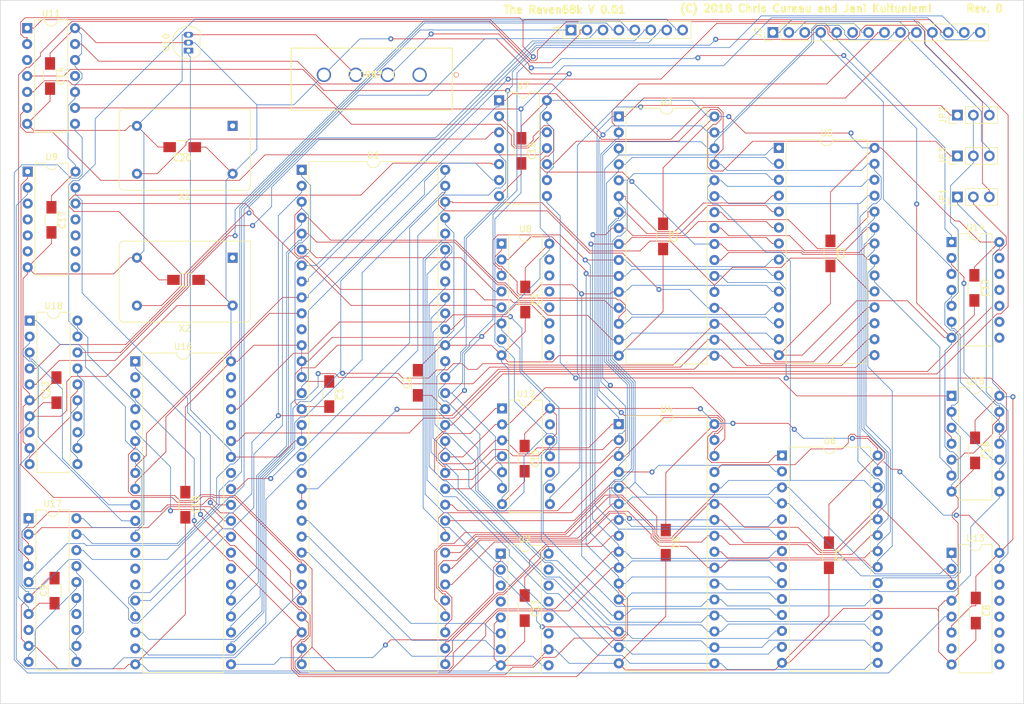
<source format=kicad_pcb>
(kicad_pcb (version 20171130) (host pcbnew 5.0.1-33cea8e~68~ubuntu18.04.1)
  (layers (0 F.Cu signal) (31 B.Cu signal) (34 B.Paste user) (35 F.Paste user) (36 B.SilkS user) (37 F.SilkS user) (38 B.Mask user) (39 F.Mask user) (44 Edge.Cuts user))
  (net 0 "")
  (net 1 +5V)
  (net 2 GND)
  (net 3 CTS-B-SERIAL)
  (net 4 RTS-B-SERIAL)
  (net 5 RxD-B-SERIAL)
  (net 6 TxD-B-SERIAL)
  (net 7 CTS-A-SERIAL)
  (net 8 RTS-A-SERIAL)
  (net 9 RxD-A-SERIAL)
  (net 10 TxD-A-SERIAL)
  (net 11 A23)
  (net 12 A22)
  (net 13 A21)
  (net 14 A20)
  (net 15 A19)
  (net 16 A18)
  (net 17 A17)
  (net 18 A16)
  (net 19 "Net-(J2-Pad6)")
  (net 20 LDS)
  (net 21 UDS)
  (net 22 EXT_DUART_CS)
  (net 23 EXT_RAM_CS)
  (net 24 EXT_ROM_CS)
  (net 25 "Net-(J3-Pad1)")
  (net 26 DUART_CS)
  (net 27 DUART_CS_JMPR)
  (net 28 RAM_CS)
  (net 29 ROM_CS_JMPR)
  (net 30 RAM_CS_JMPR)
  (net 31 D4)
  (net 32 A5)
  (net 33 D3)
  (net 34 A6)
  (net 35 D2)
  (net 36 A7)
  (net 37 D1)
  (net 38 A8)
  (net 39 D0)
  (net 40 A9)
  (net 41 AS)
  (net 42 A10)
  (net 43 A11)
  (net 44 A12)
  (net 45 RW)
  (net 46 A13)
  (net 47 DTACK)
  (net 48 A14)
  (net 49 "Net-(U1-Pad11)")
  (net 50 A15)
  (net 51 SYS_CLK)
  (net 52 RESET)
  (net 53 "Net-(U1-Pad19)")
  (net 54 "Net-(U1-Pad20)")
  (net 55 D15)
  (net 56 /IPL2)
  (net 57 D14)
  (net 58 /IPL1)
  (net 59 D13)
  (net 60 /IPL0)
  (net 61 D12)
  (net 62 /FC2)
  (net 63 D11)
  (net 64 /FC1)
  (net 65 D10)
  (net 66 /FC0)
  (net 67 D9)
  (net 68 A1)
  (net 69 D8)
  (net 70 A2)
  (net 71 D7)
  (net 72 A3)
  (net 73 D6)
  (net 74 A4)
  (net 75 D5)
  (net 76 DUART_IRQ)
  (net 77 "Net-(U2-Pad2)")
  (net 78 "Net-(U2-Pad3)")
  (net 79 "Net-(U2-Pad11)")
  (net 80 "Net-(U2-Pad4)")
  (net 81 "Net-(U2-Pad12)")
  (net 82 "Net-(U2-Pad13)")
  (net 83 "Net-(U2-Pad14)")
  (net 84 "Net-(U2-Pad15)")
  (net 85 RAM_LDS)
  (net 86 OE)
  (net 87 RAM_UDS)
  (net 88 ROM_LDS)
  (net 89 ROM_UDS)
  (net 90 INV_RAM_CS)
  (net 91 ROM_CS)
  (net 92 "Net-(U7-Pad3)")
  (net 93 DUART_CLK)
  (net 94 "Net-(U11-Pad6)")
  (net 95 "Net-(U7-Pad5)")
  (net 96 "Net-(U11-Pad9)")
  (net 97 "Net-(U8-Pad15)")
  (net 98 "Net-(U8-Pad7)")
  (net 99 "Net-(U8-Pad14)")
  (net 100 "Net-(U8-Pad13)")
  (net 101 "Net-(U8-Pad5)")
  (net 102 "Net-(U8-Pad12)")
  (net 103 DUART_IACK)
  (net 104 "Net-(U8-Pad10)")
  (net 105 "Net-(U8-Pad9)")
  (net 106 "Net-(U11-Pad8)")
  (net 107 "Net-(U13-Pad9)")
  (net 108 "Net-(U13-Pad10)")
  (net 109 "Net-(U13-Pad11)")
  (net 110 "Net-(U13-Pad12)")
  (net 111 "Net-(U13-Pad13)")
  (net 112 "Net-(U13-Pad14)")
  (net 113 "Net-(U13-Pad7)")
  (net 114 INV_ROM_CS)
  (net 115 INV_UDS)
  (net 116 INV_LDS)
  (net 117 "Net-(U16-Pad2)")
  (net 118 CTS-B)
  (net 119 "Net-(U16-Pad26)")
  (net 120 CTS-A)
  (net 121 "Net-(U16-Pad27)")
  (net 122 "Net-(U16-Pad28)")
  (net 123 RTS-A)
  (net 124 RxD-B)
  (net 125 TxD-A)
  (net 126 TxD-B)
  (net 127 RxD-A)
  (net 128 RTS-B)
  (net 129 "Net-(U16-Pad13)")
  (net 130 "Net-(U16-Pad33)")
  (net 131 "Net-(U16-Pad14)")
  (net 132 "Net-(U16-Pad15)")
  (net 133 "Net-(U16-Pad36)")
  (net 134 "Net-(U16-Pad38)")
  (net 135 "Net-(U16-Pad39)")
  (net 136 "Net-(U17-Pad11)")
  (net 137 "Net-(U17-Pad12)")
  (net 138 "Net-(U17-Pad13)")
  (net 139 "Net-(U17-Pad14)")
  (net 140 "Net-(U17-Pad10)")
  (net 141 "Net-(U17-Pad8)")
  (net 142 "Net-(U18-Pad10)")
  (net 143 "Net-(U18-Pad8)")
  (net 144 "Net-(U18-Pad12)")
  (net 145 "Net-(U18-Pad11)")
  (net 146 "Net-(U18-Pad14)")
  (net 147 "Net-(U18-Pad13)")
  (net 148 "Net-(X1-Pad1)")
  (net 149 "Net-(X2-Pad1)")
  (module Package_DIP:DIP-32_W15.24mm (layer F.Cu) (at 163 52)
    (fp_text reference U3 (at 7.62 -2.33) (layer F.SilkS))
    (fp_text value KM684000BLP-7L)
    (pad 1 thru_hole rect (at 0 0) (size 1.6 1.6) (drill 0.8) (layers *.Cu *.Mask) (net 15 A19))
    (pad 17 thru_hole oval (at 15.24 38.1) (size 1.6 1.6) (drill 0.8) (layers *.Cu *.Mask) (net 33 D3))
    (pad 2 thru_hole oval (at 0 2.54) (size 1.6 1.6) (drill 0.8) (layers *.Cu *.Mask) (net 17 A17))
    (pad 18 thru_hole oval (at 15.24 35.56) (size 1.6 1.6) (drill 0.8) (layers *.Cu *.Mask) (net 31 D4))
    (pad 3 thru_hole oval (at 0 5.08) (size 1.6 1.6) (drill 0.8) (layers *.Cu *.Mask) (net 50 A15))
    (pad 19 thru_hole oval (at 15.24 33.02) (size 1.6 1.6) (drill 0.8) (layers *.Cu *.Mask) (net 75 D5))
    (pad 4 thru_hole oval (at 0 7.62) (size 1.6 1.6) (drill 0.8) (layers *.Cu *.Mask) (net 46 A13))
    (pad 20 thru_hole oval (at 15.24 30.48) (size 1.6 1.6) (drill 0.8) (layers *.Cu *.Mask) (net 73 D6))
    (pad 5 thru_hole oval (at 0 10.16) (size 1.6 1.6) (drill 0.8) (layers *.Cu *.Mask) (net 38 A8))
    (pad 21 thru_hole oval (at 15.24 27.94) (size 1.6 1.6) (drill 0.8) (layers *.Cu *.Mask) (net 71 D7))
    (pad 6 thru_hole oval (at 0 12.7) (size 1.6 1.6) (drill 0.8) (layers *.Cu *.Mask) (net 36 A7))
    (pad 22 thru_hole oval (at 15.24 25.4) (size 1.6 1.6) (drill 0.8) (layers *.Cu *.Mask) (net 85 RAM_LDS))
    (pad 7 thru_hole oval (at 0 15.24) (size 1.6 1.6) (drill 0.8) (layers *.Cu *.Mask) (net 34 A6))
    (pad 23 thru_hole oval (at 15.24 22.86) (size 1.6 1.6) (drill 0.8) (layers *.Cu *.Mask) (net 43 A11))
    (pad 8 thru_hole oval (at 0 17.78) (size 1.6 1.6) (drill 0.8) (layers *.Cu *.Mask) (net 32 A5))
    (pad 24 thru_hole oval (at 15.24 20.32) (size 1.6 1.6) (drill 0.8) (layers *.Cu *.Mask) (net 86 OE))
    (pad 9 thru_hole oval (at 0 20.32) (size 1.6 1.6) (drill 0.8) (layers *.Cu *.Mask) (net 74 A4))
    (pad 25 thru_hole oval (at 15.24 17.78) (size 1.6 1.6) (drill 0.8) (layers *.Cu *.Mask) (net 44 A12))
    (pad 10 thru_hole oval (at 0 22.86) (size 1.6 1.6) (drill 0.8) (layers *.Cu *.Mask) (net 72 A3))
    (pad 26 thru_hole oval (at 15.24 15.24) (size 1.6 1.6) (drill 0.8) (layers *.Cu *.Mask) (net 42 A10))
    (pad 11 thru_hole oval (at 0 25.4) (size 1.6 1.6) (drill 0.8) (layers *.Cu *.Mask) (net 70 A2))
    (pad 27 thru_hole oval (at 15.24 12.7) (size 1.6 1.6) (drill 0.8) (layers *.Cu *.Mask) (net 40 A9))
    (pad 12 thru_hole oval (at 0 27.94) (size 1.6 1.6) (drill 0.8) (layers *.Cu *.Mask) (net 68 A1))
    (pad 28 thru_hole oval (at 15.24 10.16) (size 1.6 1.6) (drill 0.8) (layers *.Cu *.Mask) (net 48 A14))
    (pad 13 thru_hole oval (at 0 30.48) (size 1.6 1.6) (drill 0.8) (layers *.Cu *.Mask) (net 39 D0))
    (pad 29 thru_hole oval (at 15.24 7.62) (size 1.6 1.6) (drill 0.8) (layers *.Cu *.Mask) (net 45 RW))
    (pad 14 thru_hole oval (at 0 33.02) (size 1.6 1.6) (drill 0.8) (layers *.Cu *.Mask) (net 37 D1))
    (pad 30 thru_hole oval (at 15.24 5.08) (size 1.6 1.6) (drill 0.8) (layers *.Cu *.Mask) (net 16 A18))
    (pad 15 thru_hole oval (at 0 35.56) (size 1.6 1.6) (drill 0.8) (layers *.Cu *.Mask) (net 35 D2))
    (pad 31 thru_hole oval (at 15.24 2.54) (size 1.6 1.6) (drill 0.8) (layers *.Cu *.Mask) (net 18 A16))
    (pad 16 thru_hole oval (at 0 38.1) (size 1.6 1.6) (drill 0.8) (layers *.Cu *.Mask) (net 2 GND))
    (pad 32 thru_hole oval (at 15.24 0) (size 1.6 1.6) (drill 0.8) (layers *.Cu *.Mask) (net 1 +5V))
  )
  (module Capacitors_SMD:C_1206_HandSoldering (layer F.Cu) (at 148.021 130.294 270)
    (fp_text reference C11 (at 0 -1.75 270) (layer F.SilkS))
    (fp_text value C hide)
    (pad 1 smd rect (at -2 0 270) (size 2 1.6) (layers F.Cu F.Paste F.Mask) (net 1 +5V))
    (pad 2 smd rect (at 2 0 270) (size 2 1.6) (layers F.Cu F.Paste F.Mask) (net 2 GND))
  )
  (module Package_DIP:DIP-16_W7.62mm (layer F.Cu) (at 144.208 121.633)
    (fp_text reference U2 (at 3.81 -2.33) (layer F.SilkS))
    (fp_text value 74LS148)
    (pad 1 thru_hole rect (at 0 0) (size 1.6 1.6) (drill 0.8) (layers *.Cu *.Mask) (net 76 DUART_IRQ))
    (pad 9 thru_hole oval (at 7.62 17.78) (size 1.6 1.6) (drill 0.8) (layers *.Cu *.Mask) (net 60 /IPL0))
    (pad 2 thru_hole oval (at 0 2.54) (size 1.6 1.6) (drill 0.8) (layers *.Cu *.Mask) (net 77 "Net-(U2-Pad2)"))
    (pad 10 thru_hole oval (at 7.62 15.24) (size 1.6 1.6) (drill 0.8) (layers *.Cu *.Mask) (net 2 GND))
    (pad 3 thru_hole oval (at 0 5.08) (size 1.6 1.6) (drill 0.8) (layers *.Cu *.Mask) (net 78 "Net-(U2-Pad3)"))
    (pad 11 thru_hole oval (at 7.62 12.7) (size 1.6 1.6) (drill 0.8) (layers *.Cu *.Mask) (net 79 "Net-(U2-Pad11)"))
    (pad 4 thru_hole oval (at 0 7.62) (size 1.6 1.6) (drill 0.8) (layers *.Cu *.Mask) (net 80 "Net-(U2-Pad4)"))
    (pad 12 thru_hole oval (at 7.62 10.16) (size 1.6 1.6) (drill 0.8) (layers *.Cu *.Mask) (net 81 "Net-(U2-Pad12)"))
    (pad 5 thru_hole oval (at 0 10.16) (size 1.6 1.6) (drill 0.8) (layers *.Cu *.Mask) (net 2 GND))
    (pad 13 thru_hole oval (at 7.62 7.62) (size 1.6 1.6) (drill 0.8) (layers *.Cu *.Mask) (net 82 "Net-(U2-Pad13)"))
    (pad 6 thru_hole oval (at 0 12.7) (size 1.6 1.6) (drill 0.8) (layers *.Cu *.Mask) (net 56 /IPL2))
    (pad 14 thru_hole oval (at 7.62 5.08) (size 1.6 1.6) (drill 0.8) (layers *.Cu *.Mask) (net 83 "Net-(U2-Pad14)"))
    (pad 7 thru_hole oval (at 0 15.24) (size 1.6 1.6) (drill 0.8) (layers *.Cu *.Mask) (net 58 /IPL1))
    (pad 15 thru_hole oval (at 7.62 2.54) (size 1.6 1.6) (drill 0.8) (layers *.Cu *.Mask) (net 84 "Net-(U2-Pad15)"))
    (pad 8 thru_hole oval (at 0 17.78) (size 1.6 1.6) (drill 0.8) (layers *.Cu *.Mask) (net 2 GND))
    (pad 16 thru_hole oval (at 7.62 0) (size 1.6 1.6) (drill 0.8) (layers *.Cu *.Mask) (net 1 +5V))
  )
  (module Capacitors_SMD:C_1206_HandSoldering (layer F.Cu) (at 131.003 94.4143 90)
    (fp_text reference C2 (at 0 -1.75 90) (layer F.SilkS))
    (fp_text value C hide)
    (pad 1 smd rect (at -2 0 90) (size 2 1.6) (layers F.Cu F.Paste F.Mask) (net 1 +5V))
    (pad 2 smd rect (at 2 0 90) (size 2 1.6) (layers F.Cu F.Paste F.Mask) (net 2 GND))
  )
  (module Capacitors_SMD:C_1206_HandSoldering (layer F.Cu) (at 116.891 96.205 270)
    (fp_text reference C1 (at 0 -1.75 270) (layer F.SilkS))
    (fp_text value C hide)
    (pad 1 smd rect (at -2 0 270) (size 2 1.6) (layers F.Cu F.Paste F.Mask) (net 1 +5V))
    (pad 2 smd rect (at 2 0 270) (size 2 1.6) (layers F.Cu F.Paste F.Mask) (net 2 GND))
  )
  (module Capacitors_SMD:C_1206_HandSoldering (layer F.Cu) (at 196.713 73.8124 270)
    (fp_text reference C3 (at 0 -1.75 270) (layer F.SilkS))
    (fp_text value C hide)
    (pad 1 smd rect (at -2 0 270) (size 2 1.6) (layers F.Cu F.Paste F.Mask) (net 1 +5V))
    (pad 2 smd rect (at 2 0 270) (size 2 1.6) (layers F.Cu F.Paste F.Mask) (net 2 GND))
  )
  (module Capacitors_SMD:C_1206_HandSoldering (layer F.Cu) (at 148.11 81.153 270)
    (fp_text reference C4 (at 0 -1.75 270) (layer F.SilkS))
    (fp_text value C hide)
    (pad 1 smd rect (at -2 0 270) (size 2 1.6) (layers F.Cu F.Paste F.Mask) (net 1 +5V))
    (pad 2 smd rect (at 2 0 270) (size 2 1.6) (layers F.Cu F.Paste F.Mask) (net 2 GND))
  )
  (module Capacitors_SMD:C_1206_HandSoldering (layer F.Cu) (at 170.063 71.0997 270)
    (fp_text reference C5 (at 0 -1.75 270) (layer F.SilkS))
    (fp_text value C hide)
    (pad 1 smd rect (at -2 0 270) (size 2 1.6) (layers F.Cu F.Paste F.Mask) (net 1 +5V))
    (pad 2 smd rect (at 2 0 270) (size 2 1.6) (layers F.Cu F.Paste F.Mask) (net 2 GND))
  )
  (module Capacitors_SMD:C_1206_HandSoldering (layer F.Cu) (at 170.49 119.88 270)
    (fp_text reference C6 (at 0 -1.75 270) (layer F.SilkS))
    (fp_text value C hide)
    (pad 1 smd rect (at -2 0 270) (size 2 1.6) (layers F.Cu F.Paste F.Mask) (net 1 +5V))
    (pad 2 smd rect (at 2 0 270) (size 2 1.6) (layers F.Cu F.Paste F.Mask) (net 2 GND))
  )
  (module Capacitors_SMD:C_1206_HandSoldering (layer F.Cu) (at 196.474 121.879 270)
    (fp_text reference C7 (at 0 -1.75 270) (layer F.SilkS))
    (fp_text value C hide)
    (pad 1 smd rect (at -2 0 270) (size 2 1.6) (layers F.Cu F.Paste F.Mask) (net 1 +5V))
    (pad 2 smd rect (at 2 0 270) (size 2 1.6) (layers F.Cu F.Paste F.Mask) (net 2 GND))
  )
  (module Capacitors_SMD:C_1206_HandSoldering (layer F.Cu) (at 219.87 130.695 270)
    (fp_text reference C8 (at 0 -1.75 270) (layer F.SilkS))
    (fp_text value C hide)
    (pad 1 smd rect (at -2 0 270) (size 2 1.6) (layers F.Cu F.Paste F.Mask) (net 1 +5V))
    (pad 2 smd rect (at 2 0 270) (size 2 1.6) (layers F.Cu F.Paste F.Mask) (net 2 GND))
  )
  (module Capacitors_SMD:C_1206_HandSoldering (layer F.Cu) (at 73.1393 127.526 90)
    (fp_text reference C9 (at 0 -1.75 90) (layer F.SilkS))
    (fp_text value C hide)
    (pad 1 smd rect (at -2 0 90) (size 2 1.6) (layers F.Cu F.Paste F.Mask) (net 1 +5V))
    (pad 2 smd rect (at 2 0 90) (size 2 1.6) (layers F.Cu F.Paste F.Mask) (net 2 GND))
  )
  (module Capacitors_SMD:C_1206_HandSoldering (layer F.Cu) (at 148.011 106.495 270)
    (fp_text reference C10 (at 0 -1.75 270) (layer F.SilkS))
    (fp_text value C hide)
    (pad 1 smd rect (at -2 0 270) (size 2 1.6) (layers F.Cu F.Paste F.Mask) (net 1 +5V))
    (pad 2 smd rect (at 2 0 270) (size 2 1.6) (layers F.Cu F.Paste F.Mask) (net 2 GND))
  )
  (module Capacitors_SMD:C_1206_HandSoldering (layer F.Cu) (at 219.641 79.2988 270)
    (fp_text reference C12 (at 0 -1.75 270) (layer F.SilkS))
    (fp_text value C hide)
    (pad 1 smd rect (at -2 0 270) (size 2 1.6) (layers F.Cu F.Paste F.Mask) (net 1 +5V))
    (pad 2 smd rect (at 2 0 270) (size 2 1.6) (layers F.Cu F.Paste F.Mask) (net 2 GND))
  )
  (module Capacitors_SMD:C_1206_HandSoldering (layer F.Cu) (at 73.4416 95.5853 90)
    (fp_text reference C13 (at 0 -1.75 90) (layer F.SilkS))
    (fp_text value C hide)
    (pad 1 smd rect (at -2 0 90) (size 2 1.6) (layers F.Cu F.Paste F.Mask) (net 1 +5V))
    (pad 2 smd rect (at 2 0 90) (size 2 1.6) (layers F.Cu F.Paste F.Mask) (net 2 GND))
  )
  (module Capacitors_SMD:C_1206_HandSoldering (layer F.Cu) (at 72.4233 45.5594 270)
    (fp_text reference C14 (at 0 -1.75 270) (layer F.SilkS))
    (fp_text value C hide)
    (pad 1 smd rect (at -2 0 270) (size 2 1.6) (layers F.Cu F.Paste F.Mask) (net 1 +5V))
    (pad 2 smd rect (at 2 0 270) (size 2 1.6) (layers F.Cu F.Paste F.Mask) (net 2 GND))
  )
  (module Capacitors_SMD:C_1206_HandSoldering (layer F.Cu) (at 147.481 57.4748 270)
    (fp_text reference C15 (at 0 -1.75 270) (layer F.SilkS))
    (fp_text value C hide)
    (pad 1 smd rect (at -2 0 270) (size 2 1.6) (layers F.Cu F.Paste F.Mask) (net 1 +5V))
    (pad 2 smd rect (at 2 0 270) (size 2 1.6) (layers F.Cu F.Paste F.Mask) (net 2 GND))
  )
  (module Capacitors_SMD:C_1206_HandSoldering (layer F.Cu) (at 219.753 105.184 270)
    (fp_text reference C16 (at 0 -1.75 270) (layer F.SilkS))
    (fp_text value C hide)
    (pad 1 smd rect (at -2 0 270) (size 2 1.6) (layers F.Cu F.Paste F.Mask) (net 1 +5V))
    (pad 2 smd rect (at 2 0 270) (size 2 1.6) (layers F.Cu F.Paste F.Mask) (net 2 GND))
  )
  (module Capacitors_SMD:C_1206_HandSoldering (layer F.Cu) (at 72.644 68.4657 270)
    (fp_text reference C17 (at 0 -1.75 270) (layer F.SilkS))
    (fp_text value C hide)
    (pad 1 smd rect (at -2 0 270) (size 2 1.6) (layers F.Cu F.Paste F.Mask) (net 1 +5V))
    (pad 2 smd rect (at 2 0 270) (size 2 1.6) (layers F.Cu F.Paste F.Mask) (net 2 GND))
  )
  (module Capacitors_SMD:C_1206_HandSoldering (layer F.Cu) (at 93.9698 113.84 270)
    (fp_text reference C18 (at 0 -1.75 270) (layer F.SilkS))
    (fp_text value C hide)
    (pad 1 smd rect (at -2 0 270) (size 2 1.6) (layers F.Cu F.Paste F.Mask) (net 1 +5V))
    (pad 2 smd rect (at 2 0 270) (size 2 1.6) (layers F.Cu F.Paste F.Mask) (net 2 GND))
  )
  (module Capacitors_SMD:C_1206_HandSoldering (layer F.Cu) (at 94.0765 78.0263 180)
    (fp_text reference C19 hide)
    (fp_text value C hide)
    (pad 1 smd rect (at -2 0 180) (size 2 1.6) (layers F.Cu F.Paste F.Mask) (net 1 +5V))
    (pad 2 smd rect (at 2 0 180) (size 2 1.6) (layers F.Cu F.Paste F.Mask) (net 2 GND))
  )
  (module Capacitors_SMD:C_1206_HandSoldering (layer F.Cu) (at 93.4695 56.8833 180)
    (fp_text reference C20 (at 0 -1.75 180) (layer F.SilkS))
    (fp_text value C hide)
    (pad 1 smd rect (at -2 0 180) (size 2 1.6) (layers F.Cu F.Paste F.Mask) (net 1 +5V))
    (pad 2 smd rect (at 2 0 180) (size 2 1.6) (layers F.Cu F.Paste F.Mask) (net 2 GND))
  )
  (module Package_DIP:DIP-14_W7.62mm (layer F.Cu) (at 68.7792 37.9303)
    (fp_text reference U11 (at 3.81 -2.33) (layer F.SilkS))
    (fp_text value 74LS20)
    (pad 1 thru_hole rect (at 0 0) (size 1.6 1.6) (drill 0.8) (layers *.Cu *.Mask) (net 14 A20))
    (pad 8 thru_hole oval (at 7.62 15.24) (size 1.6 1.6) (drill 0.8) (layers *.Cu *.Mask) (net 106 "Net-(U11-Pad8)"))
    (pad 2 thru_hole oval (at 0 2.54) (size 1.6 1.6) (drill 0.8) (layers *.Cu *.Mask) (net 13 A21))
    (pad 9 thru_hole oval (at 7.62 12.7) (size 1.6 1.6) (drill 0.8) (layers *.Cu *.Mask) (net 96 "Net-(U11-Pad9)"))
    (pad 3 thru_hole oval (at 0 5.08) (size 1.6 1.6) (drill 0.8) (layers *.Cu *.Mask))
    (pad 10 thru_hole oval (at 7.62 10.16) (size 1.6 1.6) (drill 0.8) (layers *.Cu *.Mask) (net 1 +5V))
    (pad 4 thru_hole oval (at 0 7.62) (size 1.6 1.6) (drill 0.8) (layers *.Cu *.Mask) (net 12 A22))
    (pad 11 thru_hole oval (at 7.62 7.62) (size 1.6 1.6) (drill 0.8) (layers *.Cu *.Mask))
    (pad 5 thru_hole oval (at 0 10.16) (size 1.6 1.6) (drill 0.8) (layers *.Cu *.Mask) (net 11 A23))
    (pad 12 thru_hole oval (at 7.62 5.08) (size 1.6 1.6) (drill 0.8) (layers *.Cu *.Mask) (net 1 +5V))
    (pad 6 thru_hole oval (at 0 12.7) (size 1.6 1.6) (drill 0.8) (layers *.Cu *.Mask) (net 94 "Net-(U11-Pad6)"))
    (pad 13 thru_hole oval (at 7.62 2.54) (size 1.6 1.6) (drill 0.8) (layers *.Cu *.Mask) (net 18 A16))
    (pad 7 thru_hole oval (at 0 15.24) (size 1.6 1.6) (drill 0.8) (layers *.Cu *.Mask) (net 2 GND))
    (pad 14 thru_hole oval (at 7.62 0) (size 1.6 1.6) (drill 0.8) (layers *.Cu *.Mask) (net 1 +5V))
  )
  (module TO_SOT_Packages_THT:TO-92_Inline_Narrow_Oval (layer F.Cu) (at 94.4677 41.5188 90)
    (fp_text reference U10 (at 1.27 -3.56 90) (layer F.SilkS))
    (fp_text value MCP100-485D)
    (pad 2 thru_hole oval (at 1.27 0 270) (size 0.9 1.5) (drill 0.6) (layers *.Cu *.Mask) (net 1 +5V))
    (pad 3 thru_hole oval (at 2.54 0 270) (size 0.9 1.5) (drill 0.6) (layers *.Cu *.Mask) (net 2 GND))
    (pad 1 thru_hole rect (at 0 0 270) (size 0.9 1.5) (drill 0.6) (layers *.Cu *.Mask) (net 52 RESET))
  )
  (module Pin_Headers:Pin_Header_Straight_1x08_Pitch2.54mm (layer F.Cu) (at 155.397 38.2295 90)
    (fp_text reference J1 (at 0 -2.33 90) (layer F.SilkS))
    (fp_text value Serial_Connections)
    (pad 1 thru_hole rect (at 0 0 90) (size 1.7 1.7) (drill 1) (layers *.Cu *.Mask) (net 10 TxD-A-SERIAL))
    (pad 2 thru_hole oval (at 0 2.54 90) (size 1.7 1.7) (drill 1) (layers *.Cu *.Mask) (net 9 RxD-A-SERIAL))
    (pad 3 thru_hole oval (at 0 5.08 90) (size 1.7 1.7) (drill 1) (layers *.Cu *.Mask) (net 8 RTS-A-SERIAL))
    (pad 4 thru_hole oval (at 0 7.62 90) (size 1.7 1.7) (drill 1) (layers *.Cu *.Mask) (net 7 CTS-A-SERIAL))
    (pad 5 thru_hole oval (at 0 10.16 90) (size 1.7 1.7) (drill 1) (layers *.Cu *.Mask) (net 6 TxD-B-SERIAL))
    (pad 6 thru_hole oval (at 0 12.7 90) (size 1.7 1.7) (drill 1) (layers *.Cu *.Mask) (net 5 RxD-B-SERIAL))
    (pad 7 thru_hole oval (at 0 15.24 90) (size 1.7 1.7) (drill 1) (layers *.Cu *.Mask) (net 4 RTS-B-SERIAL))
    (pad 8 thru_hole oval (at 0 17.78 90) (size 1.7 1.7) (drill 1) (layers *.Cu *.Mask) (net 3 CTS-B-SERIAL))
  )
  (module Pin_Headers:Pin_Header_Straight_1x14_Pitch2.54mm (layer F.Cu) (at 187.546 38.6156 90)
    (fp_text reference J2 (at 0 -2.33 90) (layer F.SilkS))
    (fp_text value Ext_Signal)
    (pad 1 thru_hole rect (at 0 0 90) (size 1.7 1.7) (drill 1) (layers *.Cu *.Mask) (net 24 EXT_ROM_CS))
    (pad 2 thru_hole oval (at 0 2.54 90) (size 1.7 1.7) (drill 1) (layers *.Cu *.Mask) (net 23 EXT_RAM_CS))
    (pad 3 thru_hole oval (at 0 5.08 90) (size 1.7 1.7) (drill 1) (layers *.Cu *.Mask) (net 22 EXT_DUART_CS))
    (pad 4 thru_hole oval (at 0 7.62 90) (size 1.7 1.7) (drill 1) (layers *.Cu *.Mask) (net 21 UDS))
    (pad 5 thru_hole oval (at 0 10.16 90) (size 1.7 1.7) (drill 1) (layers *.Cu *.Mask) (net 20 LDS))
    (pad 6 thru_hole oval (at 0 12.7 90) (size 1.7 1.7) (drill 1) (layers *.Cu *.Mask) (net 19 "Net-(J2-Pad6)"))
    (pad 7 thru_hole oval (at 0 15.24 90) (size 1.7 1.7) (drill 1) (layers *.Cu *.Mask) (net 18 A16))
    (pad 8 thru_hole oval (at 0 17.78 90) (size 1.7 1.7) (drill 1) (layers *.Cu *.Mask) (net 17 A17))
    (pad 9 thru_hole oval (at 0 20.32 90) (size 1.7 1.7) (drill 1) (layers *.Cu *.Mask) (net 16 A18))
    (pad 10 thru_hole oval (at 0 22.86 90) (size 1.7 1.7) (drill 1) (layers *.Cu *.Mask) (net 15 A19))
    (pad 11 thru_hole oval (at 0 25.4 90) (size 1.7 1.7) (drill 1) (layers *.Cu *.Mask) (net 14 A20))
    (pad 12 thru_hole oval (at 0 27.94 90) (size 1.7 1.7) (drill 1) (layers *.Cu *.Mask) (net 13 A21))
    (pad 13 thru_hole oval (at 0 30.48 90) (size 1.7 1.7) (drill 1) (layers *.Cu *.Mask) (net 12 A22))
    (pad 14 thru_hole oval (at 0 33.02 90) (size 1.7 1.7) (drill 1) (layers *.Cu *.Mask) (net 11 A23))
  )
  (module footprints:770997-1 (layer F.Cu) (at 131.28 45.3669)
    (fp_text reference J3 (at -7.62 0) (layer F.SilkS))
    (fp_text value 770997-1 (at -7.62 0) (layer F.SilkS))
    (fp_text user * (at 0 0) (layer F.SilkS))
    (pad 4 thru_hole circle (at -15.24 0) (size 2.286 2.286) (drill 1.778) (layers *.Cu *.Mask) (net 1 +5V))
    (pad 3 thru_hole circle (at -10.16 0) (size 2.286 2.286) (drill 1.778) (layers *.Cu *.Mask) (net 2 GND))
    (pad 2 thru_hole circle (at -5.08 0) (size 2.286 2.286) (drill 1.778) (layers *.Cu *.Mask) (net 2 GND))
    (pad 1 thru_hole circle (at 0 0) (size 2.286 2.286) (drill 1.778) (layers *.Cu *.Mask) (net 25 "Net-(J3-Pad1)"))
  )
  (module Pin_Headers:Pin_Header_Straight_1x03_Pitch2.54mm (layer F.Cu) (at 216.938 64.8177 90)
    (fp_text reference JP1 (at 0 -2.33 90) (layer F.SilkS))
    (fp_text value Ext_DUART_CS)
    (pad 3 thru_hole oval (at 0 5.08 90) (size 1.7 1.7) (drill 1) (layers *.Cu *.Mask) (net 22 EXT_DUART_CS))
    (pad 2 thru_hole oval (at 0 2.54 90) (size 1.7 1.7) (drill 1) (layers *.Cu *.Mask) (net 26 DUART_CS))
    (pad 1 thru_hole rect (at 0 0 90) (size 1.7 1.7) (drill 1) (layers *.Cu *.Mask) (net 27 DUART_CS_JMPR))
  )
  (module Pin_Headers:Pin_Header_Straight_1x03_Pitch2.54mm (layer F.Cu) (at 216.938 51.7844 90)
    (fp_text reference JP2 (at 0 -2.33 90) (layer F.SilkS))
    (fp_text value Ext_ROM_CS)
    (pad 3 thru_hole oval (at 0 5.08 90) (size 1.7 1.7) (drill 1) (layers *.Cu *.Mask) (net 24 EXT_ROM_CS))
    (pad 2 thru_hole oval (at 0 2.54 90) (size 1.7 1.7) (drill 1) (layers *.Cu *.Mask) (net 28 RAM_CS))
    (pad 1 thru_hole rect (at 0 0 90) (size 1.7 1.7) (drill 1) (layers *.Cu *.Mask) (net 29 ROM_CS_JMPR))
  )
  (module Pin_Headers:Pin_Header_Straight_1x03_Pitch2.54mm (layer F.Cu) (at 216.938 58.2844 90)
    (fp_text reference JP3 (at 0 -2.33 90) (layer F.SilkS))
    (fp_text value Ext_RAM_CS)
    (pad 1 thru_hole rect (at 0 0 90) (size 1.7 1.7) (drill 1) (layers *.Cu *.Mask) (net 30 RAM_CS_JMPR))
    (pad 2 thru_hole oval (at 0 2.54 90) (size 1.7 1.7) (drill 1) (layers *.Cu *.Mask) (net 28 RAM_CS))
    (pad 3 thru_hole oval (at 0 5.08 90) (size 1.7 1.7) (drill 1) (layers *.Cu *.Mask) (net 23 EXT_RAM_CS))
  )
  (module Package_DIP:DIP-64_W22.86mm (layer F.Cu) (at 112.5 60.5)
    (fp_text reference U1 (at 11.43 -2.33) (layer F.SilkS))
    (fp_text value 68010D)
    (pad 1 thru_hole rect (at 0 0) (size 1.6 1.6) (drill 0.8) (layers *.Cu *.Mask) (net 31 D4))
    (pad 33 thru_hole oval (at 22.86 78.74) (size 1.6 1.6) (drill 0.8) (layers *.Cu *.Mask) (net 32 A5))
    (pad 2 thru_hole oval (at 0 2.54) (size 1.6 1.6) (drill 0.8) (layers *.Cu *.Mask) (net 33 D3))
    (pad 34 thru_hole oval (at 22.86 76.2) (size 1.6 1.6) (drill 0.8) (layers *.Cu *.Mask) (net 34 A6))
    (pad 3 thru_hole oval (at 0 5.08) (size 1.6 1.6) (drill 0.8) (layers *.Cu *.Mask) (net 35 D2))
    (pad 35 thru_hole oval (at 22.86 73.66) (size 1.6 1.6) (drill 0.8) (layers *.Cu *.Mask) (net 36 A7))
    (pad 4 thru_hole oval (at 0 7.62) (size 1.6 1.6) (drill 0.8) (layers *.Cu *.Mask) (net 37 D1))
    (pad 36 thru_hole oval (at 22.86 71.12) (size 1.6 1.6) (drill 0.8) (layers *.Cu *.Mask) (net 38 A8))
    (pad 5 thru_hole oval (at 0 10.16) (size 1.6 1.6) (drill 0.8) (layers *.Cu *.Mask) (net 39 D0))
    (pad 37 thru_hole oval (at 22.86 68.58) (size 1.6 1.6) (drill 0.8) (layers *.Cu *.Mask) (net 40 A9))
    (pad 6 thru_hole oval (at 0 12.7) (size 1.6 1.6) (drill 0.8) (layers *.Cu *.Mask) (net 41 AS))
    (pad 38 thru_hole oval (at 22.86 66.04) (size 1.6 1.6) (drill 0.8) (layers *.Cu *.Mask) (net 42 A10))
    (pad 7 thru_hole oval (at 0 15.24) (size 1.6 1.6) (drill 0.8) (layers *.Cu *.Mask) (net 21 UDS))
    (pad 39 thru_hole oval (at 22.86 63.5) (size 1.6 1.6) (drill 0.8) (layers *.Cu *.Mask) (net 43 A11))
    (pad 8 thru_hole oval (at 0 17.78) (size 1.6 1.6) (drill 0.8) (layers *.Cu *.Mask) (net 20 LDS))
    (pad 40 thru_hole oval (at 22.86 60.96) (size 1.6 1.6) (drill 0.8) (layers *.Cu *.Mask) (net 44 A12))
    (pad 9 thru_hole oval (at 0 20.32) (size 1.6 1.6) (drill 0.8) (layers *.Cu *.Mask) (net 45 RW))
    (pad 41 thru_hole oval (at 22.86 58.42) (size 1.6 1.6) (drill 0.8) (layers *.Cu *.Mask) (net 46 A13))
    (pad 10 thru_hole oval (at 0 22.86) (size 1.6 1.6) (drill 0.8) (layers *.Cu *.Mask) (net 47 DTACK))
    (pad 42 thru_hole oval (at 22.86 55.88) (size 1.6 1.6) (drill 0.8) (layers *.Cu *.Mask) (net 48 A14))
    (pad 11 thru_hole oval (at 0 25.4) (size 1.6 1.6) (drill 0.8) (layers *.Cu *.Mask) (net 49 "Net-(U1-Pad11)"))
    (pad 43 thru_hole oval (at 22.86 53.34) (size 1.6 1.6) (drill 0.8) (layers *.Cu *.Mask) (net 50 A15))
    (pad 12 thru_hole oval (at 0 27.94) (size 1.6 1.6) (drill 0.8) (layers *.Cu *.Mask) (net 1 +5V))
    (pad 44 thru_hole oval (at 22.86 50.8) (size 1.6 1.6) (drill 0.8) (layers *.Cu *.Mask) (net 18 A16))
    (pad 13 thru_hole oval (at 0 30.48) (size 1.6 1.6) (drill 0.8) (layers *.Cu *.Mask) (net 1 +5V))
    (pad 45 thru_hole oval (at 22.86 48.26) (size 1.6 1.6) (drill 0.8) (layers *.Cu *.Mask) (net 17 A17))
    (pad 14 thru_hole oval (at 0 33.02) (size 1.6 1.6) (drill 0.8) (layers *.Cu *.Mask) (net 1 +5V))
    (pad 46 thru_hole oval (at 22.86 45.72) (size 1.6 1.6) (drill 0.8) (layers *.Cu *.Mask) (net 16 A18))
    (pad 15 thru_hole oval (at 0 35.56) (size 1.6 1.6) (drill 0.8) (layers *.Cu *.Mask) (net 51 SYS_CLK))
    (pad 47 thru_hole oval (at 22.86 43.18) (size 1.6 1.6) (drill 0.8) (layers *.Cu *.Mask) (net 15 A19))
    (pad 16 thru_hole oval (at 0 38.1) (size 1.6 1.6) (drill 0.8) (layers *.Cu *.Mask) (net 2 GND))
    (pad 48 thru_hole oval (at 22.86 40.64) (size 1.6 1.6) (drill 0.8) (layers *.Cu *.Mask) (net 14 A20))
    (pad 17 thru_hole oval (at 0 40.64) (size 1.6 1.6) (drill 0.8) (layers *.Cu *.Mask) (net 52 RESET))
    (pad 49 thru_hole oval (at 22.86 38.1) (size 1.6 1.6) (drill 0.8) (layers *.Cu *.Mask) (net 1 +5V))
    (pad 18 thru_hole oval (at 0 43.18) (size 1.6 1.6) (drill 0.8) (layers *.Cu *.Mask) (net 52 RESET))
    (pad 50 thru_hole oval (at 22.86 35.56) (size 1.6 1.6) (drill 0.8) (layers *.Cu *.Mask) (net 13 A21))
    (pad 19 thru_hole oval (at 0 45.72) (size 1.6 1.6) (drill 0.8) (layers *.Cu *.Mask) (net 53 "Net-(U1-Pad19)"))
    (pad 51 thru_hole oval (at 22.86 33.02) (size 1.6 1.6) (drill 0.8) (layers *.Cu *.Mask) (net 12 A22))
    (pad 20 thru_hole oval (at 0 48.26) (size 1.6 1.6) (drill 0.8) (layers *.Cu *.Mask) (net 54 "Net-(U1-Pad20)"))
    (pad 52 thru_hole oval (at 22.86 30.48) (size 1.6 1.6) (drill 0.8) (layers *.Cu *.Mask) (net 11 A23))
    (pad 21 thru_hole oval (at 0 50.8) (size 1.6 1.6) (drill 0.8) (layers *.Cu *.Mask) (net 1 +5V))
    (pad 53 thru_hole oval (at 22.86 27.94) (size 1.6 1.6) (drill 0.8) (layers *.Cu *.Mask) (net 2 GND))
    (pad 22 thru_hole oval (at 0 53.34) (size 1.6 1.6) (drill 0.8) (layers *.Cu *.Mask) (net 1 +5V))
    (pad 54 thru_hole oval (at 22.86 25.4) (size 1.6 1.6) (drill 0.8) (layers *.Cu *.Mask) (net 55 D15))
    (pad 23 thru_hole oval (at 0 55.88) (size 1.6 1.6) (drill 0.8) (layers *.Cu *.Mask) (net 56 /IPL2))
    (pad 55 thru_hole oval (at 22.86 22.86) (size 1.6 1.6) (drill 0.8) (layers *.Cu *.Mask) (net 57 D14))
    (pad 24 thru_hole oval (at 0 58.42) (size 1.6 1.6) (drill 0.8) (layers *.Cu *.Mask) (net 58 /IPL1))
    (pad 56 thru_hole oval (at 22.86 20.32) (size 1.6 1.6) (drill 0.8) (layers *.Cu *.Mask) (net 59 D13))
    (pad 25 thru_hole oval (at 0 60.96) (size 1.6 1.6) (drill 0.8) (layers *.Cu *.Mask) (net 60 /IPL0))
    (pad 57 thru_hole oval (at 22.86 17.78) (size 1.6 1.6) (drill 0.8) (layers *.Cu *.Mask) (net 61 D12))
    (pad 26 thru_hole oval (at 0 63.5) (size 1.6 1.6) (drill 0.8) (layers *.Cu *.Mask) (net 62 /FC2))
    (pad 58 thru_hole oval (at 22.86 15.24) (size 1.6 1.6) (drill 0.8) (layers *.Cu *.Mask) (net 63 D11))
    (pad 27 thru_hole oval (at 0 66.04) (size 1.6 1.6) (drill 0.8) (layers *.Cu *.Mask) (net 64 /FC1))
    (pad 59 thru_hole oval (at 22.86 12.7) (size 1.6 1.6) (drill 0.8) (layers *.Cu *.Mask) (net 65 D10))
    (pad 28 thru_hole oval (at 0 68.58) (size 1.6 1.6) (drill 0.8) (layers *.Cu *.Mask) (net 66 /FC0))
    (pad 60 thru_hole oval (at 22.86 10.16) (size 1.6 1.6) (drill 0.8) (layers *.Cu *.Mask) (net 67 D9))
    (pad 29 thru_hole oval (at 0 71.12) (size 1.6 1.6) (drill 0.8) (layers *.Cu *.Mask) (net 68 A1))
    (pad 61 thru_hole oval (at 22.86 7.62) (size 1.6 1.6) (drill 0.8) (layers *.Cu *.Mask) (net 69 D8))
    (pad 30 thru_hole oval (at 0 73.66) (size 1.6 1.6) (drill 0.8) (layers *.Cu *.Mask) (net 70 A2))
    (pad 62 thru_hole oval (at 22.86 5.08) (size 1.6 1.6) (drill 0.8) (layers *.Cu *.Mask) (net 71 D7))
    (pad 31 thru_hole oval (at 0 76.2) (size 1.6 1.6) (drill 0.8) (layers *.Cu *.Mask) (net 72 A3))
    (pad 63 thru_hole oval (at 22.86 2.54) (size 1.6 1.6) (drill 0.8) (layers *.Cu *.Mask) (net 73 D6))
    (pad 32 thru_hole oval (at 0 78.74) (size 1.6 1.6) (drill 0.8) (layers *.Cu *.Mask) (net 74 A4))
    (pad 64 thru_hole oval (at 22.86 0) (size 1.6 1.6) (drill 0.8) (layers *.Cu *.Mask) (net 75 D5))
  )
  (module Package_DIP:DIP-32_W15.24mm (layer F.Cu) (at 163 101)
    (fp_text reference U4 (at 7.62 -2.33) (layer F.SilkS))
    (fp_text value KM684000BLP-7L)
    (pad 32 thru_hole oval (at 15.24 0) (size 1.6 1.6) (drill 0.8) (layers *.Cu *.Mask) (net 1 +5V))
    (pad 16 thru_hole oval (at 0 38.1) (size 1.6 1.6) (drill 0.8) (layers *.Cu *.Mask) (net 2 GND))
    (pad 31 thru_hole oval (at 15.24 2.54) (size 1.6 1.6) (drill 0.8) (layers *.Cu *.Mask) (net 18 A16))
    (pad 15 thru_hole oval (at 0 35.56) (size 1.6 1.6) (drill 0.8) (layers *.Cu *.Mask) (net 65 D10))
    (pad 30 thru_hole oval (at 15.24 5.08) (size 1.6 1.6) (drill 0.8) (layers *.Cu *.Mask) (net 16 A18))
    (pad 14 thru_hole oval (at 0 33.02) (size 1.6 1.6) (drill 0.8) (layers *.Cu *.Mask) (net 67 D9))
    (pad 29 thru_hole oval (at 15.24 7.62) (size 1.6 1.6) (drill 0.8) (layers *.Cu *.Mask) (net 45 RW))
    (pad 13 thru_hole oval (at 0 30.48) (size 1.6 1.6) (drill 0.8) (layers *.Cu *.Mask) (net 69 D8))
    (pad 28 thru_hole oval (at 15.24 10.16) (size 1.6 1.6) (drill 0.8) (layers *.Cu *.Mask) (net 48 A14))
    (pad 12 thru_hole oval (at 0 27.94) (size 1.6 1.6) (drill 0.8) (layers *.Cu *.Mask) (net 68 A1))
    (pad 27 thru_hole oval (at 15.24 12.7) (size 1.6 1.6) (drill 0.8) (layers *.Cu *.Mask) (net 40 A9))
    (pad 11 thru_hole oval (at 0 25.4) (size 1.6 1.6) (drill 0.8) (layers *.Cu *.Mask) (net 70 A2))
    (pad 26 thru_hole oval (at 15.24 15.24) (size 1.6 1.6) (drill 0.8) (layers *.Cu *.Mask) (net 42 A10))
    (pad 10 thru_hole oval (at 0 22.86) (size 1.6 1.6) (drill 0.8) (layers *.Cu *.Mask) (net 72 A3))
    (pad 25 thru_hole oval (at 15.24 17.78) (size 1.6 1.6) (drill 0.8) (layers *.Cu *.Mask) (net 44 A12))
    (pad 9 thru_hole oval (at 0 20.32) (size 1.6 1.6) (drill 0.8) (layers *.Cu *.Mask) (net 74 A4))
    (pad 24 thru_hole oval (at 15.24 20.32) (size 1.6 1.6) (drill 0.8) (layers *.Cu *.Mask) (net 86 OE))
    (pad 8 thru_hole oval (at 0 17.78) (size 1.6 1.6) (drill 0.8) (layers *.Cu *.Mask) (net 32 A5))
    (pad 23 thru_hole oval (at 15.24 22.86) (size 1.6 1.6) (drill 0.8) (layers *.Cu *.Mask) (net 43 A11))
    (pad 7 thru_hole oval (at 0 15.24) (size 1.6 1.6) (drill 0.8) (layers *.Cu *.Mask) (net 34 A6))
    (pad 22 thru_hole oval (at 15.24 25.4) (size 1.6 1.6) (drill 0.8) (layers *.Cu *.Mask) (net 87 RAM_UDS))
    (pad 6 thru_hole oval (at 0 12.7) (size 1.6 1.6) (drill 0.8) (layers *.Cu *.Mask) (net 36 A7))
    (pad 21 thru_hole oval (at 15.24 27.94) (size 1.6 1.6) (drill 0.8) (layers *.Cu *.Mask) (net 55 D15))
    (pad 5 thru_hole oval (at 0 10.16) (size 1.6 1.6) (drill 0.8) (layers *.Cu *.Mask) (net 38 A8))
    (pad 20 thru_hole oval (at 15.24 30.48) (size 1.6 1.6) (drill 0.8) (layers *.Cu *.Mask) (net 57 D14))
    (pad 4 thru_hole oval (at 0 7.62) (size 1.6 1.6) (drill 0.8) (layers *.Cu *.Mask) (net 46 A13))
    (pad 19 thru_hole oval (at 15.24 33.02) (size 1.6 1.6) (drill 0.8) (layers *.Cu *.Mask) (net 59 D13))
    (pad 3 thru_hole oval (at 0 5.08) (size 1.6 1.6) (drill 0.8) (layers *.Cu *.Mask) (net 50 A15))
    (pad 18 thru_hole oval (at 15.24 35.56) (size 1.6 1.6) (drill 0.8) (layers *.Cu *.Mask) (net 61 D12))
    (pad 2 thru_hole oval (at 0 2.54) (size 1.6 1.6) (drill 0.8) (layers *.Cu *.Mask) (net 17 A17))
    (pad 17 thru_hole oval (at 15.24 38.1) (size 1.6 1.6) (drill 0.8) (layers *.Cu *.Mask) (net 63 D11))
    (pad 1 thru_hole rect (at 0 0) (size 1.6 1.6) (drill 0.8) (layers *.Cu *.Mask) (net 15 A19))
  )
  (module Package_DIP:DIP-28_W15.24mm (layer F.Cu) (at 188.5 57)
    (fp_text reference U5 (at 7.62 -2.33) (layer F.SilkS))
    (fp_text value 28C256)
    (pad 1 thru_hole rect (at 0 0) (size 1.6 1.6) (drill 0.8) (layers *.Cu *.Mask) (net 50 A15))
    (pad 15 thru_hole oval (at 15.24 33.02) (size 1.6 1.6) (drill 0.8) (layers *.Cu *.Mask) (net 33 D3))
    (pad 2 thru_hole oval (at 0 2.54) (size 1.6 1.6) (drill 0.8) (layers *.Cu *.Mask) (net 46 A13))
    (pad 16 thru_hole oval (at 15.24 30.48) (size 1.6 1.6) (drill 0.8) (layers *.Cu *.Mask) (net 31 D4))
    (pad 3 thru_hole oval (at 0 5.08) (size 1.6 1.6) (drill 0.8) (layers *.Cu *.Mask) (net 38 A8))
    (pad 17 thru_hole oval (at 15.24 27.94) (size 1.6 1.6) (drill 0.8) (layers *.Cu *.Mask) (net 75 D5))
    (pad 4 thru_hole oval (at 0 7.62) (size 1.6 1.6) (drill 0.8) (layers *.Cu *.Mask) (net 36 A7))
    (pad 18 thru_hole oval (at 15.24 25.4) (size 1.6 1.6) (drill 0.8) (layers *.Cu *.Mask) (net 73 D6))
    (pad 5 thru_hole oval (at 0 10.16) (size 1.6 1.6) (drill 0.8) (layers *.Cu *.Mask) (net 34 A6))
    (pad 19 thru_hole oval (at 15.24 22.86) (size 1.6 1.6) (drill 0.8) (layers *.Cu *.Mask) (net 71 D7))
    (pad 6 thru_hole oval (at 0 12.7) (size 1.6 1.6) (drill 0.8) (layers *.Cu *.Mask) (net 32 A5))
    (pad 20 thru_hole oval (at 15.24 20.32) (size 1.6 1.6) (drill 0.8) (layers *.Cu *.Mask) (net 88 ROM_LDS))
    (pad 7 thru_hole oval (at 0 15.24) (size 1.6 1.6) (drill 0.8) (layers *.Cu *.Mask) (net 74 A4))
    (pad 21 thru_hole oval (at 15.24 17.78) (size 1.6 1.6) (drill 0.8) (layers *.Cu *.Mask) (net 43 A11))
    (pad 8 thru_hole oval (at 0 17.78) (size 1.6 1.6) (drill 0.8) (layers *.Cu *.Mask) (net 72 A3))
    (pad 22 thru_hole oval (at 15.24 15.24) (size 1.6 1.6) (drill 0.8) (layers *.Cu *.Mask) (net 86 OE))
    (pad 9 thru_hole oval (at 0 20.32) (size 1.6 1.6) (drill 0.8) (layers *.Cu *.Mask) (net 70 A2))
    (pad 23 thru_hole oval (at 15.24 12.7) (size 1.6 1.6) (drill 0.8) (layers *.Cu *.Mask) (net 44 A12))
    (pad 10 thru_hole oval (at 0 22.86) (size 1.6 1.6) (drill 0.8) (layers *.Cu *.Mask) (net 68 A1))
    (pad 24 thru_hole oval (at 15.24 10.16) (size 1.6 1.6) (drill 0.8) (layers *.Cu *.Mask) (net 42 A10))
    (pad 11 thru_hole oval (at 0 25.4) (size 1.6 1.6) (drill 0.8) (layers *.Cu *.Mask) (net 39 D0))
    (pad 25 thru_hole oval (at 15.24 7.62) (size 1.6 1.6) (drill 0.8) (layers *.Cu *.Mask) (net 40 A9))
    (pad 12 thru_hole oval (at 0 27.94) (size 1.6 1.6) (drill 0.8) (layers *.Cu *.Mask) (net 37 D1))
    (pad 26 thru_hole oval (at 15.24 5.08) (size 1.6 1.6) (drill 0.8) (layers *.Cu *.Mask) (net 48 A14))
    (pad 13 thru_hole oval (at 0 30.48) (size 1.6 1.6) (drill 0.8) (layers *.Cu *.Mask) (net 35 D2))
    (pad 27 thru_hole oval (at 15.24 2.54) (size 1.6 1.6) (drill 0.8) (layers *.Cu *.Mask) (net 45 RW))
    (pad 14 thru_hole oval (at 0 33.02) (size 1.6 1.6) (drill 0.8) (layers *.Cu *.Mask) (net 2 GND))
    (pad 28 thru_hole oval (at 15.24 0) (size 1.6 1.6) (drill 0.8) (layers *.Cu *.Mask) (net 1 +5V))
  )
  (module Package_DIP:DIP-28_W15.24mm (layer F.Cu) (at 189 106)
    (fp_text reference U6 (at 7.62 -2.33) (layer F.SilkS))
    (fp_text value 28C256)
    (pad 28 thru_hole oval (at 15.24 0) (size 1.6 1.6) (drill 0.8) (layers *.Cu *.Mask) (net 1 +5V))
    (pad 14 thru_hole oval (at 0 33.02) (size 1.6 1.6) (drill 0.8) (layers *.Cu *.Mask) (net 2 GND))
    (pad 27 thru_hole oval (at 15.24 2.54) (size 1.6 1.6) (drill 0.8) (layers *.Cu *.Mask) (net 45 RW))
    (pad 13 thru_hole oval (at 0 30.48) (size 1.6 1.6) (drill 0.8) (layers *.Cu *.Mask) (net 65 D10))
    (pad 26 thru_hole oval (at 15.24 5.08) (size 1.6 1.6) (drill 0.8) (layers *.Cu *.Mask) (net 48 A14))
    (pad 12 thru_hole oval (at 0 27.94) (size 1.6 1.6) (drill 0.8) (layers *.Cu *.Mask) (net 67 D9))
    (pad 25 thru_hole oval (at 15.24 7.62) (size 1.6 1.6) (drill 0.8) (layers *.Cu *.Mask) (net 40 A9))
    (pad 11 thru_hole oval (at 0 25.4) (size 1.6 1.6) (drill 0.8) (layers *.Cu *.Mask) (net 69 D8))
    (pad 24 thru_hole oval (at 15.24 10.16) (size 1.6 1.6) (drill 0.8) (layers *.Cu *.Mask) (net 42 A10))
    (pad 10 thru_hole oval (at 0 22.86) (size 1.6 1.6) (drill 0.8) (layers *.Cu *.Mask) (net 68 A1))
    (pad 23 thru_hole oval (at 15.24 12.7) (size 1.6 1.6) (drill 0.8) (layers *.Cu *.Mask) (net 44 A12))
    (pad 9 thru_hole oval (at 0 20.32) (size 1.6 1.6) (drill 0.8) (layers *.Cu *.Mask) (net 70 A2))
    (pad 22 thru_hole oval (at 15.24 15.24) (size 1.6 1.6) (drill 0.8) (layers *.Cu *.Mask) (net 86 OE))
    (pad 8 thru_hole oval (at 0 17.78) (size 1.6 1.6) (drill 0.8) (layers *.Cu *.Mask) (net 72 A3))
    (pad 21 thru_hole oval (at 15.24 17.78) (size 1.6 1.6) (drill 0.8) (layers *.Cu *.Mask) (net 43 A11))
    (pad 7 thru_hole oval (at 0 15.24) (size 1.6 1.6) (drill 0.8) (layers *.Cu *.Mask) (net 74 A4))
    (pad 20 thru_hole oval (at 15.24 20.32) (size 1.6 1.6) (drill 0.8) (layers *.Cu *.Mask) (net 89 ROM_UDS))
    (pad 6 thru_hole oval (at 0 12.7) (size 1.6 1.6) (drill 0.8) (layers *.Cu *.Mask) (net 32 A5))
    (pad 19 thru_hole oval (at 15.24 22.86) (size 1.6 1.6) (drill 0.8) (layers *.Cu *.Mask) (net 55 D15))
    (pad 5 thru_hole oval (at 0 10.16) (size 1.6 1.6) (drill 0.8) (layers *.Cu *.Mask) (net 34 A6))
    (pad 18 thru_hole oval (at 15.24 25.4) (size 1.6 1.6) (drill 0.8) (layers *.Cu *.Mask) (net 57 D14))
    (pad 4 thru_hole oval (at 0 7.62) (size 1.6 1.6) (drill 0.8) (layers *.Cu *.Mask) (net 36 A7))
    (pad 17 thru_hole oval (at 15.24 27.94) (size 1.6 1.6) (drill 0.8) (layers *.Cu *.Mask) (net 59 D13))
    (pad 3 thru_hole oval (at 0 5.08) (size 1.6 1.6) (drill 0.8) (layers *.Cu *.Mask) (net 38 A8))
    (pad 16 thru_hole oval (at 15.24 30.48) (size 1.6 1.6) (drill 0.8) (layers *.Cu *.Mask) (net 61 D12))
    (pad 2 thru_hole oval (at 0 2.54) (size 1.6 1.6) (drill 0.8) (layers *.Cu *.Mask) (net 46 A13))
    (pad 15 thru_hole oval (at 15.24 33.02) (size 1.6 1.6) (drill 0.8) (layers *.Cu *.Mask) (net 63 D11))
    (pad 1 thru_hole rect (at 0 0) (size 1.6 1.6) (drill 0.8) (layers *.Cu *.Mask) (net 50 A15))
  )
  (module Package_DIP:DIP-14_W7.62mm (layer F.Cu) (at 143.938 49.4346)
    (fp_text reference U7 (at 3.81 -2.33) (layer F.SilkS))
    (fp_text value 74LS04)
    (pad 1 thru_hole rect (at 0 0) (size 1.6 1.6) (drill 0.8) (layers *.Cu *.Mask) (net 45 RW))
    (pad 8 thru_hole oval (at 7.62 15.24) (size 1.6 1.6) (drill 0.8) (layers *.Cu *.Mask) (net 90 INV_RAM_CS))
    (pad 2 thru_hole oval (at 0 2.54) (size 1.6 1.6) (drill 0.8) (layers *.Cu *.Mask) (net 86 OE))
    (pad 9 thru_hole oval (at 7.62 12.7) (size 1.6 1.6) (drill 0.8) (layers *.Cu *.Mask) (net 91 ROM_CS))
    (pad 3 thru_hole oval (at 0 5.08) (size 1.6 1.6) (drill 0.8) (layers *.Cu *.Mask) (net 92 "Net-(U7-Pad3)"))
    (pad 10 thru_hole oval (at 7.62 10.16) (size 1.6 1.6) (drill 0.8) (layers *.Cu *.Mask) (net 30 RAM_CS_JMPR))
    (pad 4 thru_hole oval (at 0 7.62) (size 1.6 1.6) (drill 0.8) (layers *.Cu *.Mask) (net 93 DUART_CLK))
    (pad 11 thru_hole oval (at 7.62 7.62) (size 1.6 1.6) (drill 0.8) (layers *.Cu *.Mask) (net 94 "Net-(U11-Pad6)"))
    (pad 5 thru_hole oval (at 0 10.16) (size 1.6 1.6) (drill 0.8) (layers *.Cu *.Mask) (net 95 "Net-(U7-Pad5)"))
    (pad 12 thru_hole oval (at 7.62 5.08) (size 1.6 1.6) (drill 0.8) (layers *.Cu *.Mask) (net 96 "Net-(U11-Pad9)"))
    (pad 6 thru_hole oval (at 0 12.7) (size 1.6 1.6) (drill 0.8) (layers *.Cu *.Mask) (net 51 SYS_CLK))
    (pad 13 thru_hole oval (at 7.62 2.54) (size 1.6 1.6) (drill 0.8) (layers *.Cu *.Mask) (net 91 ROM_CS))
    (pad 7 thru_hole oval (at 0 15.24) (size 1.6 1.6) (drill 0.8) (layers *.Cu *.Mask) (net 2 GND))
    (pad 14 thru_hole oval (at 7.62 0) (size 1.6 1.6) (drill 0.8) (layers *.Cu *.Mask) (net 1 +5V))
  )
  (module Package_DIP:DIP-16_W7.62mm (layer F.Cu) (at 144.324 72.2514)
    (fp_text reference U8 (at 3.81 -2.33) (layer F.SilkS))
    (fp_text value 74LS138)
    (pad 16 thru_hole oval (at 7.62 0) (size 1.6 1.6) (drill 0.8) (layers *.Cu *.Mask) (net 1 +5V))
    (pad 8 thru_hole oval (at 0 17.78) (size 1.6 1.6) (drill 0.8) (layers *.Cu *.Mask) (net 2 GND))
    (pad 15 thru_hole oval (at 7.62 2.54) (size 1.6 1.6) (drill 0.8) (layers *.Cu *.Mask) (net 97 "Net-(U8-Pad15)"))
    (pad 7 thru_hole oval (at 0 15.24) (size 1.6 1.6) (drill 0.8) (layers *.Cu *.Mask) (net 98 "Net-(U8-Pad7)"))
    (pad 14 thru_hole oval (at 7.62 5.08) (size 1.6 1.6) (drill 0.8) (layers *.Cu *.Mask) (net 99 "Net-(U8-Pad14)"))
    (pad 6 thru_hole oval (at 0 12.7) (size 1.6 1.6) (drill 0.8) (layers *.Cu *.Mask) (net 1 +5V))
    (pad 13 thru_hole oval (at 7.62 7.62) (size 1.6 1.6) (drill 0.8) (layers *.Cu *.Mask) (net 100 "Net-(U8-Pad13)"))
    (pad 5 thru_hole oval (at 0 10.16) (size 1.6 1.6) (drill 0.8) (layers *.Cu *.Mask) (net 101 "Net-(U8-Pad5)"))
    (pad 12 thru_hole oval (at 7.62 10.16) (size 1.6 1.6) (drill 0.8) (layers *.Cu *.Mask) (net 102 "Net-(U8-Pad12)"))
    (pad 4 thru_hole oval (at 0 7.62) (size 1.6 1.6) (drill 0.8) (layers *.Cu *.Mask) (net 41 AS))
    (pad 11 thru_hole oval (at 7.62 12.7) (size 1.6 1.6) (drill 0.8) (layers *.Cu *.Mask) (net 103 DUART_IACK))
    (pad 3 thru_hole oval (at 0 5.08) (size 1.6 1.6) (drill 0.8) (layers *.Cu *.Mask) (net 72 A3))
    (pad 10 thru_hole oval (at 7.62 15.24) (size 1.6 1.6) (drill 0.8) (layers *.Cu *.Mask) (net 104 "Net-(U8-Pad10)"))
    (pad 2 thru_hole oval (at 0 2.54) (size 1.6 1.6) (drill 0.8) (layers *.Cu *.Mask) (net 70 A2))
    (pad 9 thru_hole oval (at 7.62 17.78) (size 1.6 1.6) (drill 0.8) (layers *.Cu *.Mask) (net 105 "Net-(U8-Pad9)"))
    (pad 1 thru_hole rect (at 0 0) (size 1.6 1.6) (drill 0.8) (layers *.Cu *.Mask) (net 68 A1))
  )
  (module Package_DIP:DIP-14_W7.62mm (layer F.Cu) (at 68.8578 60.7851)
    (fp_text reference U9 (at 3.81 -2.33) (layer F.SilkS))
    (fp_text value 74LS10)
    (pad 14 thru_hole oval (at 7.62 0) (size 1.6 1.6) (drill 0.8) (layers *.Cu *.Mask) (net 1 +5V))
    (pad 7 thru_hole oval (at 0 15.24) (size 1.6 1.6) (drill 0.8) (layers *.Cu *.Mask) (net 2 GND))
    (pad 13 thru_hole oval (at 7.62 2.54) (size 1.6 1.6) (drill 0.8) (layers *.Cu *.Mask) (net 66 /FC0))
    (pad 6 thru_hole oval (at 0 12.7) (size 1.6 1.6) (drill 0.8) (layers *.Cu *.Mask))
    (pad 12 thru_hole oval (at 7.62 5.08) (size 1.6 1.6) (drill 0.8) (layers *.Cu *.Mask) (net 101 "Net-(U8-Pad5)"))
    (pad 5 thru_hole oval (at 0 10.16) (size 1.6 1.6) (drill 0.8) (layers *.Cu *.Mask))
    (pad 11 thru_hole oval (at 7.62 7.62) (size 1.6 1.6) (drill 0.8) (layers *.Cu *.Mask))
    (pad 4 thru_hole oval (at 0 7.62) (size 1.6 1.6) (drill 0.8) (layers *.Cu *.Mask))
    (pad 10 thru_hole oval (at 7.62 10.16) (size 1.6 1.6) (drill 0.8) (layers *.Cu *.Mask))
    (pad 3 thru_hole oval (at 0 5.08) (size 1.6 1.6) (drill 0.8) (layers *.Cu *.Mask))
    (pad 9 thru_hole oval (at 7.62 12.7) (size 1.6 1.6) (drill 0.8) (layers *.Cu *.Mask))
    (pad 2 thru_hole oval (at 0 2.54) (size 1.6 1.6) (drill 0.8) (layers *.Cu *.Mask) (net 64 /FC1))
    (pad 8 thru_hole oval (at 7.62 15.24) (size 1.6 1.6) (drill 0.8) (layers *.Cu *.Mask))
    (pad 1 thru_hole rect (at 0 0) (size 1.6 1.6) (drill 0.8) (layers *.Cu *.Mask) (net 62 /FC2))
  )
  (module Package_DIP:DIP-14_W7.62mm (layer F.Cu) (at 144.413 98.5026)
    (fp_text reference U12 (at 3.81 -2.33) (layer F.SilkS))
    (fp_text value 74LS30)
    (pad 14 thru_hole oval (at 7.62 0) (size 1.6 1.6) (drill 0.8) (layers *.Cu *.Mask) (net 1 +5V))
    (pad 7 thru_hole oval (at 0 15.24) (size 1.6 1.6) (drill 0.8) (layers *.Cu *.Mask) (net 2 GND))
    (pad 13 thru_hole oval (at 7.62 2.54) (size 1.6 1.6) (drill 0.8) (layers *.Cu *.Mask))
    (pad 6 thru_hole oval (at 0 12.7) (size 1.6 1.6) (drill 0.8) (layers *.Cu *.Mask) (net 12 A22))
    (pad 12 thru_hole oval (at 7.62 5.08) (size 1.6 1.6) (drill 0.8) (layers *.Cu *.Mask) (net 1 +5V))
    (pad 5 thru_hole oval (at 0 10.16) (size 1.6 1.6) (drill 0.8) (layers *.Cu *.Mask) (net 13 A21))
    (pad 11 thru_hole oval (at 7.62 7.62) (size 1.6 1.6) (drill 0.8) (layers *.Cu *.Mask) (net 11 A23))
    (pad 4 thru_hole oval (at 0 7.62) (size 1.6 1.6) (drill 0.8) (layers *.Cu *.Mask) (net 14 A20))
    (pad 10 thru_hole oval (at 7.62 10.16) (size 1.6 1.6) (drill 0.8) (layers *.Cu *.Mask))
    (pad 3 thru_hole oval (at 0 5.08) (size 1.6 1.6) (drill 0.8) (layers *.Cu *.Mask) (net 15 A19))
    (pad 9 thru_hole oval (at 7.62 12.7) (size 1.6 1.6) (drill 0.8) (layers *.Cu *.Mask))
    (pad 2 thru_hole oval (at 0 2.54) (size 1.6 1.6) (drill 0.8) (layers *.Cu *.Mask) (net 16 A18))
    (pad 8 thru_hole oval (at 7.62 15.24) (size 1.6 1.6) (drill 0.8) (layers *.Cu *.Mask) (net 29 ROM_CS_JMPR))
    (pad 1 thru_hole rect (at 0 0) (size 1.6 1.6) (drill 0.8) (layers *.Cu *.Mask) (net 17 A17))
  )
  (module Package_DIP:DIP-16_W7.62mm (layer F.Cu) (at 216 121.5)
    (fp_text reference U13 (at 3.81 -2.33) (layer F.SilkS))
    (fp_text value 74LS138)
    (pad 1 thru_hole rect (at 0 0) (size 1.6 1.6) (drill 0.8) (layers *.Cu *.Mask) (net 36 A7))
    (pad 9 thru_hole oval (at 7.62 17.78) (size 1.6 1.6) (drill 0.8) (layers *.Cu *.Mask) (net 107 "Net-(U13-Pad9)"))
    (pad 2 thru_hole oval (at 0 2.54) (size 1.6 1.6) (drill 0.8) (layers *.Cu *.Mask) (net 38 A8))
    (pad 10 thru_hole oval (at 7.62 15.24) (size 1.6 1.6) (drill 0.8) (layers *.Cu *.Mask) (net 108 "Net-(U13-Pad10)"))
    (pad 3 thru_hole oval (at 0 5.08) (size 1.6 1.6) (drill 0.8) (layers *.Cu *.Mask) (net 40 A9))
    (pad 11 thru_hole oval (at 7.62 12.7) (size 1.6 1.6) (drill 0.8) (layers *.Cu *.Mask) (net 109 "Net-(U13-Pad11)"))
    (pad 4 thru_hole oval (at 0 7.62) (size 1.6 1.6) (drill 0.8) (layers *.Cu *.Mask) (net 2 GND))
    (pad 12 thru_hole oval (at 7.62 10.16) (size 1.6 1.6) (drill 0.8) (layers *.Cu *.Mask) (net 110 "Net-(U13-Pad12)"))
    (pad 5 thru_hole oval (at 0 10.16) (size 1.6 1.6) (drill 0.8) (layers *.Cu *.Mask) (net 106 "Net-(U11-Pad8)"))
    (pad 13 thru_hole oval (at 7.62 7.62) (size 1.6 1.6) (drill 0.8) (layers *.Cu *.Mask) (net 111 "Net-(U13-Pad13)"))
    (pad 6 thru_hole oval (at 0 12.7) (size 1.6 1.6) (drill 0.8) (layers *.Cu *.Mask) (net 1 +5V))
    (pad 14 thru_hole oval (at 7.62 5.08) (size 1.6 1.6) (drill 0.8) (layers *.Cu *.Mask) (net 112 "Net-(U13-Pad14)"))
    (pad 7 thru_hole oval (at 0 15.24) (size 1.6 1.6) (drill 0.8) (layers *.Cu *.Mask) (net 113 "Net-(U13-Pad7)"))
    (pad 15 thru_hole oval (at 7.62 2.54) (size 1.6 1.6) (drill 0.8) (layers *.Cu *.Mask) (net 27 DUART_CS_JMPR))
    (pad 8 thru_hole oval (at 0 17.78) (size 1.6 1.6) (drill 0.8) (layers *.Cu *.Mask) (net 2 GND))
    (pad 16 thru_hole oval (at 7.62 0) (size 1.6 1.6) (drill 0.8) (layers *.Cu *.Mask) (net 1 +5V))
  )
  (module Package_DIP:DIP-14_W7.62mm (layer F.Cu) (at 216 72)
    (fp_text reference U14 (at 3.81 -2.33) (layer F.SilkS))
    (fp_text value 74LS04)
    (pad 14 thru_hole oval (at 7.62 0) (size 1.6 1.6) (drill 0.8) (layers *.Cu *.Mask) (net 1 +5V))
    (pad 7 thru_hole oval (at 0 15.24) (size 1.6 1.6) (drill 0.8) (layers *.Cu *.Mask) (net 2 GND))
    (pad 13 thru_hole oval (at 7.62 2.54) (size 1.6 1.6) (drill 0.8) (layers *.Cu *.Mask))
    (pad 6 thru_hole oval (at 0 12.7) (size 1.6 1.6) (drill 0.8) (layers *.Cu *.Mask) (net 114 INV_ROM_CS))
    (pad 12 thru_hole oval (at 7.62 5.08) (size 1.6 1.6) (drill 0.8) (layers *.Cu *.Mask))
    (pad 5 thru_hole oval (at 0 10.16) (size 1.6 1.6) (drill 0.8) (layers *.Cu *.Mask) (net 28 RAM_CS))
    (pad 11 thru_hole oval (at 7.62 7.62) (size 1.6 1.6) (drill 0.8) (layers *.Cu *.Mask))
    (pad 4 thru_hole oval (at 0 7.62) (size 1.6 1.6) (drill 0.8) (layers *.Cu *.Mask) (net 115 INV_UDS))
    (pad 10 thru_hole oval (at 7.62 10.16) (size 1.6 1.6) (drill 0.8) (layers *.Cu *.Mask))
    (pad 3 thru_hole oval (at 0 5.08) (size 1.6 1.6) (drill 0.8) (layers *.Cu *.Mask) (net 21 UDS))
    (pad 9 thru_hole oval (at 7.62 12.7) (size 1.6 1.6) (drill 0.8) (layers *.Cu *.Mask))
    (pad 2 thru_hole oval (at 0 2.54) (size 1.6 1.6) (drill 0.8) (layers *.Cu *.Mask) (net 116 INV_LDS))
    (pad 8 thru_hole oval (at 7.62 15.24) (size 1.6 1.6) (drill 0.8) (layers *.Cu *.Mask))
    (pad 1 thru_hole rect (at 0 0) (size 1.6 1.6) (drill 0.8) (layers *.Cu *.Mask) (net 20 LDS))
  )
  (module Package_DIP:DIP-14_W7.62mm (layer F.Cu) (at 216 96.5)
    (fp_text reference U15 (at 3.81 -2.33) (layer F.SilkS))
    (fp_text value 74LS00)
    (pad 1 thru_hole rect (at 0 0) (size 1.6 1.6) (drill 0.8) (layers *.Cu *.Mask) (net 90 INV_RAM_CS))
    (pad 8 thru_hole oval (at 7.62 15.24) (size 1.6 1.6) (drill 0.8) (layers *.Cu *.Mask) (net 87 RAM_UDS))
    (pad 2 thru_hole oval (at 0 2.54) (size 1.6 1.6) (drill 0.8) (layers *.Cu *.Mask) (net 115 INV_UDS))
    (pad 9 thru_hole oval (at 7.62 12.7) (size 1.6 1.6) (drill 0.8) (layers *.Cu *.Mask) (net 114 INV_ROM_CS))
    (pad 3 thru_hole oval (at 0 5.08) (size 1.6 1.6) (drill 0.8) (layers *.Cu *.Mask) (net 89 ROM_UDS))
    (pad 10 thru_hole oval (at 7.62 10.16) (size 1.6 1.6) (drill 0.8) (layers *.Cu *.Mask) (net 115 INV_UDS))
    (pad 4 thru_hole oval (at 0 7.62) (size 1.6 1.6) (drill 0.8) (layers *.Cu *.Mask) (net 90 INV_RAM_CS))
    (pad 11 thru_hole oval (at 7.62 7.62) (size 1.6 1.6) (drill 0.8) (layers *.Cu *.Mask) (net 85 RAM_LDS))
    (pad 5 thru_hole oval (at 0 10.16) (size 1.6 1.6) (drill 0.8) (layers *.Cu *.Mask) (net 116 INV_LDS))
    (pad 12 thru_hole oval (at 7.62 5.08) (size 1.6 1.6) (drill 0.8) (layers *.Cu *.Mask) (net 114 INV_ROM_CS))
    (pad 6 thru_hole oval (at 0 12.7) (size 1.6 1.6) (drill 0.8) (layers *.Cu *.Mask) (net 88 ROM_LDS))
    (pad 13 thru_hole oval (at 7.62 2.54) (size 1.6 1.6) (drill 0.8) (layers *.Cu *.Mask) (net 116 INV_LDS))
    (pad 7 thru_hole oval (at 0 15.24) (size 1.6 1.6) (drill 0.8) (layers *.Cu *.Mask) (net 2 GND))
    (pad 14 thru_hole oval (at 7.62 0) (size 1.6 1.6) (drill 0.8) (layers *.Cu *.Mask) (net 1 +5V))
  )
  (module Package_DIP:DIP-40_W15.24mm (layer F.Cu) (at 86 91)
    (fp_text reference U16 (at 7.62 -2.33) (layer F.SilkS))
    (fp_text value 68681)
    (pad 1 thru_hole rect (at 0 0) (size 1.6 1.6) (drill 0.8) (layers *.Cu *.Mask) (net 68 A1))
    (pad 21 thru_hole oval (at 15.24 48.26) (size 1.6 1.6) (drill 0.8) (layers *.Cu *.Mask) (net 76 DUART_IRQ))
    (pad 2 thru_hole oval (at 0 2.54) (size 1.6 1.6) (drill 0.8) (layers *.Cu *.Mask) (net 117 "Net-(U16-Pad2)"))
    (pad 22 thru_hole oval (at 15.24 45.72) (size 1.6 1.6) (drill 0.8) (layers *.Cu *.Mask) (net 73 D6))
    (pad 3 thru_hole oval (at 0 5.08) (size 1.6 1.6) (drill 0.8) (layers *.Cu *.Mask) (net 70 A2))
    (pad 23 thru_hole oval (at 15.24 43.18) (size 1.6 1.6) (drill 0.8) (layers *.Cu *.Mask) (net 31 D4))
    (pad 4 thru_hole oval (at 0 7.62) (size 1.6 1.6) (drill 0.8) (layers *.Cu *.Mask) (net 118 CTS-B))
    (pad 24 thru_hole oval (at 15.24 40.64) (size 1.6 1.6) (drill 0.8) (layers *.Cu *.Mask) (net 35 D2))
    (pad 5 thru_hole oval (at 0 10.16) (size 1.6 1.6) (drill 0.8) (layers *.Cu *.Mask) (net 72 A3))
    (pad 25 thru_hole oval (at 15.24 38.1) (size 1.6 1.6) (drill 0.8) (layers *.Cu *.Mask) (net 39 D0))
    (pad 6 thru_hole oval (at 0 12.7) (size 1.6 1.6) (drill 0.8) (layers *.Cu *.Mask) (net 74 A4))
    (pad 26 thru_hole oval (at 15.24 35.56) (size 1.6 1.6) (drill 0.8) (layers *.Cu *.Mask) (net 119 "Net-(U16-Pad26)"))
    (pad 7 thru_hole oval (at 0 15.24) (size 1.6 1.6) (drill 0.8) (layers *.Cu *.Mask) (net 120 CTS-A))
    (pad 27 thru_hole oval (at 15.24 33.02) (size 1.6 1.6) (drill 0.8) (layers *.Cu *.Mask) (net 121 "Net-(U16-Pad27)"))
    (pad 8 thru_hole oval (at 0 17.78) (size 1.6 1.6) (drill 0.8) (layers *.Cu *.Mask) (net 45 RW))
    (pad 28 thru_hole oval (at 15.24 30.48) (size 1.6 1.6) (drill 0.8) (layers *.Cu *.Mask) (net 122 "Net-(U16-Pad28)"))
    (pad 9 thru_hole oval (at 0 20.32) (size 1.6 1.6) (drill 0.8) (layers *.Cu *.Mask) (net 47 DTACK))
    (pad 29 thru_hole oval (at 15.24 27.94) (size 1.6 1.6) (drill 0.8) (layers *.Cu *.Mask) (net 123 RTS-A))
    (pad 10 thru_hole oval (at 0 22.86) (size 1.6 1.6) (drill 0.8) (layers *.Cu *.Mask) (net 124 RxD-B))
    (pad 30 thru_hole oval (at 15.24 25.4) (size 1.6 1.6) (drill 0.8) (layers *.Cu *.Mask) (net 125 TxD-A))
    (pad 11 thru_hole oval (at 0 25.4) (size 1.6 1.6) (drill 0.8) (layers *.Cu *.Mask) (net 126 TxD-B))
    (pad 31 thru_hole oval (at 15.24 22.86) (size 1.6 1.6) (drill 0.8) (layers *.Cu *.Mask) (net 127 RxD-A))
    (pad 12 thru_hole oval (at 0 27.94) (size 1.6 1.6) (drill 0.8) (layers *.Cu *.Mask) (net 128 RTS-B))
    (pad 32 thru_hole oval (at 15.24 20.32) (size 1.6 1.6) (drill 0.8) (layers *.Cu *.Mask) (net 93 DUART_CLK))
    (pad 13 thru_hole oval (at 0 30.48) (size 1.6 1.6) (drill 0.8) (layers *.Cu *.Mask) (net 129 "Net-(U16-Pad13)"))
    (pad 33 thru_hole oval (at 15.24 17.78) (size 1.6 1.6) (drill 0.8) (layers *.Cu *.Mask) (net 130 "Net-(U16-Pad33)"))
    (pad 14 thru_hole oval (at 0 33.02) (size 1.6 1.6) (drill 0.8) (layers *.Cu *.Mask) (net 131 "Net-(U16-Pad14)"))
    (pad 34 thru_hole oval (at 15.24 15.24) (size 1.6 1.6) (drill 0.8) (layers *.Cu *.Mask) (net 52 RESET))
    (pad 15 thru_hole oval (at 0 35.56) (size 1.6 1.6) (drill 0.8) (layers *.Cu *.Mask) (net 132 "Net-(U16-Pad15)"))
    (pad 35 thru_hole oval (at 15.24 12.7) (size 1.6 1.6) (drill 0.8) (layers *.Cu *.Mask) (net 26 DUART_CS))
    (pad 16 thru_hole oval (at 0 38.1) (size 1.6 1.6) (drill 0.8) (layers *.Cu *.Mask) (net 37 D1))
    (pad 36 thru_hole oval (at 15.24 10.16) (size 1.6 1.6) (drill 0.8) (layers *.Cu *.Mask) (net 133 "Net-(U16-Pad36)"))
    (pad 17 thru_hole oval (at 0 40.64) (size 1.6 1.6) (drill 0.8) (layers *.Cu *.Mask) (net 33 D3))
    (pad 37 thru_hole oval (at 15.24 7.62) (size 1.6 1.6) (drill 0.8) (layers *.Cu *.Mask) (net 103 DUART_IACK))
    (pad 18 thru_hole oval (at 0 43.18) (size 1.6 1.6) (drill 0.8) (layers *.Cu *.Mask) (net 75 D5))
    (pad 38 thru_hole oval (at 15.24 5.08) (size 1.6 1.6) (drill 0.8) (layers *.Cu *.Mask) (net 134 "Net-(U16-Pad38)"))
    (pad 19 thru_hole oval (at 0 45.72) (size 1.6 1.6) (drill 0.8) (layers *.Cu *.Mask) (net 71 D7))
    (pad 39 thru_hole oval (at 15.24 2.54) (size 1.6 1.6) (drill 0.8) (layers *.Cu *.Mask) (net 135 "Net-(U16-Pad39)"))
    (pad 20 thru_hole oval (at 0 48.26) (size 1.6 1.6) (drill 0.8) (layers *.Cu *.Mask) (net 2 GND))
    (pad 40 thru_hole oval (at 15.24 0) (size 1.6 1.6) (drill 0.8) (layers *.Cu *.Mask) (net 1 +5V))
  )
  (module Package_DIP:DIP-20_W7.62mm (layer F.Cu) (at 69 116)
    (fp_text reference U17 (at 3.81 -2.33) (layer F.SilkS))
    (fp_text value MAX233-DIP)
    (pad 1 thru_hole rect (at 0 0) (size 1.6 1.6) (drill 0.8) (layers *.Cu *.Mask) (net 123 RTS-A))
    (pad 11 thru_hole oval (at 7.62 22.86) (size 1.6 1.6) (drill 0.8) (layers *.Cu *.Mask) (net 136 "Net-(U17-Pad11)"))
    (pad 2 thru_hole oval (at 0 2.54) (size 1.6 1.6) (drill 0.8) (layers *.Cu *.Mask) (net 125 TxD-A))
    (pad 12 thru_hole oval (at 7.62 20.32) (size 1.6 1.6) (drill 0.8) (layers *.Cu *.Mask) (net 137 "Net-(U17-Pad12)"))
    (pad 3 thru_hole oval (at 0 5.08) (size 1.6 1.6) (drill 0.8) (layers *.Cu *.Mask) (net 127 RxD-A))
    (pad 13 thru_hole oval (at 7.62 17.78) (size 1.6 1.6) (drill 0.8) (layers *.Cu *.Mask) (net 138 "Net-(U17-Pad13)"))
    (pad 4 thru_hole oval (at 0 7.62) (size 1.6 1.6) (drill 0.8) (layers *.Cu *.Mask) (net 9 RxD-A-SERIAL))
    (pad 14 thru_hole oval (at 7.62 15.24) (size 1.6 1.6) (drill 0.8) (layers *.Cu *.Mask) (net 139 "Net-(U17-Pad14)"))
    (pad 5 thru_hole oval (at 0 10.16) (size 1.6 1.6) (drill 0.8) (layers *.Cu *.Mask) (net 10 TxD-A-SERIAL))
    (pad 15 thru_hole oval (at 7.62 12.7) (size 1.6 1.6) (drill 0.8) (layers *.Cu *.Mask) (net 136 "Net-(U17-Pad11)"))
    (pad 6 thru_hole oval (at 0 12.7) (size 1.6 1.6) (drill 0.8) (layers *.Cu *.Mask) (net 2 GND))
    (pad 16 thru_hole oval (at 7.62 10.16) (size 1.6 1.6) (drill 0.8) (layers *.Cu *.Mask) (net 140 "Net-(U17-Pad10)"))
    (pad 7 thru_hole oval (at 0 15.24) (size 1.6 1.6) (drill 0.8) (layers *.Cu *.Mask) (net 1 +5V))
    (pad 17 thru_hole oval (at 7.62 7.62) (size 1.6 1.6) (drill 0.8) (layers *.Cu *.Mask) (net 137 "Net-(U17-Pad12)"))
    (pad 8 thru_hole oval (at 0 17.78) (size 1.6 1.6) (drill 0.8) (layers *.Cu *.Mask) (net 141 "Net-(U17-Pad8)"))
    (pad 18 thru_hole oval (at 7.62 5.08) (size 1.6 1.6) (drill 0.8) (layers *.Cu *.Mask) (net 8 RTS-A-SERIAL))
    (pad 9 thru_hole oval (at 0 20.32) (size 1.6 1.6) (drill 0.8) (layers *.Cu *.Mask) (net 2 GND))
    (pad 19 thru_hole oval (at 7.62 2.54) (size 1.6 1.6) (drill 0.8) (layers *.Cu *.Mask) (net 7 CTS-A-SERIAL))
    (pad 10 thru_hole oval (at 0 22.86) (size 1.6 1.6) (drill 0.8) (layers *.Cu *.Mask) (net 140 "Net-(U17-Pad10)"))
    (pad 20 thru_hole oval (at 7.62 0) (size 1.6 1.6) (drill 0.8) (layers *.Cu *.Mask) (net 120 CTS-A))
  )
  (module Package_DIP:DIP-20_W7.62mm (layer F.Cu) (at 69.1651 84.5132)
    (fp_text reference U18 (at 3.81 -2.33) (layer F.SilkS))
    (fp_text value MAX233-DIP)
    (pad 20 thru_hole oval (at 7.62 0) (size 1.6 1.6) (drill 0.8) (layers *.Cu *.Mask) (net 118 CTS-B))
    (pad 10 thru_hole oval (at 0 22.86) (size 1.6 1.6) (drill 0.8) (layers *.Cu *.Mask) (net 142 "Net-(U18-Pad10)"))
    (pad 19 thru_hole oval (at 7.62 2.54) (size 1.6 1.6) (drill 0.8) (layers *.Cu *.Mask) (net 3 CTS-B-SERIAL))
    (pad 9 thru_hole oval (at 0 20.32) (size 1.6 1.6) (drill 0.8) (layers *.Cu *.Mask) (net 2 GND))
    (pad 18 thru_hole oval (at 7.62 5.08) (size 1.6 1.6) (drill 0.8) (layers *.Cu *.Mask) (net 4 RTS-B-SERIAL))
    (pad 8 thru_hole oval (at 0 17.78) (size 1.6 1.6) (drill 0.8) (layers *.Cu *.Mask) (net 143 "Net-(U18-Pad8)"))
    (pad 17 thru_hole oval (at 7.62 7.62) (size 1.6 1.6) (drill 0.8) (layers *.Cu *.Mask) (net 144 "Net-(U18-Pad12)"))
    (pad 7 thru_hole oval (at 0 15.24) (size 1.6 1.6) (drill 0.8) (layers *.Cu *.Mask) (net 1 +5V))
    (pad 16 thru_hole oval (at 7.62 10.16) (size 1.6 1.6) (drill 0.8) (layers *.Cu *.Mask) (net 142 "Net-(U18-Pad10)"))
    (pad 6 thru_hole oval (at 0 12.7) (size 1.6 1.6) (drill 0.8) (layers *.Cu *.Mask) (net 2 GND))
    (pad 15 thru_hole oval (at 7.62 12.7) (size 1.6 1.6) (drill 0.8) (layers *.Cu *.Mask) (net 145 "Net-(U18-Pad11)"))
    (pad 5 thru_hole oval (at 0 10.16) (size 1.6 1.6) (drill 0.8) (layers *.Cu *.Mask) (net 6 TxD-B-SERIAL))
    (pad 14 thru_hole oval (at 7.62 15.24) (size 1.6 1.6) (drill 0.8) (layers *.Cu *.Mask) (net 146 "Net-(U18-Pad14)"))
    (pad 4 thru_hole oval (at 0 7.62) (size 1.6 1.6) (drill 0.8) (layers *.Cu *.Mask) (net 5 RxD-B-SERIAL))
    (pad 13 thru_hole oval (at 7.62 17.78) (size 1.6 1.6) (drill 0.8) (layers *.Cu *.Mask) (net 147 "Net-(U18-Pad13)"))
    (pad 3 thru_hole oval (at 0 5.08) (size 1.6 1.6) (drill 0.8) (layers *.Cu *.Mask) (net 124 RxD-B))
    (pad 12 thru_hole oval (at 7.62 20.32) (size 1.6 1.6) (drill 0.8) (layers *.Cu *.Mask) (net 144 "Net-(U18-Pad12)"))
    (pad 2 thru_hole oval (at 0 2.54) (size 1.6 1.6) (drill 0.8) (layers *.Cu *.Mask) (net 126 TxD-B))
    (pad 11 thru_hole oval (at 7.62 22.86) (size 1.6 1.6) (drill 0.8) (layers *.Cu *.Mask) (net 145 "Net-(U18-Pad11)"))
    (pad 1 thru_hole rect (at 0 0) (size 1.6 1.6) (drill 0.8) (layers *.Cu *.Mask) (net 128 RTS-B))
  )
  (module Oscillator:Oscillator_DIP-14 (layer F.Cu) (at 101.5 53.5 180)
    (fp_text reference X1 (at 7.62 -11.26 180) (layer F.SilkS))
    (fp_text value "3.6864 MHZ")
    (pad 7 thru_hole circle (at 15.24 0 180) (size 1.6 1.6) (drill 0.8) (layers *.Cu *.Mask) (net 2 GND))
    (pad 8 thru_hole circle (at 15.24 -7.62 180) (size 1.6 1.6) (drill 0.8) (layers *.Cu *.Mask) (net 92 "Net-(U7-Pad3)"))
    (pad 14 thru_hole circle (at 0 -7.62 180) (size 1.6 1.6) (drill 0.8) (layers *.Cu *.Mask) (net 1 +5V))
    (pad 1 thru_hole rect (at 0 0 180) (size 1.6 1.6) (drill 0.8) (layers *.Cu *.Mask) (net 148 "Net-(X1-Pad1)"))
  )
  (module Oscillator:Oscillator_DIP-14 (layer F.Cu) (at 101.5 74.5 180)
    (fp_text reference X2 (at 7.62 -11.26 180) (layer F.SilkS))
    (fp_text value "8 MHZ")
    (pad 1 thru_hole rect (at 0 0 180) (size 1.6 1.6) (drill 0.8) (layers *.Cu *.Mask) (net 149 "Net-(X2-Pad1)"))
    (pad 14 thru_hole circle (at 0 -7.62 180) (size 1.6 1.6) (drill 0.8) (layers *.Cu *.Mask) (net 1 +5V))
    (pad 8 thru_hole circle (at 15.24 -7.62 180) (size 1.6 1.6) (drill 0.8) (layers *.Cu *.Mask) (net 95 "Net-(U7-Pad5)"))
    (pad 7 thru_hole circle (at 15.24 0 180) (size 1.6 1.6) (drill 0.8) (layers *.Cu *.Mask) (net 2 GND))
  )
  (gr_text "Rev. 0" (at 221.2848 34.79292) (layer F.SilkS) (effects (font (size 1.2 1.2) (thickness 0.3))))
  (gr_text "(C) 2018 Chris Cureau and Jani Kuituniemi" (at 192.81902 34.79292) (layer F.SilkS) (effects (font (size 1.2 1.2) (thickness 0.3))))
  (gr_text "The Raven68k V 0.01" (at 154.3685 34.99612) (layer F.SilkS) (effects (font (size 1.2 1.2) (thickness 0.3))))
  (gr_line (start 64.5 33.5) (end 64.5 145.5) (layer Edge.Cuts) (width 0.1))
  (gr_line (start 227.5 33.5) (end 64.5 33.5) (layer Edge.Cuts) (width 0.1))
  (gr_line (start 227.5 145.5) (end 227.5 33.5) (layer Edge.Cuts) (width 0.1))
  (gr_line (start 64.5 145.5) (end 227.5 145.5) (layer Edge.Cuts) (width 0.1))
  (segment (start 76.3992 37.9303) (end 77.4495 37.9303) (width 0.1) (layer F.Cu) (net 1))
  (segment (start 94.4677 40.2488) (end 79.768 40.2488) (width 0.1) (layer F.Cu) (net 1))
  (segment (start 79.768 40.2488) (end 77.4495 37.9303) (width 0.1) (layer F.Cu) (net 1))
  (segment (start 173.9459 105.2941) (end 178.24 101) (width 0.1) (layer F.Cu) (net 1))
  (segment (start 170.49 117.88) (end 170.49 108.75) (width 0.1) (layer F.Cu) (net 1))
  (segment (start 170.49 108.75) (end 173.9459 105.2941) (width 0.1) (layer F.Cu) (net 1))
  (segment (start 196.474 115.5235) (end 196.474 113.766) (width 0.1) (layer F.Cu) (net 1))
  (segment (start 196.474 113.766) (end 201.5667 108.6733) (width 0.1) (layer F.Cu) (net 1))
  (segment (start 196.474 119.879) (end 196.474 115.5235) (width 0.1) (layer F.Cu) (net 1))
  (segment (start 223.62 72) (end 222.3634 73.2565) (width 0.1) (layer F.Cu) (net 1))
  (segment (start 222.3634 73.2565) (end 219.641 75.9786) (width 0.1) (layer F.Cu) (net 1))
  (segment (start 219.641 75.9786) (end 219.641 77.2988) (width 0.1) (layer F.Cu) (net 1))
  (segment (start 196.713 64.0272) (end 203.74 57) (width 0.1) (layer F.Cu) (net 1))
  (segment (start 113.5503 90.98) (end 117.3312 87.1991) (width 0.1) (layer F.Cu) (net 1))
  (segment (start 117.3312 87.1991) (end 141.026 87.1991) (width 0.1) (layer F.Cu) (net 1))
  (segment (start 141.026 87.1991) (end 143.2737 84.9514) (width 0.1) (layer F.Cu) (net 1))
  (segment (start 69.1651 100.8035) (end 67.3356 102.633) (width 0.1) (layer B.Cu) (net 1))
  (segment (start 67.3356 102.633) (end 67.3356 128.5253) (width 0.1) (layer B.Cu) (net 1))
  (segment (start 67.3356 128.5253) (end 69 130.1897) (width 0.1) (layer B.Cu) (net 1))
  (segment (start 69 131.24) (end 69 130.1897) (width 0.1) (layer B.Cu) (net 1))
  (segment (start 69.1651 99.7532) (end 69.1651 100.8035) (width 0.1) (layer B.Cu) (net 1))
  (segment (start 72.4233 42.7328) (end 72.4233 41.9062) (width 0.1) (layer F.Cu) (net 1))
  (segment (start 72.4233 41.9062) (end 76.3992 37.9303) (width 0.1) (layer F.Cu) (net 1))
  (segment (start 72.4233 43.5594) (end 72.4233 42.7328) (width 0.1) (layer F.Cu) (net 1))
  (segment (start 101.24 91) (end 101.24 89.9497) (width 0.1) (layer B.Cu) (net 1))
  (segment (start 101.24 89.9497) (end 101.24 82.38) (width 0.1) (layer B.Cu) (net 1))
  (segment (start 101.24 82.38) (end 101.5 82.12) (width 0.1) (layer B.Cu) (net 1))
  (segment (start 101.5 82.12) (end 100.4496 81.0696) (width 0.1) (layer B.Cu) (net 1))
  (segment (start 100.4496 81.0696) (end 100.4496 62.1704) (width 0.1) (layer B.Cu) (net 1))
  (segment (start 100.4496 62.1704) (end 101.5 61.12) (width 0.1) (layer B.Cu) (net 1))
  (segment (start 196.713 71.8124) (end 196.713 64.0272) (width 0.1) (layer F.Cu) (net 1))
  (segment (start 93.9698 107.51) (end 93.9698 98.2702) (width 0.1) (layer F.Cu) (net 1))
  (segment (start 93.9698 98.2702) (end 101.24 91) (width 0.1) (layer F.Cu) (net 1))
  (segment (start 93.9698 111.84) (end 93.9698 107.51) (width 0.1) (layer F.Cu) (net 1))
  (segment (start 112.5 90.98) (end 112.5 93.52) (width 0.1) (layer B.Cu) (net 1))
  (segment (start 112.5 88.44) (end 112.5 90.98) (width 0.1) (layer B.Cu) (net 1))
  (segment (start 112.5 111.3) (end 112.5 113.84) (width 0.1) (layer F.Cu) (net 1))
  (segment (start 116.891 94.205) (end 113.185 94.205) (width 0.1) (layer F.Cu) (net 1))
  (segment (start 113.185 94.205) (end 112.5 93.52) (width 0.1) (layer F.Cu) (net 1))
  (segment (start 96.7414 78.0263) (end 97.4063 78.0263) (width 0.1) (layer F.Cu) (net 1))
  (segment (start 97.4063 78.0263) (end 101.5 82.12) (width 0.1) (layer F.Cu) (net 1))
  (segment (start 96.0765 78.0263) (end 96.7414 78.0263) (width 0.1) (layer F.Cu) (net 1))
  (segment (start 112.5 90.98) (end 113.5503 90.98) (width 0.1) (layer F.Cu) (net 1))
  (segment (start 144.324 84.9514) (end 143.2737 84.9514) (width 0.1) (layer F.Cu) (net 1))
  (segment (start 101.24 91) (end 102.2903 91) (width 0.1) (layer F.Cu) (net 1))
  (segment (start 112.5 88.44) (end 104.8503 88.44) (width 0.1) (layer F.Cu) (net 1))
  (segment (start 104.8503 88.44) (end 102.2903 91) (width 0.1) (layer F.Cu) (net 1))
  (segment (start 151.558 49.4346) (end 152.6083 49.4346) (width 0.1) (layer B.Cu) (net 1))
  (segment (start 178.24 52) (end 177.1897 52) (width 0.1) (layer B.Cu) (net 1))
  (segment (start 177.1897 52) (end 174.6243 49.4346) (width 0.1) (layer B.Cu) (net 1))
  (segment (start 174.6243 49.4346) (end 152.6083 49.4346) (width 0.1) (layer B.Cu) (net 1))
  (segment (start 151.828 121.633) (end 151.828 120.5827) (width 0.1) (layer B.Cu) (net 1))
  (segment (start 152.033 103.5826) (end 152.033 104.6329) (width 0.1) (layer B.Cu) (net 1))
  (segment (start 152.033 104.6329) (end 150.6604 106.0055) (width 0.1) (layer B.Cu) (net 1))
  (segment (start 150.6604 106.0055) (end 150.6604 119.4151) (width 0.1) (layer B.Cu) (net 1))
  (segment (start 150.6604 119.4151) (end 151.828 120.5827) (width 0.1) (layer B.Cu) (net 1))
  (segment (start 73.4416 97.5853) (end 71.333 97.5853) (width 0.1) (layer F.Cu) (net 1))
  (segment (start 71.333 97.5853) (end 69.1651 99.7532) (width 0.1) (layer F.Cu) (net 1))
  (segment (start 144.324 86.0017) (end 147.2725 88.9502) (width 0.1) (layer B.Cu) (net 1))
  (segment (start 147.2725 88.9502) (end 147.2725 92.6918) (width 0.1) (layer B.Cu) (net 1))
  (segment (start 147.2725 92.6918) (end 152.033 97.4523) (width 0.1) (layer B.Cu) (net 1))
  (segment (start 144.324 84.9514) (end 144.324 86.0017) (width 0.1) (layer B.Cu) (net 1))
  (segment (start 152.033 98.5026) (end 152.033 97.4523) (width 0.1) (layer B.Cu) (net 1))
  (segment (start 170.063 69.0997) (end 170.063 60.1768) (width 0.1) (layer F.Cu) (net 1))
  (segment (start 170.063 60.1768) (end 173.0469 57.1929) (width 0.1) (layer F.Cu) (net 1))
  (segment (start 173.0469 57.1929) (end 178.24 52) (width 0.1) (layer F.Cu) (net 1))
  (segment (start 76.3992 48.0903) (end 76.3992 47.04) (width 0.1) (layer B.Cu) (net 1))
  (segment (start 76.3992 43.0103) (end 76.3992 44.0606) (width 0.1) (layer B.Cu) (net 1))
  (segment (start 76.3992 44.0606) (end 77.5164 45.1778) (width 0.1) (layer B.Cu) (net 1))
  (segment (start 77.5164 45.1778) (end 77.5164 45.9228) (width 0.1) (layer B.Cu) (net 1))
  (segment (start 77.5164 45.9228) (end 76.3992 47.04) (width 0.1) (layer B.Cu) (net 1))
  (segment (start 148.011 103.5136) (end 148.011 102.525) (width 0.1) (layer F.Cu) (net 1))
  (segment (start 148.011 102.525) (end 152.033 98.5026) (width 0.1) (layer F.Cu) (net 1))
  (segment (start 148.011 104.495) (end 148.011 103.5136) (width 0.1) (layer F.Cu) (net 1))
  (segment (start 105.3566 50.1374) (end 105.3566 57.2634) (width 0.1) (layer B.Cu) (net 1))
  (segment (start 105.3566 57.2634) (end 101.5 61.12) (width 0.1) (layer B.Cu) (net 1))
  (segment (start 105.3566 50.1374) (end 111.2695 50.1374) (width 0.1) (layer B.Cu) (net 1))
  (segment (start 111.2695 50.1374) (end 116.04 45.3669) (width 0.1) (layer B.Cu) (net 1))
  (segment (start 95.468 40.2488) (end 105.3566 50.1374) (width 0.1) (layer B.Cu) (net 1))
  (segment (start 94.4677 40.2488) (end 95.468 40.2488) (width 0.1) (layer B.Cu) (net 1))
  (segment (start 76.3992 48.0903) (end 76.3992 49.1406) (width 0.1) (layer B.Cu) (net 1))
  (segment (start 76.4778 60.7851) (end 76.4778 59.7348) (width 0.1) (layer B.Cu) (net 1))
  (segment (start 76.4778 59.7348) (end 75.282 58.539) (width 0.1) (layer B.Cu) (net 1))
  (segment (start 75.282 58.539) (end 75.282 50.2578) (width 0.1) (layer B.Cu) (net 1))
  (segment (start 75.282 50.2578) (end 76.3992 49.1406) (width 0.1) (layer B.Cu) (net 1))
  (segment (start 223.62 96.5) (end 223.62 95.4497) (width 0.1) (layer B.Cu) (net 1))
  (segment (start 223.62 72) (end 223.62 73.0503) (width 0.1) (layer B.Cu) (net 1))
  (segment (start 223.62 95.4497) (end 222.5696 94.3993) (width 0.1) (layer B.Cu) (net 1))
  (segment (start 222.5696 94.3993) (end 222.5696 74.1007) (width 0.1) (layer B.Cu) (net 1))
  (segment (start 222.5696 74.1007) (end 223.62 73.0503) (width 0.1) (layer B.Cu) (net 1))
  (segment (start 151.944 72.2514) (end 151.944 73.3017) (width 0.1) (layer B.Cu) (net 1))
  (segment (start 144.324 84.9514) (end 144.324 83.9011) (width 0.1) (layer B.Cu) (net 1))
  (segment (start 144.324 83.9011) (end 150.4544 77.7707) (width 0.1) (layer B.Cu) (net 1))
  (segment (start 150.4544 77.7707) (end 150.4544 74.7913) (width 0.1) (layer B.Cu) (net 1))
  (segment (start 150.4544 74.7913) (end 151.944 73.3017) (width 0.1) (layer B.Cu) (net 1))
  (segment (start 151.558 49.4346) (end 151.558 50.4849) (width 0.1) (layer B.Cu) (net 1))
  (segment (start 151.944 72.2514) (end 151.944 71.2011) (width 0.1) (layer B.Cu) (net 1))
  (segment (start 151.944 71.2011) (end 150.4894 69.7465) (width 0.1) (layer B.Cu) (net 1))
  (segment (start 150.4894 69.7465) (end 150.4894 51.5535) (width 0.1) (layer B.Cu) (net 1))
  (segment (start 150.4894 51.5535) (end 151.558 50.4849) (width 0.1) (layer B.Cu) (net 1))
  (segment (start 95.4695 56.8833) (end 97.2633 56.8833) (width 0.1) (layer F.Cu) (net 1))
  (segment (start 97.2633 56.8833) (end 101.5 61.12) (width 0.1) (layer F.Cu) (net 1))
  (segment (start 201.5667 108.6733) (end 204.24 106) (width 0.1) (layer F.Cu) (net 1))
  (segment (start 72.644 66.4657) (end 72.644 64.6189) (width 0.1) (layer F.Cu) (net 1))
  (segment (start 72.644 64.6189) (end 76.4778 60.7851) (width 0.1) (layer F.Cu) (net 1))
  (segment (start 219.753 103.184) (end 219.753 100.367) (width 0.1) (layer F.Cu) (net 1))
  (segment (start 219.753 100.367) (end 223.62 96.5) (width 0.1) (layer F.Cu) (net 1))
  (segment (start 131.003 96.4143) (end 133.174 96.4143) (width 0.1) (layer F.Cu) (net 1))
  (segment (start 133.174 96.4143) (end 135.36 98.6) (width 0.1) (layer F.Cu) (net 1))
  (segment (start 219.87 128.695) (end 219.87 129.9453) (width 0.1) (layer F.Cu) (net 1))
  (segment (start 216 134.2) (end 216 133.1497) (width 0.1) (layer F.Cu) (net 1))
  (segment (start 216 133.1497) (end 219.2044 129.9453) (width 0.1) (layer F.Cu) (net 1))
  (segment (start 219.2044 129.9453) (end 219.87 129.9453) (width 0.1) (layer F.Cu) (net 1))
  (segment (start 151.944 72.2514) (end 148.11 76.0855) (width 0.1) (layer F.Cu) (net 1))
  (segment (start 148.11 76.0855) (end 148.11 79.153) (width 0.1) (layer F.Cu) (net 1))
  (segment (start 73.1393 129.526) (end 70.7142 129.526) (width 0.1) (layer F.Cu) (net 1))
  (segment (start 70.7142 129.526) (end 69.8 130.44) (width 0.1) (layer F.Cu) (net 1))
  (segment (start 69.8 130.44) (end 69 131.24) (width 0.1) (layer F.Cu) (net 1))
  (segment (start 147.481 55.4748) (end 147.481 53.5118) (width 0.1) (layer F.Cu) (net 1))
  (segment (start 147.481 53.5118) (end 151.558 49.4346) (width 0.1) (layer F.Cu) (net 1))
  (segment (start 148.021 128.294) (end 148.021 125.44) (width 0.1) (layer F.Cu) (net 1))
  (segment (start 148.021 125.44) (end 151.828 121.633) (width 0.1) (layer F.Cu) (net 1))
  (segment (start 219.87 128.695) (end 219.87 125.25) (width 0.1) (layer F.Cu) (net 1))
  (segment (start 219.87 125.25) (end 223.62 121.5) (width 0.1) (layer F.Cu) (net 1))
  (segment (start 77.199199 42.210301) (end 76.3992 43.0103) (width 0.1) (layer B.Cu) (net 1))
  (segment (start 77.44968 41.95982) (end 77.199199 42.210301) (width 0.1) (layer B.Cu) (net 1))
  (segment (start 77.44968 38.98078) (end 77.44968 41.95982) (width 0.1) (layer B.Cu) (net 1))
  (segment (start 76.3992 37.9303) (end 77.44968 38.98078) (width 0.1) (layer B.Cu) (net 1))
  (segment (start 75.8751 93.4032) (end 81.3645 93.4032) (width 0.1) (layer F.Cu) (net 1))
  (segment (start 75.08494 94.19336) (end 75.8751 93.4032) (width 0.1) (layer F.Cu) (net 1))
  (segment (start 75.08494 98.80854) (end 75.08494 94.19336) (width 0.1) (layer F.Cu) (net 1))
  (segment (start 69.1651 99.7532) (end 74.14028 99.7532) (width 0.1) (layer F.Cu) (net 1))
  (segment (start 74.14028 99.7532) (end 75.08494 98.80854) (width 0.1) (layer F.Cu) (net 1))
  (segment (start 152.832999 102.782601) (end 152.033 103.5826) (width 0.1) (layer F.Cu) (net 1))
  (segment (start 153.083001 102.532599) (end 152.832999 102.782601) (width 0.1) (layer F.Cu) (net 1))
  (segment (start 153.083001 99.552601) (end 153.083001 102.532599) (width 0.1) (layer F.Cu) (net 1))
  (segment (start 152.033 98.5026) (end 153.083001 99.552601) (width 0.1) (layer F.Cu) (net 1))
  (segment (start 203.74 57) (end 204.7903 57) (width 0.1) (layer F.Cu) (net 1))
  (segment (start 216.5198 68.6496) (end 215.78 67.9098) (width 0.1) (layer F.Cu) (net 1))
  (segment (start 215.78 67.9098) (end 215.7001 67.9098) (width 0.1) (layer F.Cu) (net 1))
  (segment (start 215.7001 67.9098) (end 204.7903 57) (width 0.1) (layer F.Cu) (net 1))
  (segment (start 217.2196 68.6496) (end 216.5198 68.6496) (width 0.1) (layer F.Cu) (net 1))
  (segment (start 220.57 72) (end 220.10878 71.53878) (width 0.1) (layer F.Cu) (net 1))
  (segment (start 223.62 72) (end 220.57 72) (width 0.1) (layer F.Cu) (net 1))
  (segment (start 220.10878 71.53878) (end 217.2196 68.6496) (width 0.1) (layer F.Cu) (net 1))
  (via (at 225.77552 96.647) (size 0.8) (drill 0.4) (layers F.Cu B.Cu) (net 1))
  (segment (start 225.77552 111.138482) (end 225.77552 96.647) (width 0.1) (layer F.Cu) (net 1))
  (segment (start 223.62 121.5) (end 225.77552 119.34448) (width 0.1) (layer F.Cu) (net 1))
  (segment (start 225.77552 119.34448) (end 225.77552 111.138482) (width 0.1) (layer F.Cu) (net 1))
  (segment (start 223.767 96.647) (end 223.62 96.5) (width 0.1) (layer B.Cu) (net 1))
  (segment (start 225.77552 96.647) (end 223.767 96.647) (width 0.1) (layer B.Cu) (net 1))
  (segment (start 175.95482 98.5026) (end 176.00168 98.54946) (width 0.1) (layer F.Cu) (net 1))
  (segment (start 152.033 98.5026) (end 175.95482 98.5026) (width 0.1) (layer F.Cu) (net 1))
  (via (at 176.00168 98.54946) (size 0.8) (drill 0.4) (layers F.Cu B.Cu) (net 1))
  (segment (start 178.24 100.78778) (end 178.24 101) (width 0.1) (layer B.Cu) (net 1))
  (segment (start 176.00168 98.54946) (end 178.24 100.78778) (width 0.1) (layer B.Cu) (net 1))
  (segment (start 202.60863 57) (end 203.74 57) (width 0.1) (layer F.Cu) (net 1))
  (via (at 180.5305 52.02682) (size 0.8) (drill 0.4) (layers F.Cu B.Cu) (net 1))
  (segment (start 178.24 52) (end 180.50368 52) (width 0.1) (layer B.Cu) (net 1))
  (segment (start 180.50368 52) (end 180.5305 52.02682) (width 0.1) (layer B.Cu) (net 1))
  (via (at 199.9996 54.64048) (size 0.8) (drill 0.4) (layers F.Cu B.Cu) (net 1))
  (segment (start 180.5305 52.02682) (end 183.14416 54.64048) (width 0.1) (layer F.Cu) (net 1))
  (segment (start 183.14416 54.64048) (end 199.9996 54.64048) (width 0.1) (layer F.Cu) (net 1))
  (segment (start 202.60863 57) (end 203.74 57) (width 0.1) (layer B.Cu) (net 1))
  (segment (start 201.793435 57) (end 202.60863 57) (width 0.1) (layer B.Cu) (net 1))
  (segment (start 199.9996 55.206165) (end 201.793435 57) (width 0.1) (layer B.Cu) (net 1))
  (segment (start 199.9996 54.64048) (end 199.9996 55.206165) (width 0.1) (layer B.Cu) (net 1))
  (segment (start 223.62 120.36863) (end 218.76041 115.50904) (width 0.1) (layer F.Cu) (net 1))
  (segment (start 223.62 121.5) (end 223.62 120.36863) (width 0.1) (layer F.Cu) (net 1))
  (segment (start 218.76041 115.50904) (end 216.7636 115.50904) (width 0.1) (layer F.Cu) (net 1))
  (via (at 216.7636 115.50904) (size 0.8) (drill 0.4) (layers F.Cu B.Cu) (net 1))
  (via (at 207.78216 108.58246) (size 0.8) (drill 0.4) (layers F.Cu B.Cu) (net 1))
  (segment (start 216.7636 115.50904) (end 214.70874 115.50904) (width 0.1) (layer B.Cu) (net 1))
  (segment (start 214.70874 115.50904) (end 207.78216 108.58246) (width 0.1) (layer B.Cu) (net 1))
  (segment (start 206.422461 108.182461) (end 205.196989 106.956989) (width 0.1) (layer F.Cu) (net 1))
  (segment (start 207.382161 108.182461) (end 206.422461 108.182461) (width 0.1) (layer F.Cu) (net 1))
  (segment (start 207.78216 108.58246) (end 207.382161 108.182461) (width 0.1) (layer F.Cu) (net 1))
  (segment (start 204.24 104.86863) (end 202.62745 103.25608) (width 0.1) (layer F.Cu) (net 1))
  (segment (start 204.24 106) (end 204.24 104.86863) (width 0.1) (layer F.Cu) (net 1))
  (via (at 200.2155 103.25608) (size 0.8) (drill 0.4) (layers F.Cu B.Cu) (net 1))
  (segment (start 202.62745 103.25608) (end 200.2155 103.25608) (width 0.1) (layer F.Cu) (net 1))
  (via (at 190.94958 101.83368) (size 0.8) (drill 0.4) (layers F.Cu B.Cu) (net 1))
  (segment (start 192.37198 103.25608) (end 190.94958 101.83368) (width 0.1) (layer B.Cu) (net 1))
  (segment (start 200.2155 103.25608) (end 192.37198 103.25608) (width 0.1) (layer B.Cu) (net 1))
  (via (at 181.1782 100.8761) (size 0.8) (drill 0.4) (layers F.Cu B.Cu) (net 1))
  (segment (start 190.94958 101.83368) (end 189.992 100.8761) (width 0.1) (layer F.Cu) (net 1))
  (segment (start 189.992 100.8761) (end 181.1782 100.8761) (width 0.1) (layer F.Cu) (net 1))
  (segment (start 178.3639 100.8761) (end 178.24 101) (width 0.1) (layer B.Cu) (net 1))
  (segment (start 181.1782 100.8761) (end 178.3639 100.8761) (width 0.1) (layer B.Cu) (net 1))
  (via (at 127.67818 98.63074) (size 0.8) (drill 0.4) (layers F.Cu B.Cu) (net 1))
  (segment (start 112.5 111.3) (end 115.00892 111.3) (width 0.1) (layer B.Cu) (net 1))
  (segment (start 115.00892 111.3) (end 127.67818 98.63074) (width 0.1) (layer B.Cu) (net 1))
  (segment (start 135.32926 98.63074) (end 135.36 98.6) (width 0.1) (layer F.Cu) (net 1))
  (segment (start 127.67818 98.63074) (end 135.32926 98.63074) (width 0.1) (layer F.Cu) (net 1))
  (segment (start 92.6477 82.12) (end 101.5 82.12) (width 0.1) (layer F.Cu) (net 1))
  (segment (start 81.3645 93.4032) (end 92.6477 82.12) (width 0.1) (layer F.Cu) (net 1))
  (segment (start 135.36 98.6) (end 138.30868 95.65132) (width 0.1) (layer F.Cu) (net 1))
  (via (at 138.42746 95.65132) (size 0.8) (drill 0.4) (layers F.Cu B.Cu) (net 1))
  (segment (start 138.30868 95.65132) (end 138.42746 95.65132) (width 0.1) (layer F.Cu) (net 1))
  (segment (start 138.42746 95.65132) (end 138.42746 89.79764) (width 0.1) (layer B.Cu) (net 1))
  (segment (start 138.42746 89.79764) (end 141.1793 87.0458) (width 0.1) (layer B.Cu) (net 1))
  (via (at 141.1793 87.0458) (size 0.8) (drill 0.4) (layers F.Cu B.Cu) (net 1))
  (via (at 126.69774 39.63416) (size 0.8) (drill 0.4) (layers F.Cu B.Cu) (net 1))
  (segment (start 116.04 45.3669) (end 121.77274 39.63416) (width 0.1) (layer B.Cu) (net 1))
  (segment (start 121.77274 39.63416) (end 126.69774 39.63416) (width 0.1) (layer B.Cu) (net 1))
  (via (at 155.09748 45.21454) (size 0.8) (drill 0.4) (layers F.Cu B.Cu) (net 1))
  (segment (start 151.558 48.75402) (end 151.558 49.4346) (width 0.1) (layer B.Cu) (net 1))
  (segment (start 155.09748 45.21454) (end 151.558 48.75402) (width 0.1) (layer B.Cu) (net 1))
  (segment (start 149.065638 45.21454) (end 154.531795 45.21454) (width 0.1) (layer F.Cu) (net 1))
  (segment (start 154.531795 45.21454) (end 155.09748 45.21454) (width 0.1) (layer F.Cu) (net 1))
  (segment (start 143.485258 39.63416) (end 149.065638 45.21454) (width 0.1) (layer F.Cu) (net 1))
  (segment (start 126.69774 39.63416) (end 143.485258 39.63416) (width 0.1) (layer F.Cu) (net 1))
  (segment (start 86.26 74.5) (end 87.3681 73.3919) (width 0.1) (layer B.Cu) (net 2))
  (segment (start 87.3681 54.6081) (end 86.26 53.5) (width 0.1) (layer B.Cu) (net 2))
  (segment (start 72.644 70.4657) (end 72.644 72.042) (width 0.1) (layer F.Cu) (net 2))
  (segment (start 69 136.32) (end 70.0503 136.32) (width 0.1) (layer F.Cu) (net 2))
  (segment (start 86 139.26) (end 84.9497 139.26) (width 0.1) (layer F.Cu) (net 2))
  (segment (start 84.9497 139.26) (end 84.2464 139.9633) (width 0.1) (layer F.Cu) (net 2))
  (segment (start 84.2464 139.9633) (end 73.6936 139.9633) (width 0.1) (layer F.Cu) (net 2))
  (segment (start 73.6936 139.9633) (end 70.0503 136.32) (width 0.1) (layer F.Cu) (net 2))
  (segment (start 170.49 130.1403) (end 170.49 131.61) (width 0.1) (layer F.Cu) (net 2))
  (segment (start 170.49 131.61) (end 163 139.1) (width 0.1) (layer F.Cu) (net 2))
  (segment (start 170.49 121.88) (end 170.49 130.1403) (width 0.1) (layer F.Cu) (net 2))
  (segment (start 91.4695 56.8833) (end 89.6433 56.8833) (width 0.1) (layer F.Cu) (net 2))
  (segment (start 89.6433 56.8833) (end 86.26 53.5) (width 0.1) (layer F.Cu) (net 2))
  (segment (start 144.208 139.413) (end 143.1577 139.413) (width 0.1) (layer B.Cu) (net 2))
  (segment (start 86 139.26) (end 87.0503 139.26) (width 0.1) (layer B.Cu) (net 2))
  (segment (start 87.0503 139.26) (end 88.1184 140.3281) (width 0.1) (layer B.Cu) (net 2))
  (segment (start 88.1184 140.3281) (end 142.2426 140.3281) (width 0.1) (layer B.Cu) (net 2))
  (segment (start 142.2426 140.3281) (end 143.1577 139.413) (width 0.1) (layer B.Cu) (net 2))
  (segment (start 121.12 45.3669) (end 126.2 45.3669) (width 0.1) (layer F.Cu) (net 2))
  (segment (start 69.1651 97.2132) (end 69.1651 96.1629) (width 0.1) (layer F.Cu) (net 2))
  (segment (start 68.8578 76.0251) (end 68.8578 77.0754) (width 0.1) (layer F.Cu) (net 2))
  (segment (start 68.8578 77.0754) (end 68.1147 77.8185) (width 0.1) (layer F.Cu) (net 2))
  (segment (start 68.1147 77.8185) (end 68.1147 95.1125) (width 0.1) (layer F.Cu) (net 2))
  (segment (start 68.1147 95.1125) (end 69.1651 96.1629) (width 0.1) (layer F.Cu) (net 2))
  (segment (start 72.644 72.042) (end 72.644 72.2389) (width 0.1) (layer F.Cu) (net 2))
  (segment (start 72.644 72.2389) (end 68.8578 76.0251) (width 0.1) (layer F.Cu) (net 2))
  (segment (start 216 111.74) (end 216 110.6897) (width 0.1) (layer B.Cu) (net 2))
  (segment (start 216 87.24) (end 216 88.2903) (width 0.1) (layer B.Cu) (net 2))
  (segment (start 216 88.2903) (end 214.9496 89.3407) (width 0.1) (layer B.Cu) (net 2))
  (segment (start 214.9496 89.3407) (end 214.9496 104.5901) (width 0.1) (layer B.Cu) (net 2))
  (segment (start 214.9496 104.5901) (end 215.7495 105.39) (width 0.1) (layer B.Cu) (net 2))
  (segment (start 215.7495 105.39) (end 216.2374 105.39) (width 0.1) (layer B.Cu) (net 2))
  (segment (start 216.2374 105.39) (end 217.0523 106.2049) (width 0.1) (layer B.Cu) (net 2))
  (segment (start 217.0523 106.2049) (end 217.0523 109.6374) (width 0.1) (layer B.Cu) (net 2))
  (segment (start 217.0523 109.6374) (end 216 110.6897) (width 0.1) (layer B.Cu) (net 2))
  (segment (start 196.713 80.9086) (end 196.713 81.8072) (width 0.1) (layer F.Cu) (net 2))
  (segment (start 196.713 81.8072) (end 188.5 90.02) (width 0.1) (layer F.Cu) (net 2))
  (segment (start 196.713 75.8124) (end 196.713 80.9086) (width 0.1) (layer F.Cu) (net 2))
  (segment (start 147.481 59.4748) (end 147.481 61.1318) (width 0.1) (layer F.Cu) (net 2))
  (segment (start 147.481 61.1318) (end 143.938 64.6746) (width 0.1) (layer F.Cu) (net 2))
  (segment (start 69.1651 105.8835) (end 67.6359 107.4127) (width 0.1) (layer B.Cu) (net 2))
  (segment (start 67.6359 107.4127) (end 67.6359 126.7103) (width 0.1) (layer B.Cu) (net 2))
  (segment (start 67.6359 126.7103) (end 68.5753 127.6497) (width 0.1) (layer B.Cu) (net 2))
  (segment (start 68.5753 127.6497) (end 69 127.6497) (width 0.1) (layer B.Cu) (net 2))
  (segment (start 143.938 64.6746) (end 143.938 65.7249) (width 0.1) (layer B.Cu) (net 2))
  (segment (start 143.938 65.7249) (end 138.4017 71.2612) (width 0.1) (layer B.Cu) (net 2))
  (segment (start 138.4017 71.2612) (end 138.4017 85.3983) (width 0.1) (layer B.Cu) (net 2))
  (segment (start 138.4017 85.3983) (end 135.36 88.44) (width 0.1) (layer B.Cu) (net 2))
  (segment (start 131.003 92.25) (end 131.003 92.2143) (width 0.1) (layer F.Cu) (net 2))
  (segment (start 131.003 92.2143) (end 134.777 88.44) (width 0.1) (layer F.Cu) (net 2))
  (segment (start 134.777 88.44) (end 135.36 88.44) (width 0.1) (layer F.Cu) (net 2))
  (segment (start 144.324 90.0314) (end 148.11 86.2455) (width 0.1) (layer F.Cu) (net 2))
  (segment (start 148.11 86.2455) (end 148.11 85.7021) (width 0.1) (layer F.Cu) (net 2))
  (segment (start 94.4677 38.9788) (end 93.4674 38.9788) (width 0.1) (layer B.Cu) (net 2))
  (segment (start 93.4674 38.9788) (end 93.4674 46.2926) (width 0.1) (layer B.Cu) (net 2))
  (segment (start 93.4674 46.2926) (end 86.26 53.5) (width 0.1) (layer B.Cu) (net 2))
  (segment (start 121.12 45.3669) (end 114.7319 38.9788) (width 0.1) (layer F.Cu) (net 2))
  (segment (start 114.7319 38.9788) (end 94.4677 38.9788) (width 0.1) (layer F.Cu) (net 2))
  (segment (start 131.003 92.4143) (end 131.003 92.25) (width 0.1) (layer F.Cu) (net 2))
  (segment (start 69 136.32) (end 67.8536 135.174) (width 0.1) (layer F.Cu) (net 2))
  (segment (start 67.8536 135.174) (end 67.8536 129.846) (width 0.1) (layer F.Cu) (net 2))
  (segment (start 67.8536 129.846) (end 68.2 129.5) (width 0.1) (layer F.Cu) (net 2))
  (segment (start 68.2 129.5) (end 69 128.7) (width 0.1) (layer F.Cu) (net 2))
  (segment (start 151.828 136.873) (end 152.8783 136.873) (width 0.1) (layer B.Cu) (net 2))
  (segment (start 163 139.1) (end 155.1053 139.1) (width 0.1) (layer B.Cu) (net 2))
  (segment (start 155.1053 139.1) (end 152.8783 136.873) (width 0.1) (layer B.Cu) (net 2))
  (segment (start 69.1651 104.8332) (end 69.1651 105.8835) (width 0.1) (layer B.Cu) (net 2))
  (segment (start 69 128.7) (end 69 127.6497) (width 0.1) (layer B.Cu) (net 2))
  (segment (start 73.1393 125.526) (end 72.1742 125.526) (width 0.1) (layer F.Cu) (net 2))
  (segment (start 72.1742 125.526) (end 69 128.7) (width 0.1) (layer F.Cu) (net 2))
  (segment (start 69.1651 104.833) (end 68.1151 103.783) (width 0.1) (layer F.Cu) (net 2))
  (segment (start 68.1151 103.783) (end 68.1151 98.2632) (width 0.1) (layer F.Cu) (net 2))
  (segment (start 68.1151 98.2632) (end 69.1651 97.2132) (width 0.1) (layer F.Cu) (net 2))
  (segment (start 72.4233 49.5262) (end 68.7792 53.1703) (width 0.1) (layer F.Cu) (net 2))
  (segment (start 72.4233 47.5594) (end 72.4233 49.5262) (width 0.1) (layer F.Cu) (net 2))
  (segment (start 144.4132 113.7428) (end 144.413 113.743) (width 0.1) (layer F.Cu) (net 2))
  (segment (start 148.011 108.495) (end 148.011 110.145) (width 0.1) (layer F.Cu) (net 2))
  (segment (start 148.011 110.145) (end 144.4132 113.7428) (width 0.1) (layer F.Cu) (net 2))
  (segment (start 144.413 113.7426) (end 144.4132 113.7428) (width 0.1) (layer F.Cu) (net 2))
  (segment (start 148.11 85.7021) (end 148.11 83.153) (width 0.1) (layer F.Cu) (net 2))
  (segment (start 214.9497 129.12) (end 213.9397 130.13) (width 0.1) (layer F.Cu) (net 2))
  (segment (start 218.4302 136.8498) (end 216 139.28) (width 0.1) (layer F.Cu) (net 2))
  (segment (start 219.87 132.695) (end 219.87 135.41) (width 0.1) (layer F.Cu) (net 2))
  (segment (start 219.87 135.41) (end 218.4302 136.8498) (width 0.1) (layer F.Cu) (net 2))
  (segment (start 216 129.12) (end 214.9497 129.12) (width 0.1) (layer F.Cu) (net 2))
  (segment (start 196.474 130.13) (end 196.474 131.546) (width 0.1) (layer F.Cu) (net 2))
  (segment (start 196.474 131.546) (end 189 139.02) (width 0.1) (layer F.Cu) (net 2))
  (segment (start 196.474 123.879) (end 196.474 130.13) (width 0.1) (layer F.Cu) (net 2))
  (segment (start 148.021 135.6) (end 144.208 139.413) (width 0.1) (layer F.Cu) (net 2))
  (segment (start 148.021 132.8634) (end 148.021 135.6) (width 0.1) (layer F.Cu) (net 2))
  (segment (start 216 87.24) (end 219.641 83.5986) (width 0.1) (layer F.Cu) (net 2))
  (segment (start 219.641 83.5986) (end 219.641 81.2988) (width 0.1) (layer F.Cu) (net 2))
  (segment (start 170.063 81.21) (end 170.063 73.0997) (width 0.1) (layer F.Cu) (net 2))
  (segment (start 163 90.1) (end 170.063 83.0368) (width 0.1) (layer F.Cu) (net 2))
  (segment (start 170.063 83.0368) (end 170.063 81.21) (width 0.1) (layer F.Cu) (net 2))
  (segment (start 144.413 113.7426) (end 144.413 112.6923) (width 0.1) (layer B.Cu) (net 2))
  (segment (start 144.324 90.0314) (end 144.324 91.0817) (width 0.1) (layer B.Cu) (net 2))
  (segment (start 144.324 91.0817) (end 145.4768 92.2345) (width 0.1) (layer B.Cu) (net 2))
  (segment (start 145.4768 92.2345) (end 145.4768 111.6285) (width 0.1) (layer B.Cu) (net 2))
  (segment (start 145.4768 111.6285) (end 144.413 112.6923) (width 0.1) (layer B.Cu) (net 2))
  (segment (start 92.0765 78.0263) (end 89.7863 78.0263) (width 0.1) (layer F.Cu) (net 2))
  (segment (start 89.7863 78.0263) (end 86.26 74.5) (width 0.1) (layer F.Cu) (net 2))
  (segment (start 116.891 98.205) (end 112.895 98.205) (width 0.1) (layer F.Cu) (net 2))
  (segment (start 112.895 98.205) (end 112.5 98.6) (width 0.1) (layer F.Cu) (net 2))
  (segment (start 148.021 132.294) (end 148.021 132.8634) (width 0.1) (layer F.Cu) (net 2))
  (segment (start 69.1651 104.833) (end 69.1651 104.8332) (width 0.1) (layer F.Cu) (net 2))
  (segment (start 73.4416 93.5853) (end 73.4416 93.7853) (width 0.1) (layer F.Cu) (net 2))
  (segment (start 73.4416 93.7853) (end 70.0136 97.2132) (width 0.1) (layer F.Cu) (net 2))
  (segment (start 70.0136 97.2132) (end 69.1651 97.2132) (width 0.1) (layer F.Cu) (net 2))
  (segment (start 219.753 107.184) (end 219.753 107.987) (width 0.1) (layer F.Cu) (net 2))
  (segment (start 219.753 107.987) (end 216 111.74) (width 0.1) (layer F.Cu) (net 2))
  (segment (start 85.42348 74.5) (end 85.41004 74.51344) (width 0.1) (layer F.Cu) (net 2))
  (segment (start 86.26 74.5) (end 85.42348 74.5) (width 0.1) (layer F.Cu) (net 2))
  (segment (start 69.657799 76.825099) (end 68.8578 76.0251) (width 0.1) (layer F.Cu) (net 2))
  (segment (start 82.553529 77.075101) (end 69.907801 77.075101) (width 0.1) (layer F.Cu) (net 2))
  (segment (start 85.12863 74.5) (end 82.553529 77.075101) (width 0.1) (layer F.Cu) (net 2))
  (segment (start 69.907801 77.075101) (end 69.657799 76.825099) (width 0.1) (layer F.Cu) (net 2))
  (segment (start 86.26 74.5) (end 85.12863 74.5) (width 0.1) (layer F.Cu) (net 2))
  (segment (start 69.579199 53.970299) (end 68.7792 53.1703) (width 0.1) (layer F.Cu) (net 2))
  (segment (start 86.26 53.5) (end 85.12863 53.5) (width 0.1) (layer F.Cu) (net 2))
  (segment (start 84.408329 54.220301) (end 69.829201 54.220301) (width 0.1) (layer F.Cu) (net 2))
  (segment (start 69.829201 54.220301) (end 69.579199 53.970299) (width 0.1) (layer F.Cu) (net 2))
  (segment (start 85.12863 53.5) (end 84.408329 54.220301) (width 0.1) (layer F.Cu) (net 2))
  (segment (start 163.799999 89.300001) (end 163 90.1) (width 0.1) (layer B.Cu) (net 2))
  (segment (start 164.050001 89.049999) (end 163.799999 89.300001) (width 0.1) (layer B.Cu) (net 2))
  (segment (start 187.529999 89.049999) (end 164.050001 89.049999) (width 0.1) (layer B.Cu) (net 2))
  (segment (start 188.5 90.02) (end 187.529999 89.049999) (width 0.1) (layer B.Cu) (net 2))
  (segment (start 208.978629 81.349999) (end 200.899881 81.349999) (width 0.1) (layer F.Cu) (net 2))
  (segment (start 216 87.24) (end 214.86863 87.24) (width 0.1) (layer F.Cu) (net 2))
  (segment (start 214.86863 87.24) (end 208.978629 81.349999) (width 0.1) (layer F.Cu) (net 2))
  (segment (start 192.22988 90.02) (end 188.5 90.02) (width 0.1) (layer F.Cu) (net 2))
  (segment (start 200.899881 81.349999) (end 192.22988 90.02) (width 0.1) (layer F.Cu) (net 2))
  (segment (start 213.9397 137.2197) (end 213.9397 133.40842) (width 0.1) (layer F.Cu) (net 2))
  (segment (start 216 139.28) (end 213.9397 137.2197) (width 0.1) (layer F.Cu) (net 2))
  (segment (start 213.9397 133.40842) (end 213.9397 133.6662) (width 0.1) (layer F.Cu) (net 2))
  (segment (start 213.560979 130.349999) (end 213.9397 130.72872) (width 0.1) (layer F.Cu) (net 2))
  (segment (start 198.801371 130.349999) (end 213.560979 130.349999) (width 0.1) (layer F.Cu) (net 2))
  (segment (start 213.9397 130.13) (end 213.9397 130.72872) (width 0.1) (layer F.Cu) (net 2))
  (segment (start 190.13137 139.02) (end 198.801371 130.349999) (width 0.1) (layer F.Cu) (net 2))
  (segment (start 189 139.02) (end 190.13137 139.02) (width 0.1) (layer F.Cu) (net 2))
  (segment (start 213.9397 130.72872) (end 213.9397 133.40842) (width 0.1) (layer F.Cu) (net 2))
  (segment (start 163.799999 139.899999) (end 163 139.1) (width 0.1) (layer F.Cu) (net 2))
  (segment (start 164.050001 140.150001) (end 163.799999 139.899999) (width 0.1) (layer F.Cu) (net 2))
  (segment (start 187.869999 140.150001) (end 164.050001 140.150001) (width 0.1) (layer F.Cu) (net 2))
  (segment (start 189 139.02) (end 187.869999 140.150001) (width 0.1) (layer F.Cu) (net 2))
  (segment (start 149.288 139.413) (end 151.828 136.873) (width 0.1) (layer F.Cu) (net 2))
  (segment (start 144.208 139.413) (end 149.288 139.413) (width 0.1) (layer F.Cu) (net 2))
  (segment (start 143.408001 138.613001) (end 144.208 139.413) (width 0.1) (layer F.Cu) (net 2))
  (segment (start 143.157999 132.843001) (end 143.157999 138.362999) (width 0.1) (layer F.Cu) (net 2))
  (segment (start 143.157999 138.362999) (end 143.408001 138.613001) (width 0.1) (layer F.Cu) (net 2))
  (segment (start 144.208 131.793) (end 143.157999 132.843001) (width 0.1) (layer F.Cu) (net 2))
  (segment (start 112.435997 92.030001) (end 114.593919 92.030001) (width 0.1) (layer F.Cu) (net 2))
  (segment (start 111.449999 93.015999) (end 112.435997 92.030001) (width 0.1) (layer F.Cu) (net 2))
  (segment (start 112.5 98.6) (end 111.449999 97.549999) (width 0.1) (layer F.Cu) (net 2))
  (segment (start 111.449999 97.549999) (end 111.449999 93.015999) (width 0.1) (layer F.Cu) (net 2))
  (segment (start 114.593919 92.030001) (end 118.19636 88.42756) (width 0.1) (layer F.Cu) (net 2))
  (segment (start 118.2088 88.44) (end 135.36 88.44) (width 0.1) (layer F.Cu) (net 2))
  (segment (start 118.19636 88.42756) (end 118.2088 88.44) (width 0.1) (layer F.Cu) (net 2))
  (segment (start 145.123999 90.831399) (end 144.324 90.0314) (width 0.1) (layer F.Cu) (net 2))
  (segment (start 145.374001 91.081401) (end 145.123999 90.831399) (width 0.1) (layer F.Cu) (net 2))
  (segment (start 153.429402 90.1) (end 152.448001 91.081401) (width 0.1) (layer F.Cu) (net 2))
  (segment (start 163 90.1) (end 153.429402 90.1) (width 0.1) (layer F.Cu) (net 2))
  (segment (start 152.448001 91.081401) (end 145.374001 91.081401) (width 0.1) (layer F.Cu) (net 2))
  (segment (start 217.0504 128.0696) (end 217.0504 116.757844) (width 0.1) (layer F.Cu) (net 2))
  (segment (start 216.113598 115.197038) (end 217.0504 114.260236) (width 0.1) (layer F.Cu) (net 2))
  (segment (start 217.0504 116.757844) (end 216.113598 115.821042) (width 0.1) (layer F.Cu) (net 2))
  (segment (start 217.0504 112.7904) (end 216.799999 112.539999) (width 0.1) (layer F.Cu) (net 2))
  (segment (start 216.113598 115.821042) (end 216.113598 115.197038) (width 0.1) (layer F.Cu) (net 2))
  (segment (start 216 129.12) (end 217.0504 128.0696) (width 0.1) (layer F.Cu) (net 2))
  (segment (start 217.0504 114.260236) (end 217.0504 112.7904) (width 0.1) (layer F.Cu) (net 2))
  (segment (start 216.799999 112.539999) (end 216 111.74) (width 0.1) (layer F.Cu) (net 2))
  (segment (start 93.9698 131.29) (end 86.8 138.46) (width 0.1) (layer F.Cu) (net 2))
  (segment (start 93.9698 115.84) (end 93.9698 131.29) (width 0.1) (layer F.Cu) (net 2))
  (segment (start 86.8 138.46) (end 86 139.26) (width 0.1) (layer F.Cu) (net 2))
  (segment (start 135.36 88.44) (end 142.7326 88.44) (width 0.1) (layer F.Cu) (net 2))
  (segment (start 142.7326 88.44) (end 143.524001 89.231401) (width 0.1) (layer F.Cu) (net 2))
  (segment (start 143.524001 89.231401) (end 144.324 90.0314) (width 0.1) (layer F.Cu) (net 2))
  (segment (start 87.3681 73.3919) (end 87.3681 54.6081) (width 0.1) (layer B.Cu) (net 2))
  (via (at 210.4517 65.9384) (size 0.8) (drill 0.4) (layers F.Cu B.Cu) (net 2))
  (segment (start 216 87.24) (end 210.4517 81.6917) (width 0.1) (layer F.Cu) (net 2))
  (segment (start 210.4517 81.6917) (end 210.4517 65.9384) (width 0.1) (layer F.Cu) (net 2))
  (via (at 198.84136 42.29354) (size 0.8) (drill 0.4) (layers F.Cu B.Cu) (net 2))
  (segment (start 210.4517 65.9384) (end 210.4517 53.90388) (width 0.1) (layer B.Cu) (net 2))
  (segment (start 210.4517 53.90388) (end 198.84136 42.29354) (width 0.1) (layer B.Cu) (net 2))
  (via (at 175.6029 42.6593) (size 0.8) (drill 0.4) (layers F.Cu B.Cu) (net 2))
  (segment (start 198.84136 42.29354) (end 175.96866 42.29354) (width 0.1) (layer F.Cu) (net 2))
  (segment (start 175.96866 42.29354) (end 175.6029 42.6593) (width 0.1) (layer F.Cu) (net 2))
  (segment (start 175.037215 42.6593) (end 174.905135 42.79138) (width 0.1) (layer B.Cu) (net 2))
  (segment (start 175.6029 42.6593) (end 175.037215 42.6593) (width 0.1) (layer B.Cu) (net 2))
  (segment (start 174.905135 42.79138) (end 153.84018 42.79138) (width 0.1) (layer B.Cu) (net 2))
  (via (at 149.06498 44.25188) (size 0.8) (drill 0.4) (layers F.Cu B.Cu) (net 2))
  (segment (start 153.84018 42.79138) (end 152.37968 44.25188) (width 0.1) (layer B.Cu) (net 2))
  (segment (start 152.37968 44.25188) (end 149.06498 44.25188) (width 0.1) (layer B.Cu) (net 2))
  (segment (start 148.664981 43.851881) (end 148.664981 43.653761) (width 0.1) (layer F.Cu) (net 2))
  (segment (start 149.06498 44.25188) (end 148.664981 43.851881) (width 0.1) (layer F.Cu) (net 2))
  (segment (start 148.664981 43.653761) (end 143.86306 38.85184) (width 0.1) (layer F.Cu) (net 2))
  (segment (start 143.86306 38.85184) (end 133.11632 38.85184) (width 0.1) (layer F.Cu) (net 2))
  (via (at 133.11632 38.85184) (size 0.8) (drill 0.4) (layers F.Cu B.Cu) (net 2))
  (segment (start 126.60126 45.3669) (end 126.2 45.3669) (width 0.1) (layer B.Cu) (net 2))
  (segment (start 133.11632 38.85184) (end 126.60126 45.3669) (width 0.1) (layer B.Cu) (net 2))
  (segment (start 172.0767 38.2295) (end 172.0767 38.0015) (width 0.1) (layer B.Cu) (net 3))
  (segment (start 172.0767 38.0015) (end 170.5845 36.5093) (width 0.1) (layer B.Cu) (net 3))
  (segment (start 170.5845 36.5093) (end 95.4617 36.5093) (width 0.1) (layer B.Cu) (net 3))
  (segment (start 95.4617 36.5093) (end 79.6187 52.3523) (width 0.1) (layer B.Cu) (net 3))
  (segment (start 79.6187 52.3523) (end 79.6187 59.5925) (width 0.1) (layer B.Cu) (net 3))
  (segment (start 79.6187 59.5925) (end 77.0039 62.2073) (width 0.1) (layer B.Cu) (net 3))
  (segment (start 77.0039 62.2073) (end 76.0807 62.2073) (width 0.1) (layer B.Cu) (net 3))
  (segment (start 76.0807 62.2073) (end 75.3964 62.8916) (width 0.1) (layer B.Cu) (net 3))
  (segment (start 75.3964 62.8916) (end 75.3964 84.6142) (width 0.1) (layer B.Cu) (net 3))
  (segment (start 75.3964 84.6142) (end 76.7851 86.0029) (width 0.1) (layer B.Cu) (net 3))
  (segment (start 173.177 38.2295) (end 172.0767 38.2295) (width 0.1) (layer B.Cu) (net 3))
  (segment (start 76.7851 87.0532) (end 76.7851 86.0029) (width 0.1) (layer B.Cu) (net 3))
  (segment (start 104.6872 69.3763) (end 107.7094 66.3541) (width 0.1) (layer B.Cu) (net 4))
  (segment (start 107.7094 66.3541) (end 107.7094 63.2617) (width 0.1) (layer B.Cu) (net 4))
  (segment (start 107.7094 63.2617) (end 115.2828 55.6883) (width 0.1) (layer B.Cu) (net 4))
  (segment (start 115.2828 55.6883) (end 134.1998 55.6883) (width 0.1) (layer B.Cu) (net 4))
  (segment (start 134.1998 55.6883) (end 149.6132 40.2749) (width 0.1) (layer B.Cu) (net 4))
  (segment (start 149.6132 40.2749) (end 167.7193 40.2749) (width 0.1) (layer B.Cu) (net 4))
  (segment (start 167.7193 40.2749) (end 169.5367 38.4575) (width 0.1) (layer B.Cu) (net 4))
  (segment (start 169.5367 38.4575) (end 169.5367 38.2295) (width 0.1) (layer B.Cu) (net 4))
  (segment (start 76.7851 89.5932) (end 83.6292 89.5932) (width 0.1) (layer F.Cu) (net 4))
  (segment (start 83.6292 89.5932) (end 94.2913 78.9311) (width 0.1) (layer F.Cu) (net 4))
  (segment (start 94.2913 78.9311) (end 94.2913 77.1513) (width 0.1) (layer F.Cu) (net 4))
  (segment (start 94.2913 77.1513) (end 102.0663 69.3763) (width 0.1) (layer F.Cu) (net 4))
  (segment (start 102.0663 69.3763) (end 104.6872 69.3763) (width 0.1) (layer F.Cu) (net 4))
  (segment (start 170.637 38.2295) (end 169.5367 38.2295) (width 0.1) (layer B.Cu) (net 4))
  (via (at 104.6872 69.3763) (size 0.8) (layers F.Cu B.Cu) (net 4))
  (segment (start 104.1203 67.3706) (end 104.1203 66.4171) (width 0.1) (layer B.Cu) (net 5))
  (segment (start 104.1203 66.4171) (end 115.1494 55.388) (width 0.1) (layer B.Cu) (net 5))
  (segment (start 115.1494 55.388) (end 133.8263 55.388) (width 0.1) (layer B.Cu) (net 5))
  (segment (start 133.8263 55.388) (end 149.2398 39.9745) (width 0.1) (layer B.Cu) (net 5))
  (segment (start 149.2398 39.9745) (end 165.4797 39.9745) (width 0.1) (layer B.Cu) (net 5))
  (segment (start 165.4797 39.9745) (end 166.9967 38.4575) (width 0.1) (layer B.Cu) (net 5))
  (segment (start 166.9967 38.4575) (end 166.9967 38.2295) (width 0.1) (layer B.Cu) (net 5))
  (segment (start 70.2154 92.1332) (end 74.0254 88.3232) (width 0.1) (layer F.Cu) (net 5))
  (segment (start 74.0254 88.3232) (end 84.4743 88.3232) (width 0.1) (layer F.Cu) (net 5))
  (segment (start 84.4743 88.3232) (end 93.8091 78.9884) (width 0.1) (layer F.Cu) (net 5))
  (segment (start 93.8091 78.9884) (end 93.8091 77.1303) (width 0.1) (layer F.Cu) (net 5))
  (segment (start 93.8091 77.1303) (end 103.5688 67.3706) (width 0.1) (layer F.Cu) (net 5))
  (segment (start 103.5688 67.3706) (end 104.1203 67.3706) (width 0.1) (layer F.Cu) (net 5))
  (segment (start 168.097 38.2295) (end 166.9967 38.2295) (width 0.1) (layer B.Cu) (net 5))
  (segment (start 69.1651 92.1332) (end 70.2154 92.1332) (width 0.1) (layer F.Cu) (net 5))
  (via (at 104.1203 67.3706) (size 0.8) (layers F.Cu B.Cu) (net 5))
  (segment (start 164.4567 38.2295) (end 164.4567 38.0338) (width 0.1) (layer B.Cu) (net 6))
  (segment (start 164.4567 38.0338) (end 163.2325 36.8096) (width 0.1) (layer B.Cu) (net 6))
  (segment (start 163.2325 36.8096) (end 131.9361 36.8096) (width 0.1) (layer B.Cu) (net 6))
  (segment (start 131.9361 36.8096) (end 101.8983 66.8474) (width 0.1) (layer B.Cu) (net 6))
  (segment (start 101.8983 66.8474) (end 101.8983 70.9965) (width 0.1) (layer B.Cu) (net 6))
  (segment (start 165.557 38.2295) (end 164.4567 38.2295) (width 0.1) (layer B.Cu) (net 6))
  (segment (start 69.1651 94.6732) (end 70.2154 94.6732) (width 0.1) (layer F.Cu) (net 6))
  (segment (start 70.2154 94.6732) (end 70.2154 94.5419) (width 0.1) (layer F.Cu) (net 6))
  (segment (start 70.2154 94.5419) (end 73.8941 90.8632) (width 0.1) (layer F.Cu) (net 6))
  (segment (start 73.8941 90.8632) (end 82.7954 90.8632) (width 0.1) (layer F.Cu) (net 6))
  (segment (start 82.7954 90.8632) (end 94.6973 78.9613) (width 0.1) (layer F.Cu) (net 6))
  (segment (start 94.6973 78.9613) (end 94.6973 77.17) (width 0.1) (layer F.Cu) (net 6))
  (segment (start 94.6973 77.17) (end 100.8708 70.9965) (width 0.1) (layer F.Cu) (net 6))
  (segment (start 100.8708 70.9965) (end 101.8983 70.9965) (width 0.1) (layer F.Cu) (net 6))
  (via (at 101.8983 70.9965) (size 0.8) (layers F.Cu B.Cu) (net 6))
  (segment (start 161.9167 38.2295) (end 161.9167 38.0015) (width 0.1) (layer B.Cu) (net 7))
  (segment (start 161.9167 38.0015) (end 161.0251 37.1099) (width 0.1) (layer B.Cu) (net 7))
  (segment (start 161.0251 37.1099) (end 132.0605 37.1099) (width 0.1) (layer B.Cu) (net 7))
  (segment (start 132.0605 37.1099) (end 102.6402 66.5302) (width 0.1) (layer B.Cu) (net 7))
  (segment (start 102.6402 66.5302) (end 102.6402 106.3891) (width 0.1) (layer B.Cu) (net 7))
  (segment (start 102.6402 106.3891) (end 101.669 107.3603) (width 0.1) (layer B.Cu) (net 7))
  (segment (start 101.669 107.3603) (end 101.1392 107.3603) (width 0.1) (layer B.Cu) (net 7))
  (segment (start 101.1392 107.3603) (end 98.9507 109.5488) (width 0.1) (layer B.Cu) (net 7))
  (segment (start 98.9507 109.5488) (end 98.9507 113.7416) (width 0.1) (layer B.Cu) (net 7))
  (segment (start 98.9507 113.7416) (end 92.6704 120.0219) (width 0.1) (layer B.Cu) (net 7))
  (segment (start 92.6704 120.0219) (end 79.1522 120.0219) (width 0.1) (layer B.Cu) (net 7))
  (segment (start 79.1522 120.0219) (end 77.6703 118.54) (width 0.1) (layer B.Cu) (net 7))
  (segment (start 163.017 38.2295) (end 161.9167 38.2295) (width 0.1) (layer B.Cu) (net 7))
  (segment (start 76.62 118.54) (end 77.6703 118.54) (width 0.1) (layer B.Cu) (net 7))
  (segment (start 77.6703 121.08) (end 79.1475 122.5572) (width 0.1) (layer B.Cu) (net 8))
  (segment (start 79.1475 122.5572) (end 91.0549 122.5572) (width 0.1) (layer B.Cu) (net 8))
  (segment (start 91.0549 122.5572) (end 101.0221 112.59) (width 0.1) (layer B.Cu) (net 8))
  (segment (start 101.0221 112.59) (end 101.4971 112.59) (width 0.1) (layer B.Cu) (net 8))
  (segment (start 101.4971 112.59) (end 103.3225 110.7646) (width 0.1) (layer B.Cu) (net 8))
  (segment (start 103.3225 110.7646) (end 103.3225 66.7856) (width 0.1) (layer B.Cu) (net 8))
  (segment (start 103.3225 66.7856) (end 121.4885 48.6196) (width 0.1) (layer B.Cu) (net 8))
  (segment (start 121.4885 48.6196) (end 132.6734 48.6196) (width 0.1) (layer B.Cu) (net 8))
  (segment (start 132.6734 48.6196) (end 141.6847 39.6083) (width 0.1) (layer B.Cu) (net 8))
  (segment (start 141.6847 39.6083) (end 158.2259 39.6083) (width 0.1) (layer B.Cu) (net 8))
  (segment (start 158.2259 39.6083) (end 159.3767 38.4575) (width 0.1) (layer B.Cu) (net 8))
  (segment (start 159.3767 38.4575) (end 159.3767 38.2295) (width 0.1) (layer B.Cu) (net 8))
  (segment (start 160.477 38.2295) (end 159.3767 38.2295) (width 0.1) (layer B.Cu) (net 8))
  (segment (start 76.62 121.08) (end 77.6703 121.08) (width 0.1) (layer B.Cu) (net 8))
  (segment (start 69 122.5697) (end 67.398 120.9677) (width 0.1) (layer F.Cu) (net 9))
  (segment (start 67.398 120.9677) (end 67.398 45.3884) (width 0.1) (layer F.Cu) (net 9))
  (segment (start 67.398 45.3884) (end 68.6124 44.174) (width 0.1) (layer F.Cu) (net 9))
  (segment (start 68.6124 44.174) (end 69.1145 44.174) (width 0.1) (layer F.Cu) (net 9))
  (segment (start 69.1145 44.174) (end 70.89 42.3985) (width 0.1) (layer F.Cu) (net 9))
  (segment (start 70.89 42.3985) (end 70.89 41.8801) (width 0.1) (layer F.Cu) (net 9))
  (segment (start 70.89 41.8801) (end 75.9003 36.8698) (width 0.1) (layer F.Cu) (net 9))
  (segment (start 75.9003 36.8698) (end 142.424 36.8698) (width 0.1) (layer F.Cu) (net 9))
  (segment (start 142.424 36.8698) (end 148.9904 43.4362) (width 0.1) (layer F.Cu) (net 9))
  (segment (start 148.9904 43.4362) (end 152.2471 43.4362) (width 0.1) (layer F.Cu) (net 9))
  (segment (start 152.2471 43.4362) (end 156.8367 38.8466) (width 0.1) (layer F.Cu) (net 9))
  (segment (start 156.8367 38.8466) (end 156.8367 38.2295) (width 0.1) (layer F.Cu) (net 9))
  (segment (start 157.937 38.2295) (end 156.8367 38.2295) (width 0.1) (layer F.Cu) (net 9))
  (segment (start 69 123.62) (end 69 122.5697) (width 0.1) (layer F.Cu) (net 9))
  (segment (start 69 126.16) (end 75.1403 120.0197) (width 0.1) (layer B.Cu) (net 10))
  (segment (start 102.9405 66.6546) (end 131.3656 38.2295) (width 0.1) (layer B.Cu) (net 10))
  (segment (start 131.3656 38.2295) (end 132.776658 38.2295) (width 0.1) (layer B.Cu) (net 10))
  (segment (start 132.776658 38.2295) (end 132.804319 38.201839) (width 0.1) (layer B.Cu) (net 10))
  (segment (start 132.804319 38.201839) (end 133.428321 38.201839) (width 0.1) (layer B.Cu) (net 10))
  (segment (start 154.447 38.2295) (end 155.397 38.2295) (width 0.1) (layer B.Cu) (net 10))
  (segment (start 133.428321 38.201839) (end 133.455982 38.2295) (width 0.1) (layer B.Cu) (net 10))
  (segment (start 102.9405 108.5666) (end 102.9405 66.6546) (width 0.1) (layer B.Cu) (net 10))
  (segment (start 99.3574 111.6496) (end 100.957 110.05) (width 0.1) (layer B.Cu) (net 10))
  (segment (start 92.8651 120.3223) (end 99.3574 113.83) (width 0.1) (layer B.Cu) (net 10))
  (segment (start 133.455982 38.2295) (end 154.447 38.2295) (width 0.1) (layer B.Cu) (net 10))
  (segment (start 101.4571 110.05) (end 102.9405 108.5666) (width 0.1) (layer B.Cu) (net 10))
  (segment (start 100.957 110.05) (end 101.4571 110.05) (width 0.1) (layer B.Cu) (net 10))
  (segment (start 99.3574 113.83) (end 99.3574 111.6496) (width 0.1) (layer B.Cu) (net 10))
  (segment (start 78.1827 120.3223) (end 92.8651 120.3223) (width 0.1) (layer B.Cu) (net 10))
  (segment (start 77.8801 120.0197) (end 78.1827 120.3223) (width 0.1) (layer B.Cu) (net 10))
  (segment (start 75.1403 120.0197) (end 77.8801 120.0197) (width 0.1) (layer B.Cu) (net 10))
  (segment (start 69.8295 48.0903) (end 69.8295 47.9815) (width 0.1) (layer F.Cu) (net 11))
  (segment (start 69.8295 47.9815) (end 71.502 46.309) (width 0.1) (layer F.Cu) (net 11))
  (segment (start 71.502 46.309) (end 75.3488 46.309) (width 0.1) (layer F.Cu) (net 11))
  (segment (start 75.3488 46.309) (end 75.9664 46.9266) (width 0.1) (layer F.Cu) (net 11))
  (segment (start 75.9664 46.9266) (end 114.5435 46.9266) (width 0.1) (layer F.Cu) (net 11))
  (segment (start 114.5435 46.9266) (end 118.4264 50.8095) (width 0.1) (layer F.Cu) (net 11))
  (segment (start 118.4264 50.8095) (end 147.4328 50.8095) (width 0.1) (layer F.Cu) (net 11))
  (segment (start 151.5604 102.5199) (end 146.3764 97.3359) (width 0.1) (layer B.Cu) (net 11))
  (segment (start 146.3764 97.3359) (end 146.3764 90.5192) (width 0.1) (layer B.Cu) (net 11))
  (segment (start 146.3764 90.5192) (end 144.5379 88.6807) (width 0.1) (layer B.Cu) (net 11))
  (segment (start 144.5379 88.6807) (end 144.0238 88.6807) (width 0.1) (layer B.Cu) (net 11))
  (segment (start 144.0238 88.6807) (end 143.2736 87.9305) (width 0.1) (layer B.Cu) (net 11))
  (segment (start 143.2736 87.9305) (end 143.2736 68.3144) (width 0.1) (layer B.Cu) (net 11))
  (segment (start 143.2736 68.3144) (end 147.4328 64.1552) (width 0.1) (layer B.Cu) (net 11))
  (segment (start 147.4328 64.1552) (end 147.4328 50.8095) (width 0.1) (layer B.Cu) (net 11))
  (segment (start 147.4328 50.8095) (end 154.3181 43.9242) (width 0.1) (layer B.Cu) (net 11))
  (segment (start 154.3181 43.9242) (end 179.6778 43.9242) (width 0.1) (layer B.Cu) (net 11))
  (segment (start 179.6778 43.9242) (end 187.3272 36.2748) (width 0.1) (layer B.Cu) (net 11))
  (segment (start 187.3272 36.2748) (end 212.1797 36.2748) (width 0.1) (layer B.Cu) (net 11))
  (segment (start 212.1797 36.2748) (end 214.216 38.3111) (width 0.1) (layer B.Cu) (net 11))
  (segment (start 214.216 38.3111) (end 214.216 38.9303) (width 0.1) (layer B.Cu) (net 11))
  (segment (start 214.216 38.9303) (end 215.0535 39.7678) (width 0.1) (layer B.Cu) (net 11))
  (segment (start 215.0535 39.7678) (end 218.451 39.7678) (width 0.1) (layer B.Cu) (net 11))
  (segment (start 218.451 39.7678) (end 219.4657 38.7531) (width 0.1) (layer B.Cu) (net 11))
  (segment (start 219.4657 38.7531) (end 219.4657 38.6156) (width 0.1) (layer B.Cu) (net 11))
  (segment (start 68.7792 48.0903) (end 69.8295 48.0903) (width 0.1) (layer F.Cu) (net 11))
  (segment (start 135.36 92.0303) (end 134.0026 93.3877) (width 0.1) (layer B.Cu) (net 11))
  (segment (start 134.0026 93.3877) (end 134.0026 98.7593) (width 0.1) (layer B.Cu) (net 11))
  (segment (start 134.0026 98.7593) (end 135.3329 100.0896) (width 0.1) (layer B.Cu) (net 11))
  (segment (start 135.3329 100.0896) (end 135.7953 100.0896) (width 0.1) (layer B.Cu) (net 11))
  (segment (start 135.7953 100.0896) (end 140.5734 104.8677) (width 0.1) (layer B.Cu) (net 11))
  (segment (start 140.5734 104.8677) (end 140.5734 111.4986) (width 0.1) (layer B.Cu) (net 11))
  (segment (start 140.5734 111.4986) (end 143.9183 114.8435) (width 0.1) (layer B.Cu) (net 11))
  (segment (start 143.9183 114.8435) (end 144.8915 114.8435) (width 0.1) (layer B.Cu) (net 11))
  (segment (start 144.8915 114.8435) (end 147.9074 111.8276) (width 0.1) (layer B.Cu) (net 11))
  (segment (start 147.9074 111.8276) (end 147.9074 106.1729) (width 0.1) (layer B.Cu) (net 11))
  (segment (start 147.9074 106.1729) (end 151.5604 102.5199) (width 0.1) (layer B.Cu) (net 11))
  (segment (start 220.566 38.6156) (end 219.4657 38.6156) (width 0.1) (layer B.Cu) (net 11))
  (segment (start 151.5604 102.5199) (end 152.4965 102.5199) (width 0.1) (layer B.Cu) (net 11))
  (segment (start 152.4965 102.5199) (end 153.1348 103.1582) (width 0.1) (layer B.Cu) (net 11))
  (segment (start 153.1348 103.1582) (end 153.1348 103.9705) (width 0.1) (layer B.Cu) (net 11))
  (segment (start 153.1348 103.9705) (end 152.033 105.0723) (width 0.1) (layer B.Cu) (net 11))
  (segment (start 135.36 90.98) (end 135.36 92.0303) (width 0.1) (layer B.Cu) (net 11))
  (segment (start 152.033 106.1226) (end 152.033 105.0723) (width 0.1) (layer B.Cu) (net 11))
  (via (at 147.4328 50.8095) (size 0.8) (layers F.Cu B.Cu) (net 11))
  (segment (start 145.3103 47.8663) (end 146.0417 47.1349) (width 0.1) (layer B.Cu) (net 12))
  (segment (start 146.0417 47.1349) (end 146.0417 44.9082) (width 0.1) (layer B.Cu) (net 12))
  (segment (start 146.0417 44.9082) (end 149.9242 41.0257) (width 0.1) (layer B.Cu) (net 12))
  (segment (start 149.9242 41.0257) (end 180.637 41.0257) (width 0.1) (layer B.Cu) (net 12))
  (segment (start 180.637 41.0257) (end 185.6883 35.9744) (width 0.1) (layer B.Cu) (net 12))
  (segment (start 185.6883 35.9744) (end 214.5125 35.9744) (width 0.1) (layer B.Cu) (net 12))
  (segment (start 214.5125 35.9744) (end 216.9257 38.3876) (width 0.1) (layer B.Cu) (net 12))
  (segment (start 216.9257 38.3876) (end 216.9257 38.6156) (width 0.1) (layer B.Cu) (net 12))
  (segment (start 68.7792 45.5503) (end 74.6083 45.5503) (width 0.1) (layer F.Cu) (net 12))
  (segment (start 74.6083 45.5503) (end 75.6667 44.4919) (width 0.1) (layer F.Cu) (net 12))
  (segment (start 75.6667 44.4919) (end 112.6838 44.4919) (width 0.1) (layer F.Cu) (net 12))
  (segment (start 112.6838 44.4919) (end 116.0582 47.8663) (width 0.1) (layer F.Cu) (net 12))
  (segment (start 116.0582 47.8663) (end 145.3103 47.8663) (width 0.1) (layer F.Cu) (net 12))
  (segment (start 135.36 93.52) (end 135.36 94.5703) (width 0.1) (layer B.Cu) (net 12))
  (segment (start 144.413 111.2026) (end 144.413 110.1523) (width 0.1) (layer B.Cu) (net 12))
  (segment (start 144.413 110.1523) (end 140.8738 106.6131) (width 0.1) (layer B.Cu) (net 12))
  (segment (start 140.8738 106.6131) (end 140.8738 102.6152) (width 0.1) (layer B.Cu) (net 12))
  (segment (start 140.8738 102.6152) (end 135.5886 97.33) (width 0.1) (layer B.Cu) (net 12))
  (segment (start 135.5886 97.33) (end 135.1089 97.33) (width 0.1) (layer B.Cu) (net 12))
  (segment (start 135.1089 97.33) (end 134.303 96.5241) (width 0.1) (layer B.Cu) (net 12))
  (segment (start 134.303 96.5241) (end 134.303 95.6273) (width 0.1) (layer B.Cu) (net 12))
  (segment (start 134.303 95.6273) (end 135.36 94.5703) (width 0.1) (layer B.Cu) (net 12))
  (segment (start 218.026 38.6156) (end 216.9257 38.6156) (width 0.1) (layer B.Cu) (net 12))
  (via (at 145.3103 47.8663) (size 0.8) (layers F.Cu B.Cu) (net 12))
  (segment (start 137.827438 91.052562) (end 136.159999 92.720001) (width 0.1) (layer B.Cu) (net 12))
  (segment (start 136.159999 92.720001) (end 135.36 93.52) (width 0.1) (layer B.Cu) (net 12))
  (segment (start 137.827438 89.549104) (end 137.827438 91.052562) (width 0.1) (layer B.Cu) (net 12))
  (segment (start 138.7021 88.674444) (end 137.827438 89.549104) (width 0.1) (layer B.Cu) (net 12))
  (segment (start 138.7021 71.4361) (end 138.7021 88.674444) (width 0.1) (layer B.Cu) (net 12))
  (segment (start 145.3103 64.8279) (end 138.7021 71.4361) (width 0.1) (layer B.Cu) (net 12))
  (segment (start 145.3103 47.8663) (end 145.3103 64.8279) (width 0.1) (layer B.Cu) (net 12))
  (segment (start 147.7565 36.7967) (end 147.7565 40.858) (width 0.1) (layer F.Cu) (net 13))
  (segment (start 147.7565 40.858) (end 149.3841 42.4856) (width 0.1) (layer F.Cu) (net 13))
  (segment (start 144.413 107.6123) (end 143.3627 106.562) (width 0.1) (layer B.Cu) (net 13))
  (segment (start 143.3627 106.562) (end 143.3627 103.0124) (width 0.1) (layer B.Cu) (net 13))
  (segment (start 143.3627 103.0124) (end 136.4103 96.06) (width 0.1) (layer B.Cu) (net 13))
  (segment (start 135.36 96.06) (end 136.4103 96.06) (width 0.1) (layer B.Cu) (net 13))
  (segment (start 147.7565 36.7967) (end 147.229 36.2692) (width 0.1) (layer F.Cu) (net 13))
  (segment (start 147.229 36.2692) (end 68.4521 36.2692) (width 0.1) (layer F.Cu) (net 13))
  (segment (start 68.4521 36.2692) (end 67.7288 36.9925) (width 0.1) (layer F.Cu) (net 13))
  (segment (start 67.7288 36.9925) (end 67.7288 38.8818) (width 0.1) (layer F.Cu) (net 13))
  (segment (start 67.7288 38.8818) (end 68.267 39.42) (width 0.1) (layer F.Cu) (net 13))
  (segment (start 68.267 39.42) (end 68.7792 39.42) (width 0.1) (layer F.Cu) (net 13))
  (segment (start 214.3857 38.6156) (end 214.3857 38.3876) (width 0.1) (layer F.Cu) (net 13))
  (segment (start 214.3857 38.3876) (end 212.5831 36.585) (width 0.1) (layer F.Cu) (net 13))
  (segment (start 212.5831 36.585) (end 147.9682 36.585) (width 0.1) (layer F.Cu) (net 13))
  (segment (start 147.9682 36.585) (end 147.7565 36.7967) (width 0.1) (layer F.Cu) (net 13))
  (segment (start 144.413 108.6626) (end 144.413 107.6123) (width 0.1) (layer B.Cu) (net 13))
  (segment (start 68.7792 40.4703) (end 68.7792 39.42) (width 0.1) (layer F.Cu) (net 13))
  (segment (start 215.486 38.6156) (end 214.3857 38.6156) (width 0.1) (layer F.Cu) (net 13))
  (via (at 149.3841 42.4856) (size 0.8) (layers F.Cu B.Cu) (net 13))
  (segment (start 142.9732 84.289896) (end 142.9732 67.5899) (width 0.1) (layer B.Cu) (net 13))
  (segment (start 138.127449 89.673372) (end 139.204938 88.595884) (width 0.1) (layer B.Cu) (net 13))
  (segment (start 139.204938 88.058158) (end 142.9732 84.289896) (width 0.1) (layer B.Cu) (net 13))
  (segment (start 148.984101 42.885599) (end 149.3841 42.4856) (width 0.1) (layer B.Cu) (net 13))
  (segment (start 146.7825 63.7806) (end 146.7825 45.0872) (width 0.1) (layer B.Cu) (net 13))
  (segment (start 138.127449 94.342851) (end 138.127449 89.673372) (width 0.1) (layer B.Cu) (net 13))
  (segment (start 146.7825 45.0872) (end 148.984101 42.885599) (width 0.1) (layer B.Cu) (net 13))
  (segment (start 142.9732 67.5899) (end 146.7825 63.7806) (width 0.1) (layer B.Cu) (net 13))
  (segment (start 136.4103 96.06) (end 138.127449 94.342851) (width 0.1) (layer B.Cu) (net 13))
  (segment (start 139.204938 88.595884) (end 139.204938 88.058158) (width 0.1) (layer B.Cu) (net 13))
  (segment (start 212.946 39.7159) (end 225.0183 51.7882) (width 0.1) (layer F.Cu) (net 14))
  (segment (start 225.0183 51.7882) (end 225.0183 82.2796) (width 0.1) (layer F.Cu) (net 14))
  (segment (start 225.0183 82.2796) (end 223.8679 83.43) (width 0.1) (layer F.Cu) (net 14))
  (segment (start 223.8679 83.43) (end 223.2436 83.43) (width 0.1) (layer F.Cu) (net 14))
  (segment (start 223.2436 83.43) (end 213.6703 93.0033) (width 0.1) (layer F.Cu) (net 14))
  (segment (start 213.6703 93.0033) (end 144.547 93.0033) (width 0.1) (layer F.Cu) (net 14))
  (segment (start 144.547 93.0033) (end 136.4103 101.14) (width 0.1) (layer F.Cu) (net 14))
  (segment (start 69.8295 37.9303) (end 71.1903 36.5695) (width 0.1) (layer F.Cu) (net 14))
  (segment (start 71.1903 36.5695) (end 142.5484 36.5695) (width 0.1) (layer F.Cu) (net 14))
  (segment (start 142.5484 36.5695) (end 149.1148 43.1359) (width 0.1) (layer F.Cu) (net 14))
  (segment (start 149.1148 43.1359) (end 149.6535 43.1359) (width 0.1) (layer F.Cu) (net 14))
  (segment (start 149.6535 43.1359) (end 150.0344 42.755) (width 0.1) (layer F.Cu) (net 14))
  (segment (start 150.0344 42.755) (end 150.0344 41.5193) (width 0.1) (layer F.Cu) (net 14))
  (segment (start 150.0344 41.5193) (end 154.6654 36.8883) (width 0.1) (layer F.Cu) (net 14))
  (segment (start 154.6654 36.8883) (end 210.6686 36.8883) (width 0.1) (layer F.Cu) (net 14))
  (segment (start 210.6686 36.8883) (end 212.946 39.1657) (width 0.1) (layer F.Cu) (net 14))
  (segment (start 135.36 102.1903) (end 134.9353 102.1903) (width 0.1) (layer F.Cu) (net 14))
  (segment (start 134.9353 102.1903) (end 133.6532 103.4724) (width 0.1) (layer F.Cu) (net 14))
  (segment (start 133.6532 103.4724) (end 133.6532 108.5889) (width 0.1) (layer F.Cu) (net 14))
  (segment (start 133.6532 108.5889) (end 134.8893 109.825) (width 0.1) (layer F.Cu) (net 14))
  (segment (start 134.8893 109.825) (end 139.6603 109.825) (width 0.1) (layer F.Cu) (net 14))
  (segment (start 139.6603 109.825) (end 143.3627 106.1226) (width 0.1) (layer F.Cu) (net 14))
  (segment (start 135.36 101.14) (end 135.36 102.1903) (width 0.1) (layer F.Cu) (net 14))
  (segment (start 144.413 106.1226) (end 143.3627 106.1226) (width 0.1) (layer F.Cu) (net 14))
  (segment (start 135.36 101.14) (end 136.4103 101.14) (width 0.1) (layer F.Cu) (net 14))
  (segment (start 68.7792 37.9303) (end 69.8295 37.9303) (width 0.1) (layer F.Cu) (net 14))
  (segment (start 212.946 39.1657) (end 212.946 39.7159) (width 0.1) (layer F.Cu) (net 14))
  (segment (start 212.946 38.6156) (end 212.946 39.1657) (width 0.1) (layer F.Cu) (net 14))
  (segment (start 210.406 38.6156) (end 209.3057 38.6156) (width 0.1) (layer F.Cu) (net 15))
  (segment (start 163 52) (end 164.0503 52) (width 0.1) (layer F.Cu) (net 15))
  (segment (start 164.0503 52) (end 166.9854 49.0649) (width 0.1) (layer F.Cu) (net 15))
  (segment (start 166.9854 49.0649) (end 199.0844 49.0649) (width 0.1) (layer F.Cu) (net 15))
  (segment (start 199.0844 49.0649) (end 209.3057 38.8436) (width 0.1) (layer F.Cu) (net 15))
  (segment (start 209.3057 38.8436) (end 209.3057 38.6156) (width 0.1) (layer F.Cu) (net 15))
  (segment (start 161.9497 52) (end 159.5437 54.406) (width 0.1) (layer B.Cu) (net 15))
  (segment (start 159.5437 54.406) (end 159.5437 96.4934) (width 0.1) (layer B.Cu) (net 15))
  (segment (start 159.5437 96.4934) (end 163 99.9497) (width 0.1) (layer B.Cu) (net 15))
  (segment (start 163 101) (end 163 99.9497) (width 0.1) (layer B.Cu) (net 15))
  (segment (start 163 52) (end 161.9497 52) (width 0.1) (layer B.Cu) (net 15))
  (segment (start 163 101) (end 161.9497 101) (width 0.1) (layer F.Cu) (net 15))
  (segment (start 144.413 103.5826) (end 145.4633 103.5826) (width 0.1) (layer F.Cu) (net 15))
  (segment (start 145.4633 103.5826) (end 145.4633 104.1077) (width 0.1) (layer F.Cu) (net 15))
  (segment (start 145.4633 104.1077) (end 147.101 105.7454) (width 0.1) (layer F.Cu) (net 15))
  (segment (start 147.101 105.7454) (end 149.0207 105.7454) (width 0.1) (layer F.Cu) (net 15))
  (segment (start 149.0207 105.7454) (end 149.9942 104.7719) (width 0.1) (layer F.Cu) (net 15))
  (segment (start 149.9942 104.7719) (end 158.1778 104.7719) (width 0.1) (layer F.Cu) (net 15))
  (segment (start 158.1778 104.7719) (end 161.9497 101) (width 0.1) (layer F.Cu) (net 15))
  (segment (start 135.36 104.7303) (end 134.2614 105.8289) (width 0.1) (layer F.Cu) (net 15))
  (segment (start 134.2614 105.8289) (end 134.2614 106.6111) (width 0.1) (layer F.Cu) (net 15))
  (segment (start 134.2614 106.6111) (end 134.9599 107.3096) (width 0.1) (layer F.Cu) (net 15))
  (segment (start 134.9599 107.3096) (end 139.6357 107.3096) (width 0.1) (layer F.Cu) (net 15))
  (segment (start 139.6357 107.3096) (end 143.3627 103.5826) (width 0.1) (layer F.Cu) (net 15))
  (segment (start 143.3627 103.5826) (end 144.413 103.5826) (width 0.1) (layer F.Cu) (net 15))
  (segment (start 135.36 103.68) (end 135.36 104.7303) (width 0.1) (layer F.Cu) (net 15))
  (segment (start 178.24 105.0297) (end 179.8919 103.3778) (width 0.1) (layer F.Cu) (net 16))
  (segment (start 179.8919 103.3778) (end 179.8919 100.3168) (width 0.1) (layer F.Cu) (net 16))
  (segment (start 179.8919 100.3168) (end 174.7785 95.2034) (width 0.1) (layer F.Cu) (net 16))
  (segment (start 174.7785 95.2034) (end 161.669 95.2034) (width 0.1) (layer F.Cu) (net 16))
  (segment (start 178.24 106.08) (end 178.24 105.0297) (width 0.1) (layer F.Cu) (net 16))
  (segment (start 161.669 95.2034) (end 151.3025 95.2034) (width 0.1) (layer F.Cu) (net 16))
  (segment (start 151.3025 95.2034) (end 145.4633 101.0426) (width 0.1) (layer F.Cu) (net 16))
  (segment (start 161.669 94.8209) (end 161.669 95.2034) (width 0.1) (layer F.Cu) (net 16))
  (segment (start 177.1897 57.08) (end 176.1322 56.0225) (width 0.1) (layer B.Cu) (net 16))
  (segment (start 176.1322 56.0225) (end 162.5678 56.0225) (width 0.1) (layer B.Cu) (net 16))
  (segment (start 162.5678 56.0225) (end 160.4446 58.1457) (width 0.1) (layer B.Cu) (net 16))
  (segment (start 160.4446 58.1457) (end 160.4446 93.5965) (width 0.1) (layer B.Cu) (net 16))
  (segment (start 160.4446 93.5965) (end 161.669 94.8209) (width 0.1) (layer B.Cu) (net 16))
  (segment (start 178.24 57.08) (end 177.1897 57.08) (width 0.1) (layer B.Cu) (net 16))
  (segment (start 178.24 57.08) (end 178.24 56.0297) (width 0.1) (layer B.Cu) (net 16))
  (segment (start 178.24 56.0297) (end 194.0439 40.2258) (width 0.1) (layer B.Cu) (net 16))
  (segment (start 194.0439 40.2258) (end 194.0439 38.1601) (width 0.1) (layer B.Cu) (net 16))
  (segment (start 194.0439 38.1601) (end 194.7186 37.4854) (width 0.1) (layer B.Cu) (net 16))
  (segment (start 194.7186 37.4854) (end 198.1321 37.4854) (width 0.1) (layer B.Cu) (net 16))
  (segment (start 198.1321 37.4854) (end 198.976 38.3293) (width 0.1) (layer B.Cu) (net 16))
  (segment (start 198.976 38.3293) (end 198.976 38.9361) (width 0.1) (layer B.Cu) (net 16))
  (segment (start 198.976 38.9361) (end 199.771 39.7311) (width 0.1) (layer B.Cu) (net 16))
  (segment (start 199.771 39.7311) (end 205.8782 39.7311) (width 0.1) (layer B.Cu) (net 16))
  (segment (start 205.8782 39.7311) (end 206.7657 38.8436) (width 0.1) (layer B.Cu) (net 16))
  (segment (start 206.7657 38.8436) (end 206.7657 38.6156) (width 0.1) (layer B.Cu) (net 16))
  (segment (start 144.413 101.0426) (end 145.4633 101.0426) (width 0.1) (layer F.Cu) (net 16))
  (segment (start 144.338 101.0426) (end 144.413 101.0426) (width 0.1) (layer F.Cu) (net 16))
  (segment (start 207.866 38.6156) (end 206.7657 38.6156) (width 0.1) (layer B.Cu) (net 16))
  (segment (start 144.338 101.0426) (end 143.3627 101.0426) (width 0.1) (layer F.Cu) (net 16))
  (segment (start 143.3627 101.0426) (end 138.1853 106.22) (width 0.1) (layer F.Cu) (net 16))
  (segment (start 138.1853 106.22) (end 135.36 106.22) (width 0.1) (layer F.Cu) (net 16))
  (via (at 161.669 94.8209) (size 0.8) (layers F.Cu B.Cu) (net 16))
  (segment (start 204.2257 38.6156) (end 204.2257 38.7416) (width 0.1) (layer F.Cu) (net 17))
  (segment (start 204.2257 38.7416) (end 196.1512 46.8161) (width 0.1) (layer F.Cu) (net 17))
  (segment (start 196.1512 46.8161) (end 166.205 46.8161) (width 0.1) (layer F.Cu) (net 17))
  (segment (start 166.205 46.8161) (end 161.9496 51.0715) (width 0.1) (layer F.Cu) (net 17))
  (segment (start 161.9496 51.0715) (end 161.9496 52.9645) (width 0.1) (layer F.Cu) (net 17))
  (segment (start 161.9496 52.9645) (end 162.4748 53.4897) (width 0.1) (layer F.Cu) (net 17))
  (segment (start 162.4748 53.4897) (end 163 53.4897) (width 0.1) (layer F.Cu) (net 17))
  (segment (start 205.326 38.6156) (end 204.2257 38.6156) (width 0.1) (layer F.Cu) (net 17))
  (segment (start 163 54.54) (end 163 53.4897) (width 0.1) (layer F.Cu) (net 17))
  (segment (start 163 55.5903) (end 162.5753 55.5903) (width 0.1) (layer B.Cu) (net 17))
  (segment (start 162.5753 55.5903) (end 160.1443 58.0213) (width 0.1) (layer B.Cu) (net 17))
  (segment (start 160.1443 58.0213) (end 160.1443 94.2287) (width 0.1) (layer B.Cu) (net 17))
  (segment (start 160.1443 94.2287) (end 164.0584 98.1428) (width 0.1) (layer B.Cu) (net 17))
  (segment (start 164.0584 98.1428) (end 164.0584 101.9435) (width 0.1) (layer B.Cu) (net 17))
  (segment (start 164.0584 101.9435) (end 163.5122 102.4897) (width 0.1) (layer B.Cu) (net 17))
  (segment (start 163.5122 102.4897) (end 163 102.4897) (width 0.1) (layer B.Cu) (net 17))
  (segment (start 163 103.54) (end 163 102.4897) (width 0.1) (layer B.Cu) (net 17))
  (segment (start 163 54.54) (end 163 55.5903) (width 0.1) (layer B.Cu) (net 17))
  (segment (start 163 103.54) (end 161.9497 103.54) (width 0.1) (layer F.Cu) (net 17))
  (segment (start 135.36 108.2348) (end 139.825 108.2348) (width 0.1) (layer F.Cu) (net 17))
  (segment (start 139.825 108.2348) (end 143.0116 105.0482) (width 0.1) (layer F.Cu) (net 17))
  (segment (start 143.0116 105.0482) (end 145.1464 105.0482) (width 0.1) (layer F.Cu) (net 17))
  (segment (start 145.1464 105.0482) (end 146.144 106.0458) (width 0.1) (layer F.Cu) (net 17))
  (segment (start 146.144 106.0458) (end 150.1659 106.0458) (width 0.1) (layer F.Cu) (net 17))
  (segment (start 150.1659 106.0458) (end 151.1394 105.0723) (width 0.1) (layer F.Cu) (net 17))
  (segment (start 151.1394 105.0723) (end 160.4174 105.0723) (width 0.1) (layer F.Cu) (net 17))
  (segment (start 160.4174 105.0723) (end 161.9497 103.54) (width 0.1) (layer F.Cu) (net 17))
  (segment (start 135.36 108.2348) (end 135.36 107.7097) (width 0.1) (layer F.Cu) (net 17))
  (segment (start 135.36 108.76) (end 135.36 108.2348) (width 0.1) (layer F.Cu) (net 17))
  (segment (start 143.8879 98.5026) (end 144.413 98.5026) (width 0.1) (layer F.Cu) (net 17))
  (segment (start 143.8879 98.5026) (end 143.3627 98.5026) (width 0.1) (layer F.Cu) (net 17))
  (segment (start 143.3627 98.5026) (end 139.3747 102.4906) (width 0.1) (layer F.Cu) (net 17))
  (segment (start 139.3747 102.4906) (end 135.0597 102.4906) (width 0.1) (layer F.Cu) (net 17))
  (segment (start 135.0597 102.4906) (end 133.9535 103.5968) (width 0.1) (layer F.Cu) (net 17))
  (segment (start 133.9535 103.5968) (end 133.9535 106.7385) (width 0.1) (layer F.Cu) (net 17))
  (segment (start 133.9535 106.7385) (end 134.9247 107.7097) (width 0.1) (layer F.Cu) (net 17))
  (segment (start 134.9247 107.7097) (end 135.36 107.7097) (width 0.1) (layer F.Cu) (net 17))
  (segment (start 164.0523 99.631) (end 164.0523 104.0093) (width 0.1) (layer F.Cu) (net 18))
  (segment (start 164.0523 104.0093) (end 163.3579 104.7037) (width 0.1) (layer F.Cu) (net 18))
  (segment (start 163.3579 104.7037) (end 162.61 104.7037) (width 0.1) (layer F.Cu) (net 18))
  (segment (start 162.61 104.7037) (end 160.1407 107.173) (width 0.1) (layer F.Cu) (net 18))
  (segment (start 160.1407 107.173) (end 143.5822 107.173) (width 0.1) (layer F.Cu) (net 18))
  (segment (start 143.5822 107.173) (end 139.4552 111.3) (width 0.1) (layer F.Cu) (net 18))
  (segment (start 139.4552 111.3) (end 135.36 111.3) (width 0.1) (layer F.Cu) (net 18))
  (segment (start 178.24 102.4897) (end 178.7503 102.4897) (width 0.1) (layer F.Cu) (net 18))
  (segment (start 178.7503 102.4897) (end 179.5916 101.6484) (width 0.1) (layer F.Cu) (net 18))
  (segment (start 179.5916 101.6484) (end 179.5916 100.4412) (width 0.1) (layer F.Cu) (net 18))
  (segment (start 179.5916 100.4412) (end 178.7814 99.631) (width 0.1) (layer F.Cu) (net 18))
  (segment (start 178.7814 99.631) (end 164.0523 99.631) (width 0.1) (layer F.Cu) (net 18))
  (segment (start 178.24 103.54) (end 178.24 102.4897) (width 0.1) (layer F.Cu) (net 18))
  (segment (start 160.4817 54.9321) (end 161.9242 53.4896) (width 0.1) (layer B.Cu) (net 18))
  (segment (start 161.9242 53.4896) (end 176.1393 53.4896) (width 0.1) (layer B.Cu) (net 18))
  (segment (start 176.1393 53.4896) (end 177.1897 54.54) (width 0.1) (layer B.Cu) (net 18))
  (segment (start 178.24 54.54) (end 177.1897 54.54) (width 0.1) (layer B.Cu) (net 18))
  (segment (start 201.6857 38.6156) (end 201.6857 38.3876) (width 0.1) (layer B.Cu) (net 18))
  (segment (start 201.6857 38.3876) (end 200.4832 37.1851) (width 0.1) (layer B.Cu) (net 18))
  (segment (start 200.4832 37.1851) (end 194.5942 37.1851) (width 0.1) (layer B.Cu) (net 18))
  (segment (start 194.5942 37.1851) (end 193.7436 38.0357) (width 0.1) (layer B.Cu) (net 18))
  (segment (start 193.7436 38.0357) (end 193.7436 40.0867) (width 0.1) (layer B.Cu) (net 18))
  (segment (start 193.7436 40.0867) (end 179.2903 54.54) (width 0.1) (layer B.Cu) (net 18))
  (segment (start 202.786 38.6156) (end 201.6857 38.6156) (width 0.1) (layer B.Cu) (net 18))
  (segment (start 178.24 54.54) (end 179.2903 54.54) (width 0.1) (layer B.Cu) (net 18))
  (via (at 160.4817 54.9321) (size 0.8) (layers F.Cu B.Cu) (net 18))
  (via (at 163.3961 99.15261) (size 0.8) (drill 0.4) (layers F.Cu B.Cu) (net 18))
  (segment (start 164.0523 99.631) (end 163.87449 99.631) (width 0.1) (layer F.Cu) (net 18))
  (segment (start 163.796099 99.552609) (end 163.3961 99.15261) (width 0.1) (layer F.Cu) (net 18))
  (segment (start 159.844 55.5698) (end 159.844 95.60051) (width 0.1) (layer B.Cu) (net 18))
  (segment (start 160.4817 54.9321) (end 159.844 55.5698) (width 0.1) (layer B.Cu) (net 18))
  (segment (start 159.844 95.60051) (end 162.996101 98.752611) (width 0.1) (layer B.Cu) (net 18))
  (segment (start 163.87449 99.631) (end 163.796099 99.552609) (width 0.1) (layer F.Cu) (net 18))
  (segment (start 162.996101 98.752611) (end 163.3961 99.15261) (width 0.1) (layer B.Cu) (net 18))
  (segment (start 152.3743 46.8247) (end 115.4415 46.8247) (width 0.1) (layer F.Cu) (net 18))
  (segment (start 160.4817 54.9321) (end 152.3743 46.8247) (width 0.1) (layer F.Cu) (net 18))
  (segment (start 76.3992 40.4703) (end 77.4495 40.4703) (width 0.1) (layer F.Cu) (net 18))
  (segment (start 115.4415 46.8247) (end 111.8221 43.2053) (width 0.1) (layer F.Cu) (net 18))
  (segment (start 80.1845 43.2053) (end 77.4495 40.4703) (width 0.1) (layer F.Cu) (net 18))
  (segment (start 111.8221 43.2053) (end 80.1845 43.2053) (width 0.1) (layer F.Cu) (net 18))
  (segment (start 196.6057 38.6156) (end 196.6057 37.9279) (width 0.1) (layer F.Cu) (net 20))
  (segment (start 196.6057 37.9279) (end 195.8679 37.1901) (width 0.1) (layer F.Cu) (net 20))
  (segment (start 195.8679 37.1901) (end 178.586 37.1901) (width 0.1) (layer F.Cu) (net 20))
  (segment (start 178.586 37.1901) (end 169.7227 46.0534) (width 0.1) (layer F.Cu) (net 20))
  (segment (start 169.7227 46.0534) (end 145.3914 46.0534) (width 0.1) (layer F.Cu) (net 20))
  (segment (start 113.5503 78.28) (end 113.5503 77.8211) (width 0.1) (layer B.Cu) (net 20))
  (segment (start 113.5503 77.8211) (end 145.318 46.0534) (width 0.1) (layer B.Cu) (net 20))
  (segment (start 145.318 46.0534) (end 145.3914 46.0534) (width 0.1) (layer B.Cu) (net 20))
  (segment (start 112.5 78.28) (end 113.5503 78.28) (width 0.1) (layer B.Cu) (net 20))
  (segment (start 197.706 38.6156) (end 196.6057 38.6156) (width 0.1) (layer F.Cu) (net 20))
  (segment (start 197.706 38.6156) (end 197.706 39.7159) (width 0.1) (layer B.Cu) (net 20))
  (segment (start 216 72) (end 216 70.9497) (width 0.1) (layer B.Cu) (net 20))
  (segment (start 216 70.9497) (end 214.9497 69.8994) (width 0.1) (layer B.Cu) (net 20))
  (segment (start 214.9497 69.8994) (end 214.9497 56.9596) (width 0.1) (layer B.Cu) (net 20))
  (segment (start 214.9497 56.9596) (end 197.706 39.7159) (width 0.1) (layer B.Cu) (net 20))
  (via (at 145.3914 46.0534) (size 0.8) (layers F.Cu B.Cu) (net 20))
  (segment (start 112.5 75.74) (end 114.7852 75.74) (width 0.1) (layer B.Cu) (net 21))
  (segment (start 114.7852 75.74) (end 149.875 40.6502) (width 0.1) (layer B.Cu) (net 21))
  (segment (start 149.875 40.6502) (end 177.5044 40.6502) (width 0.1) (layer B.Cu) (net 21))
  (segment (start 177.5044 40.6502) (end 178.4386 39.716) (width 0.1) (layer B.Cu) (net 21))
  (segment (start 194.0657 38.6156) (end 194.0657 38.7531) (width 0.1) (layer F.Cu) (net 21))
  (segment (start 194.0657 38.7531) (end 193.1028 39.716) (width 0.1) (layer F.Cu) (net 21))
  (segment (start 193.1028 39.716) (end 178.4386 39.716) (width 0.1) (layer F.Cu) (net 21))
  (segment (start 195.166 38.6156) (end 194.0657 38.6156) (width 0.1) (layer F.Cu) (net 21))
  (segment (start 195.166 38.6156) (end 195.166 39.7159) (width 0.1) (layer B.Cu) (net 21))
  (segment (start 216 77.08) (end 216 76.0297) (width 0.1) (layer B.Cu) (net 21))
  (segment (start 216 76.0297) (end 205.1361 65.1658) (width 0.1) (layer B.Cu) (net 21))
  (segment (start 205.1361 65.1658) (end 205.1361 49.686) (width 0.1) (layer B.Cu) (net 21))
  (segment (start 205.1361 49.686) (end 195.166 39.7159) (width 0.1) (layer B.Cu) (net 21))
  (via (at 178.4386 39.716) (size 0.8) (layers F.Cu B.Cu) (net 21))
  (segment (start 192.626 38.6156) (end 193.7263 38.6156) (width 0.1) (layer F.Cu) (net 22))
  (segment (start 222.018 64.8177) (end 222.018 63.7174) (width 0.1) (layer F.Cu) (net 22))
  (segment (start 222.018 63.7174) (end 220.9177 62.6171) (width 0.1) (layer F.Cu) (net 22))
  (segment (start 220.9177 62.6171) (end 220.9177 49.689) (width 0.1) (layer F.Cu) (net 22))
  (segment (start 220.9177 49.689) (end 211.7823 40.5536) (width 0.1) (layer F.Cu) (net 22))
  (segment (start 211.7823 40.5536) (end 211.7823 38.4269) (width 0.1) (layer F.Cu) (net 22))
  (segment (start 211.7823 38.4269) (end 210.8443 37.4889) (width 0.1) (layer F.Cu) (net 22))
  (segment (start 210.8443 37.4889) (end 202.3245 37.4889) (width 0.1) (layer F.Cu) (net 22))
  (segment (start 202.3245 37.4889) (end 201.3853 38.4281) (width 0.1) (layer F.Cu) (net 22))
  (segment (start 201.3853 38.4281) (end 201.3853 39.0418) (width 0.1) (layer F.Cu) (net 22))
  (segment (start 201.3853 39.0418) (end 200.7087 39.7184) (width 0.1) (layer F.Cu) (net 22))
  (segment (start 200.7087 39.7184) (end 197.2244 39.7184) (width 0.1) (layer F.Cu) (net 22))
  (segment (start 197.2244 39.7184) (end 196.3053 38.7993) (width 0.1) (layer F.Cu) (net 22))
  (segment (start 196.3053 38.7993) (end 196.3053 38.123) (width 0.1) (layer F.Cu) (net 22))
  (segment (start 196.3053 38.123) (end 195.686 37.5037) (width 0.1) (layer F.Cu) (net 22))
  (segment (start 195.686 37.5037) (end 194.6102 37.5037) (width 0.1) (layer F.Cu) (net 22))
  (segment (start 194.6102 37.5037) (end 193.7263 38.3876) (width 0.1) (layer F.Cu) (net 22))
  (segment (start 193.7263 38.3876) (end 193.7263 38.6156) (width 0.1) (layer F.Cu) (net 22))
  (segment (start 222.018 58.2844) (end 222.018 57.1841) (width 0.1) (layer B.Cu) (net 23))
  (segment (start 190.086 38.6156) (end 191.1863 38.6156) (width 0.1) (layer B.Cu) (net 23))
  (segment (start 191.1863 38.6156) (end 191.1863 38.4781) (width 0.1) (layer B.Cu) (net 23))
  (segment (start 191.1863 38.4781) (end 192.7796 36.8848) (width 0.1) (layer B.Cu) (net 23))
  (segment (start 192.7796 36.8848) (end 207.7385 36.8848) (width 0.1) (layer B.Cu) (net 23))
  (segment (start 207.7385 36.8848) (end 209.136 38.2823) (width 0.1) (layer B.Cu) (net 23))
  (segment (start 209.136 38.2823) (end 209.136 39.5613) (width 0.1) (layer B.Cu) (net 23))
  (segment (start 209.136 39.5613) (end 220.748 51.1733) (width 0.1) (layer B.Cu) (net 23))
  (segment (start 220.748 51.1733) (end 220.748 55.9141) (width 0.1) (layer B.Cu) (net 23))
  (segment (start 220.748 55.9141) (end 222.018 57.1841) (width 0.1) (layer B.Cu) (net 23))
  (segment (start 222.018 50.6841) (end 211.676 40.3421) (width 0.1) (layer B.Cu) (net 24))
  (segment (start 211.676 40.3421) (end 211.676 38.3043) (width 0.1) (layer B.Cu) (net 24))
  (segment (start 211.676 38.3043) (end 209.9562 36.5845) (width 0.1) (layer B.Cu) (net 24))
  (segment (start 209.9562 36.5845) (end 190.5399 36.5845) (width 0.1) (layer B.Cu) (net 24))
  (segment (start 190.5399 36.5845) (end 188.6463 38.4781) (width 0.1) (layer B.Cu) (net 24))
  (segment (start 188.6463 38.4781) (end 188.6463 38.6156) (width 0.1) (layer B.Cu) (net 24))
  (segment (start 187.546 38.6156) (end 188.6463 38.6156) (width 0.1) (layer B.Cu) (net 24))
  (segment (start 222.018 51.7844) (end 222.018 50.6841) (width 0.1) (layer B.Cu) (net 24))
  (segment (start 219.478 64.8177) (end 219.478 65.918) (width 0.1) (layer F.Cu) (net 26))
  (segment (start 101.24 103.7) (end 102.2903 103.7) (width 0.1) (layer F.Cu) (net 26))
  (segment (start 102.2903 103.7) (end 103.5803 102.41) (width 0.1) (layer F.Cu) (net 26))
  (segment (start 103.5803 102.41) (end 129.6079 102.41) (width 0.1) (layer F.Cu) (net 26))
  (segment (start 129.6079 102.41) (end 131.9781 100.0398) (width 0.1) (layer F.Cu) (net 26))
  (segment (start 131.9781 100.0398) (end 136.6576 100.0398) (width 0.1) (layer F.Cu) (net 26))
  (segment (start 136.6576 100.0398) (end 144.0854 92.612) (width 0.1) (layer F.Cu) (net 26))
  (segment (start 144.0854 92.612) (end 212.1579 92.612) (width 0.1) (layer F.Cu) (net 26))
  (segment (start 212.1579 92.612) (end 222.5553 82.2146) (width 0.1) (layer F.Cu) (net 26))
  (segment (start 222.5553 82.2146) (end 222.5553 74.0199) (width 0.1) (layer F.Cu) (net 26))
  (segment (start 222.5553 74.0199) (end 223.3052 73.27) (width 0.1) (layer F.Cu) (net 26))
  (segment (start 223.3052 73.27) (end 223.861 73.27) (width 0.1) (layer F.Cu) (net 26))
  (segment (start 223.861 73.27) (end 224.718 72.413) (width 0.1) (layer F.Cu) (net 26))
  (segment (start 224.718 72.413) (end 224.718 71.158) (width 0.1) (layer F.Cu) (net 26))
  (segment (start 224.718 71.158) (end 219.478 65.918) (width 0.1) (layer F.Cu) (net 26))
  (segment (start 223.3165 97.6893) (end 221.5385 95.9113) (width 0.1) (layer B.Cu) (net 27))
  (segment (start 223.8097 97.6893) (end 223.3165 97.6893) (width 0.1) (layer B.Cu) (net 27))
  (segment (start 224.9916 121.6181) (end 224.9916 98.8712) (width 0.1) (layer B.Cu) (net 27))
  (segment (start 223.62 122.9897) (end 224.9916 121.6181) (width 0.1) (layer B.Cu) (net 27))
  (segment (start 216.938 64.8177) (end 216.938 65.918) (width 0.1) (layer B.Cu) (net 27))
  (segment (start 223.62 124.04) (end 223.62 122.9897) (width 0.1) (layer B.Cu) (net 27))
  (segment (start 224.9916 98.8712) (end 223.8097 97.6893) (width 0.1) (layer B.Cu) (net 27))
  (segment (start 221.5385 95.9113) (end 221.5385 70.5185) (width 0.1) (layer B.Cu) (net 27))
  (segment (start 221.5385 70.5185) (end 216.938 65.918) (width 0.1) (layer B.Cu) (net 27))
  (segment (start 219.478 58.2844) (end 219.478 59.3847) (width 0.1) (layer B.Cu) (net 28))
  (segment (start 216 82.16) (end 216 81.1097) (width 0.1) (layer B.Cu) (net 28))
  (segment (start 216 81.1097) (end 217.0592 80.0505) (width 0.1) (layer B.Cu) (net 28))
  (segment (start 217.0592 80.0505) (end 217.0592 70.0823) (width 0.1) (layer B.Cu) (net 28))
  (segment (start 217.0592 70.0823) (end 215.8376 68.8607) (width 0.1) (layer B.Cu) (net 28))
  (segment (start 215.8376 68.8607) (end 215.8376 63.0251) (width 0.1) (layer B.Cu) (net 28))
  (segment (start 215.8376 63.0251) (end 219.478 59.3847) (width 0.1) (layer B.Cu) (net 28))
  (segment (start 219.478 58.2844) (end 219.478 51.7844) (width 0.1) (layer B.Cu) (net 28))
  (segment (start 152.033 112.6923) (end 156.8018 107.9235) (width 0.1) (layer B.Cu) (net 29))
  (segment (start 156.8018 107.9235) (end 156.8018 93.3842) (width 0.1) (layer B.Cu) (net 29))
  (segment (start 156.8018 93.3842) (end 156.4015 92.9839) (width 0.1) (layer B.Cu) (net 29))
  (segment (start 156.4015 92.9839) (end 156.4015 56.6246) (width 0.1) (layer B.Cu) (net 29))
  (segment (start 156.4015 56.6246) (end 162.5419 50.4842) (width 0.1) (layer B.Cu) (net 29))
  (segment (start 162.5419 50.4842) (end 166.4896 50.4842) (width 0.1) (layer B.Cu) (net 29))
  (segment (start 152.033 113.7426) (end 152.033 112.6923) (width 0.1) (layer B.Cu) (net 29))
  (segment (start 215.8377 51.7844) (end 214.3045 50.2512) (width 0.1) (layer F.Cu) (net 29))
  (segment (start 214.3045 50.2512) (end 166.7226 50.2512) (width 0.1) (layer F.Cu) (net 29))
  (segment (start 166.7226 50.2512) (end 166.4896 50.4842) (width 0.1) (layer F.Cu) (net 29))
  (segment (start 216.938 51.7844) (end 215.8377 51.7844) (width 0.1) (layer F.Cu) (net 29))
  (via (at 166.4896 50.4842) (size 0.8) (layers F.Cu B.Cu) (net 29))
  (segment (start 152.6083 59.5946) (end 156.2635 55.9394) (width 0.1) (layer F.Cu) (net 30))
  (segment (start 156.2635 55.9394) (end 172.5579 55.9394) (width 0.1) (layer F.Cu) (net 30))
  (segment (start 172.5579 55.9394) (end 177.6142 50.8831) (width 0.1) (layer F.Cu) (net 30))
  (segment (start 177.6142 50.8831) (end 178.6909 50.8831) (width 0.1) (layer F.Cu) (net 30))
  (segment (start 178.6909 50.8831) (end 179.3107 51.5029) (width 0.1) (layer F.Cu) (net 30))
  (segment (start 179.3107 51.5029) (end 179.3107 52.444) (width 0.1) (layer F.Cu) (net 30))
  (segment (start 179.3107 52.444) (end 178.4847 53.27) (width 0.1) (layer F.Cu) (net 30))
  (segment (start 178.4847 53.27) (end 178.0011 53.27) (width 0.1) (layer F.Cu) (net 30))
  (segment (start 178.0011 53.27) (end 177.1753 54.0958) (width 0.1) (layer F.Cu) (net 30))
  (segment (start 177.1753 54.0958) (end 177.1753 60.062) (width 0.1) (layer F.Cu) (net 30))
  (segment (start 177.1753 60.062) (end 177.7999 60.6866) (width 0.1) (layer F.Cu) (net 30))
  (segment (start 177.7999 60.6866) (end 179.5947 60.6866) (width 0.1) (layer F.Cu) (net 30))
  (segment (start 179.5947 60.6866) (end 184.3317 55.9496) (width 0.1) (layer F.Cu) (net 30))
  (segment (start 184.3317 55.9496) (end 213.5029 55.9496) (width 0.1) (layer F.Cu) (net 30))
  (segment (start 213.5029 55.9496) (end 215.8377 58.2844) (width 0.1) (layer F.Cu) (net 30))
  (segment (start 151.558 59.5946) (end 152.6083 59.5946) (width 0.1) (layer F.Cu) (net 30))
  (segment (start 216.938 58.2844) (end 215.8377 58.2844) (width 0.1) (layer F.Cu) (net 30))
  (segment (start 101.24 133.1297) (end 105.8917 128.478) (width 0.1) (layer B.Cu) (net 31))
  (segment (start 105.8917 128.478) (end 105.8917 109.5095) (width 0.1) (layer B.Cu) (net 31))
  (segment (start 105.8917 109.5095) (end 110.7967 104.6045) (width 0.1) (layer B.Cu) (net 31))
  (segment (start 110.7967 104.6045) (end 110.7967 97.7586) (width 0.1) (layer B.Cu) (net 31))
  (segment (start 110.7967 97.7586) (end 111.445 97.1103) (width 0.1) (layer B.Cu) (net 31))
  (segment (start 115.1186 92.9546) (end 117.8299 92.9546) (width 0.1) (layer F.Cu) (net 31))
  (segment (start 117.8299 92.9546) (end 118.4261 93.5508) (width 0.1) (layer F.Cu) (net 31))
  (segment (start 118.4261 93.5508) (end 127.5141 93.5508) (width 0.1) (layer F.Cu) (net 31))
  (segment (start 127.5141 93.5508) (end 128.5345 94.5712) (width 0.1) (layer F.Cu) (net 31))
  (segment (start 128.5345 94.5712) (end 139.796 94.5712) (width 0.1) (layer F.Cu) (net 31))
  (segment (start 139.796 94.5712) (end 142.4425 91.9247) (width 0.1) (layer F.Cu) (net 31))
  (segment (start 142.4425 91.9247) (end 172.825 91.9247) (width 0.1) (layer F.Cu) (net 31))
  (segment (start 172.825 91.9247) (end 177.1897 87.56) (width 0.1) (layer F.Cu) (net 31))
  (segment (start 111.445 97.1103) (end 112.9962 97.1103) (width 0.1) (layer B.Cu) (net 31))
  (segment (start 112.9962 97.1103) (end 115.1186 94.9879) (width 0.1) (layer B.Cu) (net 31))
  (segment (start 115.1186 94.9879) (end 115.1186 92.9546) (width 0.1) (layer B.Cu) (net 31))
  (segment (start 112.5 61.5503) (end 113.9125 62.9628) (width 0.1) (layer B.Cu) (net 31))
  (segment (start 113.9125 62.9628) (end 113.9125 73.3129) (width 0.1) (layer B.Cu) (net 31))
  (segment (start 113.9125 73.3129) (end 112.7554 74.47) (width 0.1) (layer B.Cu) (net 31))
  (segment (start 112.7554 74.47) (end 112.2782 74.47) (width 0.1) (layer B.Cu) (net 31))
  (segment (start 112.2782 74.47) (end 111.445 75.3032) (width 0.1) (layer B.Cu) (net 31))
  (segment (start 111.445 75.3032) (end 111.445 97.1103) (width 0.1) (layer B.Cu) (net 31))
  (segment (start 178.24 87.56) (end 177.1897 87.56) (width 0.1) (layer F.Cu) (net 31))
  (segment (start 112.5 60.5) (end 112.5 61.5503) (width 0.1) (layer B.Cu) (net 31))
  (segment (start 101.24 134.18) (end 101.24 133.1297) (width 0.1) (layer B.Cu) (net 31))
  (segment (start 178.7652 87.56) (end 178.24 87.56) (width 0.1) (layer F.Cu) (net 31))
  (segment (start 178.7652 87.56) (end 179.2903 87.56) (width 0.1) (layer F.Cu) (net 31))
  (segment (start 179.2903 87.56) (end 183.4202 91.6899) (width 0.1) (layer F.Cu) (net 31))
  (segment (start 183.4202 91.6899) (end 198.4798 91.6899) (width 0.1) (layer F.Cu) (net 31))
  (segment (start 198.4798 91.6899) (end 202.6897 87.48) (width 0.1) (layer F.Cu) (net 31))
  (segment (start 203.74 87.48) (end 202.6897 87.48) (width 0.1) (layer F.Cu) (net 31))
  (via (at 115.1186 92.9546) (size 0.8) (layers F.Cu B.Cu) (net 31))
  (segment (start 164.0503 69.78) (end 165.2447 70.9744) (width 0.1) (layer F.Cu) (net 32))
  (segment (start 165.2447 70.9744) (end 173.4348 70.9744) (width 0.1) (layer F.Cu) (net 32))
  (segment (start 173.4348 70.9744) (end 175.6802 68.729) (width 0.1) (layer F.Cu) (net 32))
  (segment (start 175.6802 68.729) (end 186.4787 68.729) (width 0.1) (layer F.Cu) (net 32))
  (segment (start 186.4787 68.729) (end 187.4497 69.7) (width 0.1) (layer F.Cu) (net 32))
  (segment (start 161.9497 69.78) (end 160.9018 70.8279) (width 0.1) (layer F.Cu) (net 32))
  (segment (start 160.9018 70.8279) (end 158.8933 70.8279) (width 0.1) (layer F.Cu) (net 32))
  (segment (start 163 117.7297) (end 159.2154 113.9451) (width 0.1) (layer B.Cu) (net 32))
  (segment (start 159.2154 113.9451) (end 159.2154 71.15) (width 0.1) (layer B.Cu) (net 32))
  (segment (start 159.2154 71.15) (end 158.8933 70.8279) (width 0.1) (layer B.Cu) (net 32))
  (segment (start 188.5 69.7) (end 187.4497 69.7) (width 0.1) (layer F.Cu) (net 32))
  (segment (start 163 69.78) (end 164.0503 69.78) (width 0.1) (layer F.Cu) (net 32))
  (segment (start 162.4749 69.78) (end 163 69.78) (width 0.1) (layer F.Cu) (net 32))
  (segment (start 162.4749 69.78) (end 161.9497 69.78) (width 0.1) (layer F.Cu) (net 32))
  (segment (start 135.36 139.24) (end 135.36 138.1897) (width 0.1) (layer F.Cu) (net 32))
  (segment (start 163 118.78) (end 161.9497 118.78) (width 0.1) (layer F.Cu) (net 32))
  (segment (start 161.9497 118.78) (end 160.2494 120.4803) (width 0.1) (layer F.Cu) (net 32))
  (segment (start 160.2494 120.4803) (end 151.4692 120.4803) (width 0.1) (layer F.Cu) (net 32))
  (segment (start 151.4692 120.4803) (end 150.5559 121.3936) (width 0.1) (layer F.Cu) (net 32))
  (segment (start 150.5559 121.3936) (end 150.5559 122.2843) (width 0.1) (layer F.Cu) (net 32))
  (segment (start 150.5559 122.2843) (end 144.6626 128.1776) (width 0.1) (layer F.Cu) (net 32))
  (segment (start 144.6626 128.1776) (end 143.7854 128.1776) (width 0.1) (layer F.Cu) (net 32))
  (segment (start 143.7854 128.1776) (end 136.5018 135.4612) (width 0.1) (layer F.Cu) (net 32))
  (segment (start 136.5018 135.4612) (end 136.5018 137.0479) (width 0.1) (layer F.Cu) (net 32))
  (segment (start 136.5018 137.0479) (end 135.36 138.1897) (width 0.1) (layer F.Cu) (net 32))
  (segment (start 163 117.7297) (end 186.9794 117.7297) (width 0.1) (layer B.Cu) (net 32))
  (segment (start 186.9794 117.7297) (end 187.9497 118.7) (width 0.1) (layer B.Cu) (net 32))
  (segment (start 189 118.7) (end 187.9497 118.7) (width 0.1) (layer B.Cu) (net 32))
  (segment (start 163 118.78) (end 163 117.7297) (width 0.1) (layer B.Cu) (net 32))
  (via (at 158.8933 70.8279) (size 0.8) (layers F.Cu B.Cu) (net 32))
  (segment (start 86 131.64) (end 86 130.5897) (width 0.1) (layer B.Cu) (net 33))
  (segment (start 86 130.5897) (end 84.9254 129.5151) (width 0.1) (layer B.Cu) (net 33))
  (segment (start 84.9254 129.5151) (end 84.9254 128.6803) (width 0.1) (layer B.Cu) (net 33))
  (segment (start 84.9254 128.6803) (end 85.7757 127.83) (width 0.1) (layer B.Cu) (net 33))
  (segment (start 85.7757 127.83) (end 88.3244 127.83) (width 0.1) (layer B.Cu) (net 33))
  (segment (start 88.3244 127.83) (end 101.0244 115.13) (width 0.1) (layer B.Cu) (net 33))
  (segment (start 101.0244 115.13) (end 101.4992 115.13) (width 0.1) (layer B.Cu) (net 33))
  (segment (start 101.4992 115.13) (end 104.5721 112.0571) (width 0.1) (layer B.Cu) (net 33))
  (segment (start 104.5721 112.0571) (end 104.5721 103.8674) (width 0.1) (layer B.Cu) (net 33))
  (segment (start 104.5721 103.8674) (end 108.7826 99.6569) (width 0.1) (layer B.Cu) (net 33))
  (segment (start 108.7826 99.6569) (end 108.7826 67.8077) (width 0.1) (layer B.Cu) (net 33))
  (segment (start 108.7826 67.8077) (end 112.5 64.0903) (width 0.1) (layer B.Cu) (net 33))
  (segment (start 177.1897 90.1) (end 175.0266 92.2631) (width 0.1) (layer F.Cu) (net 33))
  (segment (start 175.0266 92.2631) (end 143.8199 92.2631) (width 0.1) (layer F.Cu) (net 33))
  (segment (start 143.8199 92.2631) (end 136.4261 99.6569) (width 0.1) (layer F.Cu) (net 33))
  (segment (start 136.4261 99.6569) (end 108.7826 99.6569) (width 0.1) (layer F.Cu) (net 33))
  (segment (start 178.24 90.1) (end 177.1897 90.1) (width 0.1) (layer F.Cu) (net 33))
  (segment (start 178.7652 90.1) (end 178.24 90.1) (width 0.1) (layer F.Cu) (net 33))
  (segment (start 112.5 63.04) (end 112.5 64.0903) (width 0.1) (layer B.Cu) (net 33))
  (segment (start 179.2903 90.1) (end 181.1805 91.9902) (width 0.1) (layer F.Cu) (net 33))
  (segment (start 181.1805 91.9902) (end 200.7195 91.9902) (width 0.1) (layer F.Cu) (net 33))
  (segment (start 200.7195 91.9902) (end 202.6897 90.02) (width 0.1) (layer F.Cu) (net 33))
  (segment (start 178.7652 90.1) (end 179.2903 90.1) (width 0.1) (layer F.Cu) (net 33))
  (segment (start 203.74 90.02) (end 202.6897 90.02) (width 0.1) (layer F.Cu) (net 33))
  (via (at 108.7826 99.6569) (size 0.8) (layers F.Cu B.Cu) (net 33))
  (segment (start 188.5 67.16) (end 187.4497 67.16) (width 0.1) (layer F.Cu) (net 34))
  (segment (start 163 67.24) (end 164.0503 67.24) (width 0.1) (layer F.Cu) (net 34))
  (segment (start 164.0503 67.24) (end 167.4608 70.6505) (width 0.1) (layer F.Cu) (net 34))
  (segment (start 167.4608 70.6505) (end 172.7493 70.6505) (width 0.1) (layer F.Cu) (net 34))
  (segment (start 172.7493 70.6505) (end 177.2259 66.1739) (width 0.1) (layer F.Cu) (net 34))
  (segment (start 177.2259 66.1739) (end 186.4636 66.1739) (width 0.1) (layer F.Cu) (net 34))
  (segment (start 186.4636 66.1739) (end 187.4497 67.16) (width 0.1) (layer F.Cu) (net 34))
  (segment (start 163 68.2903) (end 162.5753 68.2903) (width 0.1) (layer B.Cu) (net 34))
  (segment (start 162.5753 68.2903) (end 161.3455 69.5201) (width 0.1) (layer B.Cu) (net 34))
  (segment (start 161.3455 69.5201) (end 161.3455 90.8333) (width 0.1) (layer B.Cu) (net 34))
  (segment (start 161.3455 90.8333) (end 165.001 94.4888) (width 0.1) (layer B.Cu) (net 34))
  (segment (start 165.001 94.4888) (end 165.001 108.1233) (width 0.1) (layer B.Cu) (net 34))
  (segment (start 165.001 108.1233) (end 163.3149 109.8094) (width 0.1) (layer B.Cu) (net 34))
  (segment (start 163.3149 109.8094) (end 162.4284 109.8094) (width 0.1) (layer B.Cu) (net 34))
  (segment (start 162.4284 109.8094) (end 161.5805 110.6573) (width 0.1) (layer B.Cu) (net 34))
  (segment (start 161.5805 110.6573) (end 161.5805 113.7702) (width 0.1) (layer B.Cu) (net 34))
  (segment (start 161.5805 113.7702) (end 163 115.1897) (width 0.1) (layer B.Cu) (net 34))
  (segment (start 161.9497 116.24) (end 158.0853 120.1044) (width 0.1) (layer F.Cu) (net 34))
  (segment (start 158.0853 120.1044) (end 151.4204 120.1044) (width 0.1) (layer F.Cu) (net 34))
  (segment (start 151.4204 120.1044) (end 148.777 122.7478) (width 0.1) (layer F.Cu) (net 34))
  (segment (start 148.777 122.7478) (end 148.777 123.6383) (width 0.1) (layer F.Cu) (net 34))
  (segment (start 148.777 123.6383) (end 144.5381 127.8772) (width 0.1) (layer F.Cu) (net 34))
  (segment (start 144.5381 127.8772) (end 143.6609 127.8772) (width 0.1) (layer F.Cu) (net 34))
  (segment (start 143.6609 127.8772) (end 135.8884 135.6497) (width 0.1) (layer F.Cu) (net 34))
  (segment (start 135.8884 135.6497) (end 135.36 135.6497) (width 0.1) (layer F.Cu) (net 34))
  (segment (start 135.36 136.7) (end 135.36 135.6497) (width 0.1) (layer F.Cu) (net 34))
  (segment (start 163 116.24) (end 161.9497 116.24) (width 0.1) (layer F.Cu) (net 34))
  (segment (start 164.0503 116.24) (end 164.0503 116.3019) (width 0.1) (layer B.Cu) (net 34))
  (segment (start 164.0503 116.3019) (end 165.0439 117.2955) (width 0.1) (layer B.Cu) (net 34))
  (segment (start 165.0439 117.2955) (end 186.8142 117.2955) (width 0.1) (layer B.Cu) (net 34))
  (segment (start 186.8142 117.2955) (end 187.9497 116.16) (width 0.1) (layer B.Cu) (net 34))
  (segment (start 163 116.24) (end 164.0503 116.24) (width 0.1) (layer B.Cu) (net 34))
  (segment (start 189 116.16) (end 187.9497 116.16) (width 0.1) (layer B.Cu) (net 34))
  (segment (start 163 116.24) (end 163 115.1897) (width 0.1) (layer B.Cu) (net 34))
  (segment (start 163 67.24) (end 163 68.2903) (width 0.1) (layer B.Cu) (net 34))
  (segment (start 101.24 130.5897) (end 105.5914 126.2383) (width 0.1) (layer B.Cu) (net 35))
  (segment (start 105.5914 126.2383) (end 105.5914 109.3851) (width 0.1) (layer B.Cu) (net 35))
  (segment (start 105.5914 109.3851) (end 110.3822 104.5943) (width 0.1) (layer B.Cu) (net 35))
  (segment (start 110.3822 104.5943) (end 110.3822 73.8281) (width 0.1) (layer B.Cu) (net 35))
  (segment (start 110.3822 73.8281) (end 112.0678 72.1425) (width 0.1) (layer B.Cu) (net 35))
  (segment (start 112.0678 72.1425) (end 112.5441 72.1425) (width 0.1) (layer B.Cu) (net 35))
  (segment (start 112.5441 72.1425) (end 113.5605 71.1261) (width 0.1) (layer B.Cu) (net 35))
  (segment (start 113.5605 71.1261) (end 113.5605 67.6908) (width 0.1) (layer B.Cu) (net 35))
  (segment (start 113.5605 67.6908) (end 112.5 66.6303) (width 0.1) (layer B.Cu) (net 35))
  (segment (start 161.9497 87.56) (end 158.0711 83.6814) (width 0.1) (layer F.Cu) (net 35))
  (segment (start 158.0711 83.6814) (end 151.7244 83.6814) (width 0.1) (layer F.Cu) (net 35))
  (segment (start 151.7244 83.6814) (end 149.6453 81.6023) (width 0.1) (layer F.Cu) (net 35))
  (segment (start 149.6453 81.6023) (end 146.1877 81.6023) (width 0.1) (layer F.Cu) (net 35))
  (segment (start 146.1877 81.6023) (end 145.7978 81.2124) (width 0.1) (layer F.Cu) (net 35))
  (segment (start 145.7978 81.2124) (end 141.6279 81.2124) (width 0.1) (layer F.Cu) (net 35))
  (segment (start 141.6279 81.2124) (end 139.9655 79.55) (width 0.1) (layer F.Cu) (net 35))
  (segment (start 139.9655 79.55) (end 118.6979 79.55) (width 0.1) (layer F.Cu) (net 35))
  (segment (start 118.6979 79.55) (end 113.3983 74.2504) (width 0.1) (layer F.Cu) (net 35))
  (segment (start 113.3983 74.2504) (end 111.9762 74.2504) (width 0.1) (layer F.Cu) (net 35))
  (segment (start 111.9762 74.2504) (end 111.4046 73.6788) (width 0.1) (layer F.Cu) (net 35))
  (segment (start 111.4046 73.6788) (end 111.4046 67.7257) (width 0.1) (layer F.Cu) (net 35))
  (segment (start 111.4046 67.7257) (end 112.5 66.6303) (width 0.1) (layer F.Cu) (net 35))
  (segment (start 163 87.56) (end 161.9497 87.56) (width 0.1) (layer F.Cu) (net 35))
  (segment (start 112.5 65.58) (end 112.5 66.6303) (width 0.1) (layer F.Cu) (net 35))
  (segment (start 112.5 65.58) (end 112.5 66.6303) (width 0.1) (layer B.Cu) (net 35))
  (segment (start 101.24 131.64) (end 101.24 130.5897) (width 0.1) (layer B.Cu) (net 35))
  (segment (start 188.5 87.48) (end 187.4497 87.48) (width 0.1) (layer B.Cu) (net 35))
  (segment (start 163 87.56) (end 164.0503 87.56) (width 0.1) (layer B.Cu) (net 35))
  (segment (start 164.0503 87.56) (end 165.1064 86.5039) (width 0.1) (layer B.Cu) (net 35))
  (segment (start 165.1064 86.5039) (end 186.4736 86.5039) (width 0.1) (layer B.Cu) (net 35))
  (segment (start 186.4736 86.5039) (end 187.4497 87.48) (width 0.1) (layer B.Cu) (net 35))
  (segment (start 187.4497 64.62) (end 186.2822 65.7875) (width 0.1) (layer F.Cu) (net 36))
  (segment (start 186.2822 65.7875) (end 176.4687 65.7875) (width 0.1) (layer F.Cu) (net 36))
  (segment (start 176.4687 65.7875) (end 171.9061 70.3501) (width 0.1) (layer F.Cu) (net 36))
  (segment (start 171.9061 70.3501) (end 169.126 70.3501) (width 0.1) (layer F.Cu) (net 36))
  (segment (start 169.126 70.3501) (end 164.0503 65.2744) (width 0.1) (layer F.Cu) (net 36))
  (segment (start 164.0503 65.2744) (end 164.0503 64.7) (width 0.1) (layer F.Cu) (net 36))
  (segment (start 163 65.7503) (end 164.0503 66.8006) (width 0.1) (layer B.Cu) (net 36))
  (segment (start 164.0503 66.8006) (end 164.0503 67.6753) (width 0.1) (layer B.Cu) (net 36))
  (segment (start 164.0503 67.6753) (end 163.135 68.5906) (width 0.1) (layer B.Cu) (net 36))
  (segment (start 163.135 68.5906) (end 162.6997 68.5906) (width 0.1) (layer B.Cu) (net 36))
  (segment (start 162.6997 68.5906) (end 161.6458 69.6445) (width 0.1) (layer B.Cu) (net 36))
  (segment (start 161.6458 69.6445) (end 161.6458 90.7089) (width 0.1) (layer B.Cu) (net 36))
  (segment (start 161.6458 90.7089) (end 165.3014 94.3645) (width 0.1) (layer B.Cu) (net 36))
  (segment (start 165.3014 94.3645) (end 165.3014 108.2732) (width 0.1) (layer B.Cu) (net 36))
  (segment (start 165.3014 108.2732) (end 163.4649 110.1097) (width 0.1) (layer B.Cu) (net 36))
  (segment (start 163.4649 110.1097) (end 162.5528 110.1097) (width 0.1) (layer B.Cu) (net 36))
  (segment (start 162.5528 110.1097) (end 161.8808 110.7817) (width 0.1) (layer B.Cu) (net 36))
  (segment (start 161.8808 110.7817) (end 161.8808 111.5305) (width 0.1) (layer B.Cu) (net 36))
  (segment (start 161.8808 111.5305) (end 163 112.6497) (width 0.1) (layer B.Cu) (net 36))
  (segment (start 188.5 64.62) (end 187.4497 64.62) (width 0.1) (layer F.Cu) (net 36))
  (segment (start 163 64.7) (end 164.0503 64.7) (width 0.1) (layer F.Cu) (net 36))
  (segment (start 161.9497 113.7) (end 156.4766 119.1731) (width 0.1) (layer F.Cu) (net 36))
  (segment (start 156.4766 119.1731) (end 140.7658 119.1731) (width 0.1) (layer F.Cu) (net 36))
  (segment (start 140.7658 119.1731) (end 137.2089 122.73) (width 0.1) (layer F.Cu) (net 36))
  (segment (start 137.2089 122.73) (end 135.1048 122.73) (width 0.1) (layer F.Cu) (net 36))
  (segment (start 135.1048 122.73) (end 134.2807 123.5541) (width 0.1) (layer F.Cu) (net 36))
  (segment (start 134.2807 123.5541) (end 134.2807 126.9504) (width 0.1) (layer F.Cu) (net 36))
  (segment (start 134.2807 126.9504) (end 134.9278 127.5975) (width 0.1) (layer F.Cu) (net 36))
  (segment (start 134.9278 127.5975) (end 135.4041 127.5975) (width 0.1) (layer F.Cu) (net 36))
  (segment (start 135.4041 127.5975) (end 136.4204 128.6138) (width 0.1) (layer F.Cu) (net 36))
  (segment (start 136.4204 128.6138) (end 136.4204 132.0493) (width 0.1) (layer F.Cu) (net 36))
  (segment (start 136.4204 132.0493) (end 135.36 133.1097) (width 0.1) (layer F.Cu) (net 36))
  (segment (start 135.36 134.16) (end 135.36 133.1097) (width 0.1) (layer F.Cu) (net 36))
  (segment (start 163 113.7) (end 161.9497 113.7) (width 0.1) (layer F.Cu) (net 36))
  (segment (start 163 113.7) (end 163 112.6497) (width 0.1) (layer B.Cu) (net 36))
  (segment (start 163 113.7) (end 163.4501 113.7) (width 0.1) (layer B.Cu) (net 36))
  (segment (start 163 64.7) (end 163 65.7503) (width 0.1) (layer B.Cu) (net 36))
  (segment (start 216 122.5503) (end 217.0729 123.6232) (width 0.1) (layer B.Cu) (net 36))
  (segment (start 217.0729 123.6232) (end 217.0729 124.4551) (width 0.1) (layer B.Cu) (net 36))
  (segment (start 217.0729 124.4551) (end 216.3672 125.1608) (width 0.1) (layer B.Cu) (net 36))
  (segment (start 216.3672 125.1608) (end 201.5911 125.1608) (width 0.1) (layer B.Cu) (net 36))
  (segment (start 201.5911 125.1608) (end 190.0503 113.62) (width 0.1) (layer B.Cu) (net 36))
  (segment (start 189 113.62) (end 190.0503 113.62) (width 0.1) (layer B.Cu) (net 36))
  (segment (start 216 121.5) (end 216 122.5503) (width 0.1) (layer B.Cu) (net 36))
  (segment (start 189 113.62) (end 187.9497 113.62) (width 0.1) (layer B.Cu) (net 36))
  (segment (start 163.4501 113.7) (end 164.0503 113.7) (width 0.1) (layer B.Cu) (net 36))
  (segment (start 187.9497 113.62) (end 186.9596 112.6299) (width 0.1) (layer B.Cu) (net 36))
  (segment (start 186.9596 112.6299) (end 165.1204 112.6299) (width 0.1) (layer B.Cu) (net 36))
  (segment (start 165.1204 112.6299) (end 164.0503 113.7) (width 0.1) (layer B.Cu) (net 36))
  (segment (start 112.5 68.12) (end 112.5 69.1703) (width 0.1) (layer B.Cu) (net 37))
  (segment (start 86 129.1) (end 88.3866 129.1) (width 0.1) (layer B.Cu) (net 37))
  (segment (start 88.3866 129.1) (end 99.8166 117.67) (width 0.1) (layer B.Cu) (net 37))
  (segment (start 99.8166 117.67) (end 101.4767 117.67) (width 0.1) (layer B.Cu) (net 37))
  (segment (start 101.4767 117.67) (end 104.8725 114.2742) (width 0.1) (layer B.Cu) (net 37))
  (segment (start 104.8725 114.2742) (end 104.8725 105.7979) (width 0.1) (layer B.Cu) (net 37))
  (segment (start 104.8725 105.7979) (end 109.4329 101.2375) (width 0.1) (layer B.Cu) (net 37))
  (segment (start 109.4329 101.2375) (end 109.4329 72.2374) (width 0.1) (layer B.Cu) (net 37))
  (segment (start 109.4329 72.2374) (end 112.5 69.1703) (width 0.1) (layer B.Cu) (net 37))
  (segment (start 112.5 68.12) (end 113.5503 68.12) (width 0.1) (layer F.Cu) (net 37))
  (segment (start 163 85.02) (end 163 83.9697) (width 0.1) (layer F.Cu) (net 37))
  (segment (start 163 83.9697) (end 164.0545 82.9152) (width 0.1) (layer F.Cu) (net 37))
  (segment (start 164.0545 82.9152) (end 164.0545 82.0382) (width 0.1) (layer F.Cu) (net 37))
  (segment (start 164.0545 82.0382) (end 163.2263 81.21) (width 0.1) (layer F.Cu) (net 37))
  (segment (start 163.2263 81.21) (end 162.7844 81.21) (width 0.1) (layer F.Cu) (net 37))
  (segment (start 162.7844 81.21) (end 162.5117 80.9373) (width 0.1) (layer F.Cu) (net 37))
  (segment (start 162.5117 80.9373) (end 147.2623 80.9373) (width 0.1) (layer F.Cu) (net 37))
  (segment (start 147.2623 80.9373) (end 146.2877 79.9627) (width 0.1) (layer F.Cu) (net 37))
  (segment (start 146.2877 79.9627) (end 146.2877 79.844) (width 0.1) (layer F.Cu) (net 37))
  (segment (start 146.2877 79.844) (end 144.9498 78.5061) (width 0.1) (layer F.Cu) (net 37))
  (segment (start 144.9498 78.5061) (end 143.7658 78.5061) (width 0.1) (layer F.Cu) (net 37))
  (segment (start 143.7658 78.5061) (end 136.97 71.7103) (width 0.1) (layer F.Cu) (net 37))
  (segment (start 136.97 71.7103) (end 117.1406 71.7103) (width 0.1) (layer F.Cu) (net 37))
  (segment (start 117.1406 71.7103) (end 113.5503 68.12) (width 0.1) (layer F.Cu) (net 37))
  (segment (start 188.5 84.94) (end 187.4497 84.94) (width 0.1) (layer B.Cu) (net 37))
  (segment (start 163 85.02) (end 164.0503 85.02) (width 0.1) (layer B.Cu) (net 37))
  (segment (start 164.0503 85.02) (end 165.1063 83.964) (width 0.1) (layer B.Cu) (net 37))
  (segment (start 165.1063 83.964) (end 186.4737 83.964) (width 0.1) (layer B.Cu) (net 37))
  (segment (start 186.4737 83.964) (end 187.4497 84.94) (width 0.1) (layer B.Cu) (net 37))
  (segment (start 216 124.04) (end 214.9497 124.04) (width 0.1) (layer B.Cu) (net 38))
  (segment (start 189 111.08) (end 190.0503 111.08) (width 0.1) (layer B.Cu) (net 38))
  (segment (start 190.0503 111.08) (end 203.8306 124.8603) (width 0.1) (layer B.Cu) (net 38))
  (segment (start 203.8306 124.8603) (end 214.1294 124.8603) (width 0.1) (layer B.Cu) (net 38))
  (segment (start 214.1294 124.8603) (end 214.9497 124.04) (width 0.1) (layer B.Cu) (net 38))
  (segment (start 188.4749 111.08) (end 189 111.08) (width 0.1) (layer B.Cu) (net 38))
  (segment (start 188.4749 111.08) (end 187.9497 111.08) (width 0.1) (layer B.Cu) (net 38))
  (segment (start 165.6018 110.2598) (end 164.7016 111.16) (width 0.1) (layer B.Cu) (net 38))
  (segment (start 164.7016 111.16) (end 164.0503 111.16) (width 0.1) (layer B.Cu) (net 38))
  (segment (start 164.3507 62.16) (end 164.3507 69.996) (width 0.1) (layer B.Cu) (net 38))
  (segment (start 164.3507 69.996) (end 163.2967 71.05) (width 0.1) (layer B.Cu) (net 38))
  (segment (start 163.2967 71.05) (end 162.7798 71.05) (width 0.1) (layer B.Cu) (net 38))
  (segment (start 162.7798 71.05) (end 161.9461 71.8837) (width 0.1) (layer B.Cu) (net 38))
  (segment (start 161.9461 71.8837) (end 161.9461 90.5317) (width 0.1) (layer B.Cu) (net 38))
  (segment (start 161.9461 90.5317) (end 165.6018 94.1874) (width 0.1) (layer B.Cu) (net 38))
  (segment (start 165.6018 94.1874) (end 165.6018 110.2598) (width 0.1) (layer B.Cu) (net 38))
  (segment (start 187.9497 111.08) (end 186.7931 112.2366) (width 0.1) (layer B.Cu) (net 38))
  (segment (start 186.7931 112.2366) (end 167.5786 112.2366) (width 0.1) (layer B.Cu) (net 38))
  (segment (start 167.5786 112.2366) (end 165.6018 110.2598) (width 0.1) (layer B.Cu) (net 38))
  (segment (start 164.3507 62.16) (end 164.0503 62.16) (width 0.1) (layer B.Cu) (net 38))
  (segment (start 187.4497 62.08) (end 186.4735 61.1038) (width 0.1) (layer B.Cu) (net 38))
  (segment (start 186.4735 61.1038) (end 165.4069 61.1038) (width 0.1) (layer B.Cu) (net 38))
  (segment (start 165.4069 61.1038) (end 164.3507 62.16) (width 0.1) (layer B.Cu) (net 38))
  (segment (start 163 111.16) (end 164.0503 111.16) (width 0.1) (layer B.Cu) (net 38))
  (segment (start 163 62.16) (end 164.0503 62.16) (width 0.1) (layer B.Cu) (net 38))
  (segment (start 188.5 62.08) (end 187.4497 62.08) (width 0.1) (layer B.Cu) (net 38))
  (segment (start 135.36 130.5697) (end 133.6801 128.8898) (width 0.1) (layer F.Cu) (net 38))
  (segment (start 133.6801 128.8898) (end 133.6801 121.2099) (width 0.1) (layer F.Cu) (net 38))
  (segment (start 133.6801 121.2099) (end 134.8503 120.0397) (width 0.1) (layer F.Cu) (net 38))
  (segment (start 134.8503 120.0397) (end 136.7283 120.0397) (width 0.1) (layer F.Cu) (net 38))
  (segment (start 136.7283 120.0397) (end 138.4958 118.2722) (width 0.1) (layer F.Cu) (net 38))
  (segment (start 138.4958 118.2722) (end 154.4087 118.2722) (width 0.1) (layer F.Cu) (net 38))
  (segment (start 154.4087 118.2722) (end 161.5209 111.16) (width 0.1) (layer F.Cu) (net 38))
  (segment (start 161.5209 111.16) (end 161.9497 111.16) (width 0.1) (layer F.Cu) (net 38))
  (segment (start 135.36 131.62) (end 135.36 130.5697) (width 0.1) (layer F.Cu) (net 38))
  (segment (start 163 111.16) (end 161.9497 111.16) (width 0.1) (layer F.Cu) (net 38))
  (segment (start 101.24 128.0497) (end 105.2911 123.9986) (width 0.1) (layer B.Cu) (net 39))
  (segment (start 105.2911 123.9986) (end 105.2911 109.2607) (width 0.1) (layer B.Cu) (net 39))
  (segment (start 105.2911 109.2607) (end 110.0818 104.47) (width 0.1) (layer B.Cu) (net 39))
  (segment (start 110.0818 104.47) (end 110.0818 73.7038) (width 0.1) (layer B.Cu) (net 39))
  (segment (start 110.0818 73.7038) (end 112.0753 71.7103) (width 0.1) (layer B.Cu) (net 39))
  (segment (start 112.0753 71.7103) (end 112.5 71.7103) (width 0.1) (layer B.Cu) (net 39))
  (segment (start 113.5503 70.66) (end 114.9009 72.0106) (width 0.1) (layer F.Cu) (net 39))
  (segment (start 114.9009 72.0106) (end 136.8454 72.0106) (width 0.1) (layer F.Cu) (net 39))
  (segment (start 136.8454 72.0106) (end 143.6413 78.8065) (width 0.1) (layer F.Cu) (net 39))
  (segment (start 143.6413 78.8065) (end 144.813 78.8065) (width 0.1) (layer F.Cu) (net 39))
  (segment (start 144.813 78.8065) (end 145.9433 79.9368) (width 0.1) (layer F.Cu) (net 39))
  (segment (start 145.9433 79.9368) (end 145.9433 80.043) (width 0.1) (layer F.Cu) (net 39))
  (segment (start 145.9433 80.043) (end 147.191 81.2907) (width 0.1) (layer F.Cu) (net 39))
  (segment (start 147.191 81.2907) (end 160.7604 81.2907) (width 0.1) (layer F.Cu) (net 39))
  (segment (start 160.7604 81.2907) (end 161.9497 82.48) (width 0.1) (layer F.Cu) (net 39))
  (segment (start 163 82.48) (end 161.9497 82.48) (width 0.1) (layer F.Cu) (net 39))
  (segment (start 112.5 70.66) (end 113.5503 70.66) (width 0.1) (layer F.Cu) (net 39))
  (segment (start 112.5 70.66) (end 112.5 71.7103) (width 0.1) (layer B.Cu) (net 39))
  (segment (start 101.24 129.1) (end 101.24 128.0497) (width 0.1) (layer B.Cu) (net 39))
  (segment (start 163 82.48) (end 164.0503 82.48) (width 0.1) (layer B.Cu) (net 39))
  (segment (start 188.5 82.4) (end 187.4497 82.4) (width 0.1) (layer B.Cu) (net 39))
  (segment (start 187.4497 82.4) (end 186.2961 83.5536) (width 0.1) (layer B.Cu) (net 39))
  (segment (start 186.2961 83.5536) (end 165.1239 83.5536) (width 0.1) (layer B.Cu) (net 39))
  (segment (start 165.1239 83.5536) (end 164.0503 82.48) (width 0.1) (layer B.Cu) (net 39))
  (segment (start 201.0895 65.89) (end 180.4803 65.89) (width 0.1) (layer B.Cu) (net 40))
  (segment (start 180.4803 65.89) (end 179.2903 64.7) (width 0.1) (layer B.Cu) (net 40))
  (segment (start 202.6897 64.62) (end 201.4197 65.89) (width 0.1) (layer B.Cu) (net 40))
  (segment (start 201.4197 65.89) (end 201.0895 65.89) (width 0.1) (layer B.Cu) (net 40))
  (segment (start 204.24 112.5697) (end 205.3047 111.505) (width 0.1) (layer B.Cu) (net 40))
  (segment (start 205.3047 111.505) (end 205.3047 110.6428) (width 0.1) (layer B.Cu) (net 40))
  (segment (start 205.3047 110.6428) (end 204.3302 109.6683) (width 0.1) (layer B.Cu) (net 40))
  (segment (start 204.3302 109.6683) (end 203.8308 109.6683) (width 0.1) (layer B.Cu) (net 40))
  (segment (start 203.8308 109.6683) (end 201.0895 106.927) (width 0.1) (layer B.Cu) (net 40))
  (segment (start 201.0895 106.927) (end 201.0895 65.89) (width 0.1) (layer B.Cu) (net 40))
  (segment (start 203.74 64.62) (end 202.6897 64.62) (width 0.1) (layer B.Cu) (net 40))
  (segment (start 178.24 64.7) (end 179.2903 64.7) (width 0.1) (layer B.Cu) (net 40))
  (segment (start 204.24 113.62) (end 204.24 112.5697) (width 0.1) (layer B.Cu) (net 40))
  (segment (start 135.36 128.0297) (end 134.9353 128.0297) (width 0.1) (layer F.Cu) (net 40))
  (segment (start 134.9353 128.0297) (end 133.9804 127.0748) (width 0.1) (layer F.Cu) (net 40))
  (segment (start 133.9804 127.0748) (end 133.9804 121.3343) (width 0.1) (layer F.Cu) (net 40))
  (segment (start 133.9804 121.3343) (end 134.9747 120.34) (width 0.1) (layer F.Cu) (net 40))
  (segment (start 134.9747 120.34) (end 138.4021 120.34) (width 0.1) (layer F.Cu) (net 40))
  (segment (start 138.4021 120.34) (end 140.1696 118.5725) (width 0.1) (layer F.Cu) (net 40))
  (segment (start 140.1696 118.5725) (end 154.5331 118.5725) (width 0.1) (layer F.Cu) (net 40))
  (segment (start 154.5331 118.5725) (end 160.7964 112.3092) (width 0.1) (layer F.Cu) (net 40))
  (segment (start 160.7964 112.3092) (end 163.5325 112.3092) (width 0.1) (layer F.Cu) (net 40))
  (segment (start 163.5325 112.3092) (end 168.7552 117.5319) (width 0.1) (layer F.Cu) (net 40))
  (segment (start 168.7552 117.5319) (end 168.7552 118.7389) (width 0.1) (layer F.Cu) (net 40))
  (segment (start 168.7552 118.7389) (end 169.5048 119.4885) (width 0.1) (layer F.Cu) (net 40))
  (segment (start 169.5048 119.4885) (end 171.5339 119.4885) (width 0.1) (layer F.Cu) (net 40))
  (segment (start 171.5339 119.4885) (end 177.1897 113.8327) (width 0.1) (layer F.Cu) (net 40))
  (segment (start 177.1897 113.8327) (end 177.1897 113.7) (width 0.1) (layer F.Cu) (net 40))
  (segment (start 135.36 129.08) (end 135.36 128.0297) (width 0.1) (layer F.Cu) (net 40))
  (segment (start 204.24 114.3387) (end 197.4493 121.1294) (width 0.1) (layer F.Cu) (net 40))
  (segment (start 197.4493 121.1294) (end 195.2424 121.1294) (width 0.1) (layer F.Cu) (net 40))
  (segment (start 195.2424 121.1294) (end 191.543 117.43) (width 0.1) (layer F.Cu) (net 40))
  (segment (start 191.543 117.43) (end 183.0203 117.43) (width 0.1) (layer F.Cu) (net 40))
  (segment (start 183.0203 117.43) (end 179.2903 113.7) (width 0.1) (layer F.Cu) (net 40))
  (segment (start 204.24 114.1451) (end 204.24 114.3387) (width 0.1) (layer F.Cu) (net 40))
  (segment (start 204.24 114.3387) (end 204.809 114.3387) (width 0.1) (layer F.Cu) (net 40))
  (segment (start 204.809 114.3387) (end 216 125.5297) (width 0.1) (layer F.Cu) (net 40))
  (segment (start 178.24 113.7) (end 179.2903 113.7) (width 0.1) (layer F.Cu) (net 40))
  (segment (start 178.24 113.7) (end 177.1897 113.7) (width 0.1) (layer F.Cu) (net 40))
  (segment (start 216 126.58) (end 216 125.5297) (width 0.1) (layer F.Cu) (net 40))
  (segment (start 204.24 113.62) (end 204.24 114.1451) (width 0.1) (layer F.Cu) (net 40))
  (segment (start 112.5 73.2) (end 113.5503 73.2) (width 0.1) (layer F.Cu) (net 41))
  (segment (start 144.324 79.8714) (end 143.2737 79.8714) (width 0.1) (layer F.Cu) (net 41))
  (segment (start 143.2737 79.8714) (end 137.895 74.4927) (width 0.1) (layer F.Cu) (net 41))
  (segment (start 137.895 74.4927) (end 114.843 74.4927) (width 0.1) (layer F.Cu) (net 41))
  (segment (start 114.843 74.4927) (end 113.5503 73.2) (width 0.1) (layer F.Cu) (net 41))
  (segment (start 178.24 67.24) (end 179.2903 67.24) (width 0.1) (layer F.Cu) (net 42))
  (segment (start 203.74 67.16) (end 202.6897 67.16) (width 0.1) (layer F.Cu) (net 42))
  (segment (start 202.6897 67.16) (end 202.6897 68.0259) (width 0.1) (layer F.Cu) (net 42))
  (segment (start 202.6897 68.0259) (end 197.6528 73.0628) (width 0.1) (layer F.Cu) (net 42))
  (segment (start 197.6528 73.0628) (end 194.668 73.0628) (width 0.1) (layer F.Cu) (net 42))
  (segment (start 194.668 73.0628) (end 190.0338 68.4286) (width 0.1) (layer F.Cu) (net 42))
  (segment (start 190.0338 68.4286) (end 180.4789 68.4286) (width 0.1) (layer F.Cu) (net 42))
  (segment (start 180.4789 68.4286) (end 179.2903 67.24) (width 0.1) (layer F.Cu) (net 42))
  (segment (start 204.24 115.1097) (end 205.6051 113.7446) (width 0.1) (layer B.Cu) (net 42))
  (segment (start 205.6051 113.7446) (end 205.6051 105.648) (width 0.1) (layer B.Cu) (net 42))
  (segment (start 205.6051 105.648) (end 201.713 101.7559) (width 0.1) (layer B.Cu) (net 42))
  (segment (start 201.713 101.7559) (end 201.713 70.2373) (width 0.1) (layer B.Cu) (net 42))
  (segment (start 201.713 70.2373) (end 203.74 68.2103) (width 0.1) (layer B.Cu) (net 42))
  (segment (start 164.7094 116.0414) (end 163.8517 115.1837) (width 0.1) (layer F.Cu) (net 42))
  (segment (start 163.8517 115.1837) (end 161.6273 115.1837) (width 0.1) (layer F.Cu) (net 42))
  (segment (start 161.6273 115.1837) (end 157.0373 119.7737) (width 0.1) (layer F.Cu) (net 42))
  (segment (start 157.0373 119.7737) (end 143.1766 119.7737) (width 0.1) (layer F.Cu) (net 42))
  (segment (start 143.1766 119.7737) (end 136.4103 126.54) (width 0.1) (layer F.Cu) (net 42))
  (segment (start 135.36 126.54) (end 136.4103 126.54) (width 0.1) (layer F.Cu) (net 42))
  (segment (start 178.24 116.24) (end 179.2903 116.24) (width 0.1) (layer F.Cu) (net 42))
  (segment (start 204.24 116.16) (end 203.1897 116.16) (width 0.1) (layer F.Cu) (net 42))
  (segment (start 203.1897 116.16) (end 197.894 121.4557) (width 0.1) (layer F.Cu) (net 42))
  (segment (start 197.894 121.4557) (end 195.1438 121.4557) (width 0.1) (layer F.Cu) (net 42))
  (segment (start 195.1438 121.4557) (end 193.5668 119.8787) (width 0.1) (layer F.Cu) (net 42))
  (segment (start 193.5668 119.8787) (end 182.929 119.8787) (width 0.1) (layer F.Cu) (net 42))
  (segment (start 182.929 119.8787) (end 179.2903 116.24) (width 0.1) (layer F.Cu) (net 42))
  (segment (start 178.24 116.24) (end 164.908 116.24) (width 0.1) (layer B.Cu) (net 42))
  (segment (start 164.908 116.24) (end 164.7094 116.0414) (width 0.1) (layer B.Cu) (net 42))
  (segment (start 203.74 67.16) (end 203.74 68.2103) (width 0.1) (layer B.Cu) (net 42))
  (segment (start 204.24 116.16) (end 204.24 115.1097) (width 0.1) (layer B.Cu) (net 42))
  (via (at 164.7094 116.0414) (size 0.8) (layers F.Cu B.Cu) (net 42))
  (segment (start 179.2903 74.86) (end 180.48 73.6703) (width 0.1) (layer F.Cu) (net 43))
  (segment (start 180.48 73.6703) (end 192.0433 73.6703) (width 0.1) (layer F.Cu) (net 43))
  (segment (start 192.0433 73.6703) (end 192.3367 73.9637) (width 0.1) (layer F.Cu) (net 43))
  (segment (start 192.3367 73.9637) (end 201.8734 73.9637) (width 0.1) (layer F.Cu) (net 43))
  (segment (start 201.8734 73.9637) (end 202.6897 74.78) (width 0.1) (layer F.Cu) (net 43))
  (segment (start 178.24 74.86) (end 179.2903 74.86) (width 0.1) (layer F.Cu) (net 43))
  (segment (start 203.74 74.78) (end 202.6897 74.78) (width 0.1) (layer F.Cu) (net 43))
  (segment (start 136.4103 124) (end 140.9369 119.4734) (width 0.1) (layer F.Cu) (net 43))
  (segment (start 140.9369 119.4734) (end 156.9129 119.4734) (width 0.1) (layer F.Cu) (net 43))
  (segment (start 156.9129 119.4734) (end 161.5029 114.8834) (width 0.1) (layer F.Cu) (net 43))
  (segment (start 161.5029 114.8834) (end 164.4711 114.8834) (width 0.1) (layer F.Cu) (net 43))
  (segment (start 164.4711 114.8834) (end 168.1546 118.5669) (width 0.1) (layer F.Cu) (net 43))
  (segment (start 168.1546 118.5669) (end 168.1546 119.095) (width 0.1) (layer F.Cu) (net 43))
  (segment (start 168.1546 119.095) (end 169.5237 120.4641) (width 0.1) (layer F.Cu) (net 43))
  (segment (start 169.5237 120.4641) (end 173.7938 120.4641) (width 0.1) (layer F.Cu) (net 43))
  (segment (start 173.7938 120.4641) (end 177.1897 123.86) (width 0.1) (layer F.Cu) (net 43))
  (segment (start 135.36 124) (end 136.4103 124) (width 0.1) (layer F.Cu) (net 43))
  (segment (start 178.24 123.86) (end 179.2903 123.86) (width 0.1) (layer F.Cu) (net 43))
  (segment (start 204.24 123.78) (end 203.1897 123.78) (width 0.1) (layer F.Cu) (net 43))
  (segment (start 203.1897 123.78) (end 202.0383 122.6286) (width 0.1) (layer F.Cu) (net 43))
  (segment (start 202.0383 122.6286) (end 180.5217 122.6286) (width 0.1) (layer F.Cu) (net 43))
  (segment (start 180.5217 122.6286) (end 179.2903 123.86) (width 0.1) (layer F.Cu) (net 43))
  (segment (start 178.24 123.86) (end 177.1897 123.86) (width 0.1) (layer F.Cu) (net 43))
  (segment (start 204.24 122.7297) (end 206.5607 120.409) (width 0.1) (layer B.Cu) (net 43))
  (segment (start 206.5607 120.409) (end 206.5607 95.7422) (width 0.1) (layer B.Cu) (net 43))
  (segment (start 206.5607 95.7422) (end 202.6674 91.8489) (width 0.1) (layer B.Cu) (net 43))
  (segment (start 202.6674 91.8489) (end 202.6674 76.9029) (width 0.1) (layer B.Cu) (net 43))
  (segment (start 202.6674 76.9029) (end 203.74 75.8303) (width 0.1) (layer B.Cu) (net 43))
  (segment (start 203.74 74.78) (end 203.74 75.8303) (width 0.1) (layer B.Cu) (net 43))
  (segment (start 204.24 123.78) (end 204.24 122.7297) (width 0.1) (layer B.Cu) (net 43))
  (segment (start 179.2903 69.78) (end 180.4796 70.9693) (width 0.1) (layer F.Cu) (net 44))
  (segment (start 180.4796 70.9693) (end 190.1917 70.9693) (width 0.1) (layer F.Cu) (net 44))
  (segment (start 190.1917 70.9693) (end 192.5855 73.3631) (width 0.1) (layer F.Cu) (net 44))
  (segment (start 192.5855 73.3631) (end 199.0266 73.3631) (width 0.1) (layer F.Cu) (net 44))
  (segment (start 199.0266 73.3631) (end 202.6897 69.7) (width 0.1) (layer F.Cu) (net 44))
  (segment (start 178.24 69.78) (end 179.2903 69.78) (width 0.1) (layer F.Cu) (net 44))
  (segment (start 203.74 69.7) (end 202.6897 69.7) (width 0.1) (layer F.Cu) (net 44))
  (segment (start 135.36 121.46) (end 137.7068 121.46) (width 0.1) (layer F.Cu) (net 44))
  (segment (start 137.7068 121.46) (end 140.294 118.8728) (width 0.1) (layer F.Cu) (net 44))
  (segment (start 140.294 118.8728) (end 155.0822 118.8728) (width 0.1) (layer F.Cu) (net 44))
  (segment (start 155.0822 118.8728) (end 161.3453 112.6097) (width 0.1) (layer F.Cu) (net 44))
  (segment (start 161.3453 112.6097) (end 163.408 112.6097) (width 0.1) (layer F.Cu) (net 44))
  (segment (start 163.408 112.6097) (end 168.4549 117.6566) (width 0.1) (layer F.Cu) (net 44))
  (segment (start 168.4549 117.6566) (end 168.4549 118.8977) (width 0.1) (layer F.Cu) (net 44))
  (segment (start 168.4549 118.8977) (end 169.3484 119.7912) (width 0.1) (layer F.Cu) (net 44))
  (segment (start 169.3484 119.7912) (end 176.1785 119.7912) (width 0.1) (layer F.Cu) (net 44))
  (segment (start 176.1785 119.7912) (end 177.1897 118.78) (width 0.1) (layer F.Cu) (net 44))
  (segment (start 179.2903 118.78) (end 180.6894 120.1791) (width 0.1) (layer F.Cu) (net 44))
  (segment (start 180.6894 120.1791) (end 193.0275 120.1791) (width 0.1) (layer F.Cu) (net 44))
  (segment (start 193.0275 120.1791) (end 194.6045 121.7561) (width 0.1) (layer F.Cu) (net 44))
  (segment (start 194.6045 121.7561) (end 200.1336 121.7561) (width 0.1) (layer F.Cu) (net 44))
  (segment (start 200.1336 121.7561) (end 203.1897 118.7) (width 0.1) (layer F.Cu) (net 44))
  (segment (start 178.24 118.78) (end 179.2903 118.78) (width 0.1) (layer F.Cu) (net 44))
  (segment (start 204.24 118.7) (end 203.1897 118.7) (width 0.1) (layer F.Cu) (net 44))
  (segment (start 177.7149 118.78) (end 178.24 118.78) (width 0.1) (layer F.Cu) (net 44))
  (segment (start 177.7149 118.78) (end 177.1897 118.78) (width 0.1) (layer F.Cu) (net 44))
  (segment (start 204.24 117.6497) (end 205.9063 115.9834) (width 0.1) (layer B.Cu) (net 44))
  (segment (start 205.9063 115.9834) (end 205.9063 105.5243) (width 0.1) (layer B.Cu) (net 44))
  (segment (start 205.9063 105.5243) (end 202.0556 101.6736) (width 0.1) (layer B.Cu) (net 44))
  (segment (start 202.0556 101.6736) (end 202.0556 72.4347) (width 0.1) (layer B.Cu) (net 44))
  (segment (start 202.0556 72.4347) (end 203.74 70.7503) (width 0.1) (layer B.Cu) (net 44))
  (segment (start 203.74 69.7) (end 203.74 70.7503) (width 0.1) (layer B.Cu) (net 44))
  (segment (start 204.24 118.7) (end 204.24 117.6497) (width 0.1) (layer B.Cu) (net 44))
  (segment (start 144.9883 49.4346) (end 146.0458 48.3771) (width 0.1) (layer F.Cu) (net 45))
  (segment (start 146.0458 48.3771) (end 153.0071 48.3771) (width 0.1) (layer F.Cu) (net 45))
  (segment (start 153.0071 48.3771) (end 160.269 55.639) (width 0.1) (layer F.Cu) (net 45))
  (segment (start 160.269 55.639) (end 171.3363 55.639) (width 0.1) (layer F.Cu) (net 45))
  (segment (start 171.3363 55.639) (end 176.4203 50.555) (width 0.1) (layer F.Cu) (net 45))
  (segment (start 176.4203 50.555) (end 178.8133 50.555) (width 0.1) (layer F.Cu) (net 45))
  (segment (start 178.8133 50.555) (end 179.6151 51.3568) (width 0.1) (layer F.Cu) (net 45))
  (segment (start 179.6151 51.3568) (end 179.6151 57.1946) (width 0.1) (layer F.Cu) (net 45))
  (segment (start 179.6151 57.1946) (end 178.24 58.5697) (width 0.1) (layer F.Cu) (net 45))
  (segment (start 143.938 49.4346) (end 144.9883 49.4346) (width 0.1) (layer F.Cu) (net 45))
  (segment (start 143.938 50.4849) (end 143.4607 50.4849) (width 0.1) (layer B.Cu) (net 45))
  (segment (start 143.4607 50.4849) (end 113.5503 80.3953) (width 0.1) (layer B.Cu) (net 45))
  (segment (start 113.5503 80.3953) (end 113.5503 80.82) (width 0.1) (layer B.Cu) (net 45))
  (segment (start 86 107.7297) (end 87.7703 105.9594) (width 0.1) (layer F.Cu) (net 45))
  (segment (start 87.7703 105.9594) (end 87.7703 102.4828) (width 0.1) (layer F.Cu) (net 45))
  (segment (start 87.7703 102.4828) (end 109.4331 80.82) (width 0.1) (layer F.Cu) (net 45))
  (segment (start 109.4331 80.82) (end 111.4497 80.82) (width 0.1) (layer F.Cu) (net 45))
  (segment (start 143.938 49.4346) (end 143.938 50.4849) (width 0.1) (layer B.Cu) (net 45))
  (segment (start 112.5 80.82) (end 113.5503 80.82) (width 0.1) (layer B.Cu) (net 45))
  (segment (start 178.24 59.62) (end 178.24 58.5697) (width 0.1) (layer F.Cu) (net 45))
  (segment (start 203.74 60.5903) (end 204.803 61.6533) (width 0.1) (layer B.Cu) (net 45))
  (segment (start 204.803 61.6533) (end 204.803 65.0894) (width 0.1) (layer B.Cu) (net 45))
  (segment (start 204.803 65.0894) (end 204.0024 65.89) (width 0.1) (layer B.Cu) (net 45))
  (segment (start 204.0024 65.89) (end 203.5182 65.89) (width 0.1) (layer B.Cu) (net 45))
  (segment (start 203.5182 65.89) (end 201.4126 67.9956) (width 0.1) (layer B.Cu) (net 45))
  (segment (start 201.4126 67.9956) (end 201.4126 104.6623) (width 0.1) (layer B.Cu) (net 45))
  (segment (start 201.4126 104.6623) (end 204.24 107.4897) (width 0.1) (layer B.Cu) (net 45))
  (segment (start 204.24 108.54) (end 204.24 107.4897) (width 0.1) (layer B.Cu) (net 45))
  (segment (start 203.74 59.54) (end 203.74 60.5903) (width 0.1) (layer B.Cu) (net 45))
  (segment (start 203.74 59.54) (end 202.6897 59.54) (width 0.1) (layer B.Cu) (net 45))
  (segment (start 178.24 59.62) (end 179.2903 59.62) (width 0.1) (layer B.Cu) (net 45))
  (segment (start 179.2903 59.62) (end 180.2664 60.5961) (width 0.1) (layer B.Cu) (net 45))
  (segment (start 180.2664 60.5961) (end 201.6336 60.5961) (width 0.1) (layer B.Cu) (net 45))
  (segment (start 201.6336 60.5961) (end 202.6897 59.54) (width 0.1) (layer B.Cu) (net 45))
  (segment (start 112.5 80.82) (end 111.4497 80.82) (width 0.1) (layer F.Cu) (net 45))
  (segment (start 86 108.78) (end 86 107.7297) (width 0.1) (layer F.Cu) (net 45))
  (segment (start 199.565498 102.944078) (end 199.565498 103.982183) (width 0.1) (layer F.Cu) (net 45))
  (segment (start 191.072 107.4651) (end 179.3949 107.4651) (width 0.1) (layer F.Cu) (net 45))
  (segment (start 200.527502 102.606078) (end 199.903498 102.606078) (width 0.1) (layer F.Cu) (net 45))
  (segment (start 179.039999 107.820001) (end 178.24 108.62) (width 0.1) (layer F.Cu) (net 45))
  (segment (start 199.565498 103.982183) (end 198.598081 104.9496) (width 0.1) (layer F.Cu) (net 45))
  (segment (start 179.3949 107.4651) (end 179.039999 107.820001) (width 0.1) (layer F.Cu) (net 45))
  (segment (start 200.877493 102.956069) (end 200.527502 102.606078) (width 0.1) (layer F.Cu) (net 45))
  (segment (start 205.3061 106.4236) (end 205.3061 105.510451) (width 0.1) (layer F.Cu) (net 45))
  (segment (start 202.751718 102.956069) (end 200.877493 102.956069) (width 0.1) (layer F.Cu) (net 45))
  (segment (start 205.3061 105.510451) (end 202.751718 102.956069) (width 0.1) (layer F.Cu) (net 45))
  (segment (start 204.24 107.4897) (end 205.3061 106.4236) (width 0.1) (layer F.Cu) (net 45))
  (segment (start 198.598081 104.9496) (end 193.5875 104.9496) (width 0.1) (layer F.Cu) (net 45))
  (segment (start 204.24 108.54) (end 204.24 107.4897) (width 0.1) (layer F.Cu) (net 45))
  (segment (start 199.903498 102.606078) (end 199.565498 102.944078) (width 0.1) (layer F.Cu) (net 45))
  (segment (start 193.5875 104.9496) (end 191.072 107.4651) (width 0.1) (layer F.Cu) (net 45))
  (segment (start 163 108.62) (end 161.9497 108.62) (width 0.1) (layer F.Cu) (net 46))
  (segment (start 161.9497 108.62) (end 155.4597 115.11) (width 0.1) (layer F.Cu) (net 46))
  (segment (start 155.4597 115.11) (end 135.1352 115.11) (width 0.1) (layer F.Cu) (net 46))
  (segment (start 135.1352 115.11) (end 134.2656 115.9796) (width 0.1) (layer F.Cu) (net 46))
  (segment (start 134.2656 115.9796) (end 134.2656 116.7753) (width 0.1) (layer F.Cu) (net 46))
  (segment (start 134.2656 116.7753) (end 135.36 117.8697) (width 0.1) (layer F.Cu) (net 46))
  (segment (start 135.36 118.92) (end 135.36 117.8697) (width 0.1) (layer F.Cu) (net 46))
  (segment (start 163.0037 108.62) (end 163 108.62) (width 0.1) (layer F.Cu) (net 46))
  (segment (start 163 60.6703) (end 161.0452 62.6251) (width 0.1) (layer B.Cu) (net 46))
  (segment (start 161.0452 62.6251) (end 161.0452 90.9577) (width 0.1) (layer B.Cu) (net 46))
  (segment (start 161.0452 90.9577) (end 164.6842 94.5967) (width 0.1) (layer B.Cu) (net 46))
  (segment (start 164.6842 94.5967) (end 164.6842 105.8855) (width 0.1) (layer B.Cu) (net 46))
  (segment (start 164.6842 105.8855) (end 163 107.5697) (width 0.1) (layer B.Cu) (net 46))
  (segment (start 164.0503 108.62) (end 168.303 108.62) (width 0.1) (layer F.Cu) (net 46))
  (segment (start 187.9497 108.54) (end 186.9632 107.5535) (width 0.1) (layer B.Cu) (net 46))
  (segment (start 186.9632 107.5535) (end 169.3695 107.5535) (width 0.1) (layer B.Cu) (net 46))
  (segment (start 169.3695 107.5535) (end 168.303 108.62) (width 0.1) (layer B.Cu) (net 46))
  (segment (start 163 59.62) (end 163 60.6703) (width 0.1) (layer B.Cu) (net 46))
  (segment (start 163 108.62) (end 163 107.5697) (width 0.1) (layer B.Cu) (net 46))
  (segment (start 163 59.62) (end 164.0503 59.62) (width 0.1) (layer B.Cu) (net 46))
  (segment (start 187.4497 59.54) (end 186.4386 58.5289) (width 0.1) (layer B.Cu) (net 46))
  (segment (start 186.4386 58.5289) (end 165.1414 58.5289) (width 0.1) (layer B.Cu) (net 46))
  (segment (start 165.1414 58.5289) (end 164.0503 59.62) (width 0.1) (layer B.Cu) (net 46))
  (segment (start 188.5 59.54) (end 187.4497 59.54) (width 0.1) (layer B.Cu) (net 46))
  (segment (start 163.0037 108.62) (end 164.0503 108.62) (width 0.1) (layer F.Cu) (net 46))
  (segment (start 189 108.54) (end 187.9497 108.54) (width 0.1) (layer B.Cu) (net 46))
  (via (at 168.303 108.62) (size 0.8) (layers F.Cu B.Cu) (net 46))
  (segment (start 86 110.2697) (end 90.8699 105.3998) (width 0.1) (layer F.Cu) (net 47))
  (segment (start 90.8699 105.3998) (end 90.8699 99.8798) (width 0.1) (layer F.Cu) (net 47))
  (segment (start 90.8699 99.8798) (end 107.3897 83.36) (width 0.1) (layer F.Cu) (net 47))
  (segment (start 107.3897 83.36) (end 111.4497 83.36) (width 0.1) (layer F.Cu) (net 47))
  (segment (start 112.5 83.36) (end 111.4497 83.36) (width 0.1) (layer F.Cu) (net 47))
  (segment (start 86 111.32) (end 86 110.2697) (width 0.1) (layer F.Cu) (net 47))
  (segment (start 190.3312 109.9687) (end 180.4816 109.9687) (width 0.1) (layer B.Cu) (net 48))
  (segment (start 180.4816 109.9687) (end 179.2903 111.16) (width 0.1) (layer B.Cu) (net 48))
  (segment (start 203.1897 111.08) (end 202.0784 109.9687) (width 0.1) (layer B.Cu) (net 48))
  (segment (start 202.0784 109.9687) (end 190.3312 109.9687) (width 0.1) (layer B.Cu) (net 48))
  (segment (start 179.2903 62.16) (end 180.2663 63.136) (width 0.1) (layer B.Cu) (net 48))
  (segment (start 180.2663 63.136) (end 201.6337 63.136) (width 0.1) (layer B.Cu) (net 48))
  (segment (start 201.6337 63.136) (end 202.6897 62.08) (width 0.1) (layer B.Cu) (net 48))
  (segment (start 178.24 111.16) (end 179.2903 111.16) (width 0.1) (layer B.Cu) (net 48))
  (segment (start 204.24 111.08) (end 203.1897 111.08) (width 0.1) (layer B.Cu) (net 48))
  (segment (start 178.24 111.16) (end 178.24 112.2103) (width 0.1) (layer F.Cu) (net 48))
  (segment (start 178.24 112.2103) (end 171.5957 118.8546) (width 0.1) (layer F.Cu) (net 48))
  (segment (start 171.5957 118.8546) (end 171.5957 118.9753) (width 0.1) (layer F.Cu) (net 48))
  (segment (start 171.5957 118.9753) (end 171.4136 119.1574) (width 0.1) (layer F.Cu) (net 48))
  (segment (start 171.4136 119.1574) (end 169.5991 119.1574) (width 0.1) (layer F.Cu) (net 48))
  (segment (start 169.5991 119.1574) (end 169.0555 118.6138) (width 0.1) (layer F.Cu) (net 48))
  (segment (start 169.0555 118.6138) (end 169.0555 115.7179) (width 0.1) (layer F.Cu) (net 48))
  (segment (start 169.0555 115.7179) (end 163.4357 110.0981) (width 0.1) (layer F.Cu) (net 48))
  (segment (start 163.4357 110.0981) (end 162.1579 110.0981) (width 0.1) (layer F.Cu) (net 48))
  (segment (start 162.1579 110.0981) (end 155.876 116.38) (width 0.1) (layer F.Cu) (net 48))
  (segment (start 155.876 116.38) (end 135.36 116.38) (width 0.1) (layer F.Cu) (net 48))
  (segment (start 178.24 62.16) (end 179.2903 62.16) (width 0.1) (layer B.Cu) (net 48))
  (segment (start 203.74 62.08) (end 202.6897 62.08) (width 0.1) (layer B.Cu) (net 48))
  (segment (start 188.8699 73.6163) (end 186.4165 73.6163) (width 0.1) (layer B.Cu) (net 48))
  (segment (start 177.1506 65.1518) (end 177.1506 63.2494) (width 0.1) (layer B.Cu) (net 48))
  (segment (start 190.3312 101.490056) (end 190.3312 75.0776) (width 0.1) (layer B.Cu) (net 48))
  (segment (start 190.3312 75.0776) (end 188.8699 73.6163) (width 0.1) (layer B.Cu) (net 48))
  (segment (start 190.3312 109.9687) (end 190.3312 102.177304) (width 0.1) (layer B.Cu) (net 48))
  (segment (start 190.3312 102.177304) (end 190.299578 102.145682) (width 0.1) (layer B.Cu) (net 48))
  (segment (start 190.299578 102.145682) (end 190.299578 101.521678) (width 0.1) (layer B.Cu) (net 48))
  (segment (start 177.9688 65.97) (end 177.1506 65.1518) (width 0.1) (layer B.Cu) (net 48))
  (segment (start 177.440001 62.959999) (end 178.24 62.16) (width 0.1) (layer B.Cu) (net 48))
  (segment (start 178.7702 65.97) (end 177.9688 65.97) (width 0.1) (layer B.Cu) (net 48))
  (segment (start 177.1506 63.2494) (end 177.440001 62.959999) (width 0.1) (layer B.Cu) (net 48))
  (segment (start 186.4165 73.6163) (end 178.7702 65.97) (width 0.1) (layer B.Cu) (net 48))
  (segment (start 190.299578 101.521678) (end 190.3312 101.490056) (width 0.1) (layer B.Cu) (net 48))
  (segment (start 163 106.08) (end 164.0503 106.08) (width 0.1) (layer F.Cu) (net 50))
  (segment (start 189 106) (end 187.9497 106) (width 0.1) (layer F.Cu) (net 50))
  (segment (start 187.9497 106) (end 186.817 107.1327) (width 0.1) (layer F.Cu) (net 50))
  (segment (start 186.817 107.1327) (end 177.7942 107.1327) (width 0.1) (layer F.Cu) (net 50))
  (segment (start 177.7942 107.1327) (end 177.1832 106.5217) (width 0.1) (layer F.Cu) (net 50))
  (segment (start 177.1832 106.5217) (end 177.1832 103.0029) (width 0.1) (layer F.Cu) (net 50))
  (segment (start 177.1832 103.0029) (end 177.9967 102.1894) (width 0.1) (layer F.Cu) (net 50))
  (segment (start 177.9967 102.1894) (end 178.5403 102.1894) (width 0.1) (layer F.Cu) (net 50))
  (segment (start 178.5403 102.1894) (end 179.2913 101.4384) (width 0.1) (layer F.Cu) (net 50))
  (segment (start 179.2913 101.4384) (end 179.2913 100.5656) (width 0.1) (layer F.Cu) (net 50))
  (segment (start 179.2913 100.5656) (end 178.6753 99.9496) (width 0.1) (layer F.Cu) (net 50))
  (segment (start 178.6753 99.9496) (end 170.1807 99.9496) (width 0.1) (layer F.Cu) (net 50))
  (segment (start 170.1807 99.9496) (end 164.0503 106.08) (width 0.1) (layer F.Cu) (net 50))
  (segment (start 161.9497 106.08) (end 153.2297 114.8) (width 0.1) (layer F.Cu) (net 50))
  (segment (start 153.2297 114.8) (end 137.3703 114.8) (width 0.1) (layer F.Cu) (net 50))
  (segment (start 137.3703 114.8) (end 136.4103 113.84) (width 0.1) (layer F.Cu) (net 50))
  (segment (start 163 58.1303) (end 160.7449 60.3854) (width 0.1) (layer B.Cu) (net 50))
  (segment (start 160.7449 60.3854) (end 160.7449 91.0821) (width 0.1) (layer B.Cu) (net 50))
  (segment (start 160.7449 91.0821) (end 164.3588 94.696) (width 0.1) (layer B.Cu) (net 50))
  (segment (start 164.3588 94.696) (end 164.3588 103.6709) (width 0.1) (layer B.Cu) (net 50))
  (segment (start 164.3588 103.6709) (end 163 105.0297) (width 0.1) (layer B.Cu) (net 50))
  (segment (start 163 58.1303) (end 186.3194 58.1303) (width 0.1) (layer B.Cu) (net 50))
  (segment (start 186.3194 58.1303) (end 187.4497 57) (width 0.1) (layer B.Cu) (net 50))
  (segment (start 188.5 57) (end 187.4497 57) (width 0.1) (layer B.Cu) (net 50))
  (segment (start 163 57.08) (end 163 58.1303) (width 0.1) (layer B.Cu) (net 50))
  (segment (start 163 106.08) (end 163 105.0297) (width 0.1) (layer B.Cu) (net 50))
  (segment (start 135.36 113.84) (end 136.4103 113.84) (width 0.1) (layer F.Cu) (net 50))
  (segment (start 163 106.08) (end 161.9497 106.08) (width 0.1) (layer F.Cu) (net 50))
  (segment (start 143.938 62.1346) (end 142.8877 62.1346) (width 0.1) (layer B.Cu) (net 51))
  (segment (start 112.5 96.06) (end 112.5 95.0097) (width 0.1) (layer B.Cu) (net 51))
  (segment (start 112.5 95.0097) (end 113.5503 93.9594) (width 0.1) (layer B.Cu) (net 51))
  (segment (start 113.5503 93.9594) (end 113.5503 82.9351) (width 0.1) (layer B.Cu) (net 51))
  (segment (start 113.5503 82.9351) (end 132.0573 64.4281) (width 0.1) (layer B.Cu) (net 51))
  (segment (start 132.0573 64.4281) (end 132.0573 62.313) (width 0.1) (layer B.Cu) (net 51))
  (segment (start 132.0573 62.313) (end 134.9206 59.4497) (width 0.1) (layer B.Cu) (net 51))
  (segment (start 134.9206 59.4497) (end 140.2028 59.4497) (width 0.1) (layer B.Cu) (net 51))
  (segment (start 140.2028 59.4497) (end 142.8877 62.1346) (width 0.1) (layer B.Cu) (net 51))
  (segment (start 101.24 105.1897) (end 94.768 98.7177) (width 0.1) (layer B.Cu) (net 52))
  (segment (start 94.768 98.7177) (end 94.768 42.5194) (width 0.1) (layer B.Cu) (net 52))
  (segment (start 94.768 42.5194) (end 94.4677 42.2191) (width 0.1) (layer B.Cu) (net 52))
  (segment (start 94.4677 41.5188) (end 94.4677 42.2191) (width 0.1) (layer B.Cu) (net 52))
  (segment (start 101.24 106.24) (end 101.24 105.1897) (width 0.1) (layer B.Cu) (net 52))
  (segment (start 111.4497 103.68) (end 108.8897 106.24) (width 0.1) (layer F.Cu) (net 52))
  (segment (start 108.8897 106.24) (end 101.6901 106.24) (width 0.1) (layer F.Cu) (net 52))
  (segment (start 112.5 103.68) (end 111.4497 103.68) (width 0.1) (layer F.Cu) (net 52))
  (segment (start 101.24 106.24) (end 101.6901 106.24) (width 0.1) (layer F.Cu) (net 52))
  (segment (start 112.5 103.68) (end 112.5 101.14) (width 0.1) (layer B.Cu) (net 52))
  (segment (start 136.4103 85.9) (end 138.4219 83.8884) (width 0.1) (layer F.Cu) (net 55))
  (segment (start 138.4219 83.8884) (end 145.7312 83.8884) (width 0.1) (layer F.Cu) (net 55))
  (segment (start 177.1897 128.94) (end 176.1036 130.0261) (width 0.1) (layer B.Cu) (net 55))
  (segment (start 176.1036 130.0261) (end 162.5977 130.0261) (width 0.1) (layer B.Cu) (net 55))
  (segment (start 162.5977 130.0261) (end 150.9608 118.3892) (width 0.1) (layer B.Cu) (net 55))
  (segment (start 150.9608 118.3892) (end 150.9608 110.7625) (width 0.1) (layer B.Cu) (net 55))
  (segment (start 150.9608 110.7625) (end 151.7907 109.9326) (width 0.1) (layer B.Cu) (net 55))
  (segment (start 151.7907 109.9326) (end 152.2755 109.9326) (width 0.1) (layer B.Cu) (net 55))
  (segment (start 152.2755 109.9326) (end 153.4715 108.7366) (width 0.1) (layer B.Cu) (net 55))
  (segment (start 153.4715 108.7366) (end 153.4715 98.3425) (width 0.1) (layer B.Cu) (net 55))
  (segment (start 153.4715 98.3425) (end 147.5728 92.4438) (width 0.1) (layer B.Cu) (net 55))
  (segment (start 147.5728 92.4438) (end 147.5728 85.73) (width 0.1) (layer B.Cu) (net 55))
  (segment (start 147.5728 85.73) (end 145.7312 83.8884) (width 0.1) (layer B.Cu) (net 55))
  (segment (start 178.24 128.94) (end 179.2903 128.94) (width 0.1) (layer B.Cu) (net 55))
  (segment (start 204.24 128.86) (end 203.1897 128.86) (width 0.1) (layer B.Cu) (net 55))
  (segment (start 203.1897 128.86) (end 202.1009 129.9488) (width 0.1) (layer B.Cu) (net 55))
  (segment (start 202.1009 129.9488) (end 180.2991 129.9488) (width 0.1) (layer B.Cu) (net 55))
  (segment (start 180.2991 129.9488) (end 179.2903 128.94) (width 0.1) (layer B.Cu) (net 55))
  (segment (start 178.24 128.94) (end 177.1897 128.94) (width 0.1) (layer B.Cu) (net 55))
  (segment (start 135.36 85.9) (end 136.4103 85.9) (width 0.1) (layer F.Cu) (net 55))
  (via (at 145.7312 83.8884) (size 0.8) (layers F.Cu B.Cu) (net 55))
  (segment (start 112.5 116.38) (end 113.5503 116.38) (width 0.1) (layer B.Cu) (net 56))
  (segment (start 144.208 134.333) (end 143.1577 134.333) (width 0.1) (layer B.Cu) (net 56))
  (segment (start 143.1577 134.333) (end 141.5646 132.7399) (width 0.1) (layer B.Cu) (net 56))
  (segment (start 141.5646 132.7399) (end 129.9102 132.7399) (width 0.1) (layer B.Cu) (net 56))
  (segment (start 129.9102 132.7399) (end 113.5503 116.38) (width 0.1) (layer B.Cu) (net 56))
  (segment (start 177.1897 131.48) (end 176.1216 132.5481) (width 0.1) (layer B.Cu) (net 57))
  (segment (start 176.1216 132.5481) (end 161.6937 132.5481) (width 0.1) (layer B.Cu) (net 57))
  (segment (start 161.6937 132.5481) (end 152.1977 123.0521) (width 0.1) (layer B.Cu) (net 57))
  (segment (start 152.1977 123.0521) (end 151.2009 123.0521) (width 0.1) (layer B.Cu) (net 57))
  (segment (start 151.2009 123.0521) (end 139.1163 110.9675) (width 0.1) (layer B.Cu) (net 57))
  (segment (start 139.1163 110.9675) (end 139.1163 108.447) (width 0.1) (layer B.Cu) (net 57))
  (segment (start 139.1163 108.447) (end 135.5872 104.9179) (width 0.1) (layer B.Cu) (net 57))
  (segment (start 135.5872 104.9179) (end 135.1043 104.9179) (width 0.1) (layer B.Cu) (net 57))
  (segment (start 135.1043 104.9179) (end 133.402 103.2156) (width 0.1) (layer B.Cu) (net 57))
  (segment (start 133.402 103.2156) (end 133.402 86.3683) (width 0.1) (layer B.Cu) (net 57))
  (segment (start 133.402 86.3683) (end 135.36 84.4103) (width 0.1) (layer B.Cu) (net 57))
  (segment (start 178.24 131.48) (end 179.2903 131.48) (width 0.1) (layer B.Cu) (net 57))
  (segment (start 204.24 131.4) (end 203.1897 131.4) (width 0.1) (layer B.Cu) (net 57))
  (segment (start 203.1897 131.4) (end 202.1346 132.4551) (width 0.1) (layer B.Cu) (net 57))
  (segment (start 202.1346 132.4551) (end 180.2654 132.4551) (width 0.1) (layer B.Cu) (net 57))
  (segment (start 180.2654 132.4551) (end 179.2903 131.48) (width 0.1) (layer B.Cu) (net 57))
  (segment (start 135.36 83.36) (end 135.36 84.4103) (width 0.1) (layer B.Cu) (net 57))
  (segment (start 178.24 131.48) (end 177.1897 131.48) (width 0.1) (layer B.Cu) (net 57))
  (segment (start 112.5 118.92) (end 113.5503 118.92) (width 0.1) (layer B.Cu) (net 58))
  (segment (start 144.208 136.873) (end 143.1577 136.873) (width 0.1) (layer B.Cu) (net 58))
  (segment (start 143.1577 136.873) (end 141.7147 135.43) (width 0.1) (layer B.Cu) (net 58))
  (segment (start 141.7147 135.43) (end 130.0603 135.43) (width 0.1) (layer B.Cu) (net 58))
  (segment (start 130.0603 135.43) (end 113.5503 118.92) (width 0.1) (layer B.Cu) (net 58))
  (segment (start 178.24 134.02) (end 179.2903 134.02) (width 0.1) (layer B.Cu) (net 59))
  (segment (start 204.24 133.94) (end 203.1897 133.94) (width 0.1) (layer B.Cu) (net 59))
  (segment (start 203.1897 133.94) (end 202.0982 132.8485) (width 0.1) (layer B.Cu) (net 59))
  (segment (start 202.0982 132.8485) (end 180.4618 132.8485) (width 0.1) (layer B.Cu) (net 59))
  (segment (start 180.4618 132.8485) (end 179.2903 134.02) (width 0.1) (layer B.Cu) (net 59))
  (segment (start 135.36 80.82) (end 135.36 81.8703) (width 0.1) (layer B.Cu) (net 59))
  (segment (start 178.24 134.02) (end 177.1897 134.02) (width 0.1) (layer B.Cu) (net 59))
  (segment (start 177.1897 134.02) (end 176.1394 132.9697) (width 0.1) (layer B.Cu) (net 59))
  (segment (start 176.1394 132.9697) (end 161.1929 132.9697) (width 0.1) (layer B.Cu) (net 59))
  (segment (start 161.1929 132.9697) (end 153.5854 125.3622) (width 0.1) (layer B.Cu) (net 59))
  (segment (start 153.5854 125.3622) (end 151.4556 125.3622) (width 0.1) (layer B.Cu) (net 59))
  (segment (start 151.4556 125.3622) (end 137.4198 111.3264) (width 0.1) (layer B.Cu) (net 59))
  (segment (start 137.4198 111.3264) (end 137.4198 109.2675) (width 0.1) (layer B.Cu) (net 59))
  (segment (start 137.4198 109.2675) (end 135.6423 107.49) (width 0.1) (layer B.Cu) (net 59))
  (segment (start 135.6423 107.49) (end 135.1424 107.49) (width 0.1) (layer B.Cu) (net 59))
  (segment (start 135.1424 107.49) (end 133.0888 105.4364) (width 0.1) (layer B.Cu) (net 59))
  (segment (start 133.0888 105.4364) (end 133.0888 84.1415) (width 0.1) (layer B.Cu) (net 59))
  (segment (start 133.0888 84.1415) (end 135.36 81.8703) (width 0.1) (layer B.Cu) (net 59))
  (segment (start 150.7777 139.413) (end 149.3347 137.97) (width 0.1) (layer B.Cu) (net 60))
  (segment (start 149.3347 137.97) (end 130.0603 137.97) (width 0.1) (layer B.Cu) (net 60))
  (segment (start 130.0603 137.97) (end 113.5503 121.46) (width 0.1) (layer B.Cu) (net 60))
  (segment (start 112.5 121.46) (end 113.5503 121.46) (width 0.1) (layer B.Cu) (net 60))
  (segment (start 151.828 139.413) (end 150.7777 139.413) (width 0.1) (layer B.Cu) (net 60))
  (segment (start 204.24 136.48) (end 203.1897 136.48) (width 0.1) (layer B.Cu) (net 61))
  (segment (start 203.1897 136.48) (end 202.1249 135.4152) (width 0.1) (layer B.Cu) (net 61))
  (segment (start 202.1249 135.4152) (end 186.9388 135.4152) (width 0.1) (layer B.Cu) (net 61))
  (segment (start 186.9388 135.4152) (end 185.794 136.56) (width 0.1) (layer B.Cu) (net 61))
  (segment (start 185.794 136.56) (end 178.24 136.56) (width 0.1) (layer B.Cu) (net 61))
  (segment (start 135.36 79.3303) (end 132.7885 81.9018) (width 0.1) (layer B.Cu) (net 61))
  (segment (start 132.7885 81.9018) (end 132.7885 107.7177) (width 0.1) (layer B.Cu) (net 61))
  (segment (start 132.7885 107.7177) (end 135.1008 110.03) (width 0.1) (layer B.Cu) (net 61))
  (segment (start 135.1008 110.03) (end 135.5756 110.03) (width 0.1) (layer B.Cu) (net 61))
  (segment (start 135.5756 110.03) (end 151.2082 125.6626) (width 0.1) (layer B.Cu) (net 61))
  (segment (start 151.2082 125.6626) (end 152.6627 125.6626) (width 0.1) (layer B.Cu) (net 61))
  (segment (start 152.6627 125.6626) (end 162.5098 135.5097) (width 0.1) (layer B.Cu) (net 61))
  (segment (start 162.5098 135.5097) (end 176.1394 135.5097) (width 0.1) (layer B.Cu) (net 61))
  (segment (start 176.1394 135.5097) (end 177.1897 136.56) (width 0.1) (layer B.Cu) (net 61))
  (segment (start 178.24 136.56) (end 177.1897 136.56) (width 0.1) (layer B.Cu) (net 61))
  (segment (start 135.36 78.28) (end 135.36 79.3303) (width 0.1) (layer B.Cu) (net 61))
  (segment (start 112.5 122.9497) (end 112.0753 122.9497) (width 0.1) (layer F.Cu) (net 62))
  (segment (start 112.0753 122.9497) (end 101.8133 112.6877) (width 0.1) (layer F.Cu) (net 62))
  (segment (start 101.8133 112.6877) (end 98.4778 112.6877) (width 0.1) (layer F.Cu) (net 62))
  (segment (start 98.4778 112.6877) (end 98.333 112.5429) (width 0.1) (layer F.Cu) (net 62))
  (segment (start 98.333 112.5429) (end 96.6669 112.5429) (width 0.1) (layer F.Cu) (net 62))
  (segment (start 96.6669 112.5429) (end 95.7598 113.45) (width 0.1) (layer F.Cu) (net 62))
  (segment (start 95.7598 113.45) (end 92.6453 113.45) (width 0.1) (layer F.Cu) (net 62))
  (segment (start 92.6453 113.45) (end 91.866 112.6707) (width 0.1) (layer F.Cu) (net 62))
  (segment (start 91.866 112.6707) (end 72.9667 112.6707) (width 0.1) (layer F.Cu) (net 62))
  (segment (start 72.9667 112.6707) (end 67.8003 107.5043) (width 0.1) (layer F.Cu) (net 62))
  (segment (start 67.8003 107.5043) (end 67.8003 62.8929) (width 0.1) (layer F.Cu) (net 62))
  (segment (start 67.8003 62.8929) (end 68.8578 61.8354) (width 0.1) (layer F.Cu) (net 62))
  (segment (start 112.5 124) (end 112.5 122.9497) (width 0.1) (layer F.Cu) (net 62))
  (segment (start 68.8578 60.7851) (end 68.8578 61.8354) (width 0.1) (layer F.Cu) (net 62))
  (segment (start 178.24 139.1) (end 164.8002 139.1) (width 0.1) (layer B.Cu) (net 63))
  (segment (start 164.8002 139.1) (end 163.5302 137.83) (width 0.1) (layer B.Cu) (net 63))
  (segment (start 163.5302 137.83) (end 159.6652 137.83) (width 0.1) (layer B.Cu) (net 63))
  (segment (start 159.6652 137.83) (end 152.3582 130.523) (width 0.1) (layer B.Cu) (net 63))
  (segment (start 152.3582 130.523) (end 151.5297 130.523) (width 0.1) (layer B.Cu) (net 63))
  (segment (start 151.5297 130.523) (end 145.2918 124.2851) (width 0.1) (layer B.Cu) (net 63))
  (segment (start 145.2918 124.2851) (end 145.2918 123.7422) (width 0.1) (layer B.Cu) (net 63))
  (segment (start 145.2918 123.7422) (end 144.4496 122.9) (width 0.1) (layer B.Cu) (net 63))
  (segment (start 144.4496 122.9) (end 143.4807 122.9) (width 0.1) (layer B.Cu) (net 63))
  (segment (start 143.4807 122.9) (end 135.6907 115.11) (width 0.1) (layer B.Cu) (net 63))
  (segment (start 135.6907 115.11) (end 135.1233 115.11) (width 0.1) (layer B.Cu) (net 63))
  (segment (start 135.1233 115.11) (end 132.1513 112.138) (width 0.1) (layer B.Cu) (net 63))
  (segment (start 132.1513 112.138) (end 132.1513 74.8743) (width 0.1) (layer B.Cu) (net 63))
  (segment (start 132.1513 74.8743) (end 134.876 72.1496) (width 0.1) (layer B.Cu) (net 63))
  (segment (start 134.876 72.1496) (end 135.7993 72.1496) (width 0.1) (layer B.Cu) (net 63))
  (segment (start 135.7993 72.1496) (end 136.4204 72.7707) (width 0.1) (layer B.Cu) (net 63))
  (segment (start 136.4204 72.7707) (end 136.4204 73.6293) (width 0.1) (layer B.Cu) (net 63))
  (segment (start 136.4204 73.6293) (end 135.36 74.6897) (width 0.1) (layer B.Cu) (net 63))
  (segment (start 178.24 139.1) (end 179.2903 139.1) (width 0.1) (layer B.Cu) (net 63))
  (segment (start 204.24 139.02) (end 203.1897 139.02) (width 0.1) (layer B.Cu) (net 63))
  (segment (start 203.1897 139.02) (end 202.1389 140.0708) (width 0.1) (layer B.Cu) (net 63))
  (segment (start 202.1389 140.0708) (end 180.2611 140.0708) (width 0.1) (layer B.Cu) (net 63))
  (segment (start 180.2611 140.0708) (end 179.2903 139.1) (width 0.1) (layer B.Cu) (net 63))
  (segment (start 135.36 75.74) (end 135.36 74.6897) (width 0.1) (layer B.Cu) (net 63))
  (segment (start 68.8578 64.3754) (end 67.0353 66.1979) (width 0.1) (layer B.Cu) (net 64))
  (segment (start 67.0353 66.1979) (end 67.0353 138.4211) (width 0.1) (layer B.Cu) (net 64))
  (segment (start 67.0353 138.4211) (end 68.5787 139.9645) (width 0.1) (layer B.Cu) (net 64))
  (segment (start 68.5787 139.9645) (end 82.3996 139.9645) (width 0.1) (layer B.Cu) (net 64))
  (segment (start 82.3996 139.9645) (end 84.1545 138.2096) (width 0.1) (layer B.Cu) (net 64))
  (segment (start 84.1545 138.2096) (end 101.8807 138.2096) (width 0.1) (layer B.Cu) (net 64))
  (segment (start 101.8807 138.2096) (end 112.5 127.5903) (width 0.1) (layer B.Cu) (net 64))
  (segment (start 112.5 126.54) (end 112.5 127.5903) (width 0.1) (layer B.Cu) (net 64))
  (segment (start 68.8578 63.3251) (end 68.8578 64.3754) (width 0.1) (layer B.Cu) (net 64))
  (segment (start 163 136.56) (end 164.0503 136.56) (width 0.1) (layer B.Cu) (net 65))
  (segment (start 189 136.48) (end 187.9497 136.48) (width 0.1) (layer B.Cu) (net 65))
  (segment (start 187.9497 136.48) (end 186.7984 137.6313) (width 0.1) (layer B.Cu) (net 65))
  (segment (start 186.7984 137.6313) (end 165.1216 137.6313) (width 0.1) (layer B.Cu) (net 65))
  (segment (start 165.1216 137.6313) (end 164.0503 136.56) (width 0.1) (layer B.Cu) (net 65))
  (segment (start 135.36 73.2) (end 135.36 74.2503) (width 0.1) (layer B.Cu) (net 65))
  (segment (start 163 136.56) (end 161.9497 136.56) (width 0.1) (layer B.Cu) (net 65))
  (segment (start 161.9497 136.56) (end 153.3727 127.983) (width 0.1) (layer B.Cu) (net 65))
  (segment (start 153.3727 127.983) (end 151.55 127.983) (width 0.1) (layer B.Cu) (net 65))
  (segment (start 151.55 127.983) (end 145.5872 122.0202) (width 0.1) (layer B.Cu) (net 65))
  (segment (start 145.5872 122.0202) (end 145.5872 121.0532) (width 0.1) (layer B.Cu) (net 65))
  (segment (start 145.5872 121.0532) (end 137.104 112.57) (width 0.1) (layer B.Cu) (net 65))
  (segment (start 137.104 112.57) (end 135.1233 112.57) (width 0.1) (layer B.Cu) (net 65))
  (segment (start 135.1233 112.57) (end 132.4517 109.8984) (width 0.1) (layer B.Cu) (net 65))
  (segment (start 132.4517 109.8984) (end 132.4517 77.1586) (width 0.1) (layer B.Cu) (net 65))
  (segment (start 132.4517 77.1586) (end 135.36 74.2503) (width 0.1) (layer B.Cu) (net 65))
  (segment (start 76.4778 64.3754) (end 77.5281 65.4257) (width 0.1) (layer B.Cu) (net 66))
  (segment (start 77.5281 65.4257) (end 77.5281 80.112) (width 0.1) (layer B.Cu) (net 66))
  (segment (start 77.5281 80.112) (end 94.3176 96.9015) (width 0.1) (layer B.Cu) (net 66))
  (segment (start 94.3176 96.9015) (end 94.3176 99.1673) (width 0.1) (layer B.Cu) (net 66))
  (segment (start 94.3176 99.1673) (end 97.9506 102.8003) (width 0.1) (layer B.Cu) (net 66))
  (segment (start 97.9506 102.8003) (end 97.9506 113.5049) (width 0.1) (layer B.Cu) (net 66))
  (segment (start 76.4778 63.3251) (end 76.4778 64.3754) (width 0.1) (layer B.Cu) (net 66))
  (via (at 97.9506 113.5049) (size 0.8) (layers F.Cu B.Cu) (net 66))
  (segment (start 112.5 128.0297) (end 110.7101 126.2398) (width 0.1) (layer F.Cu) (net 66))
  (segment (start 112.5 129.08) (end 112.5 128.0297) (width 0.1) (layer F.Cu) (net 66))
  (segment (start 110.7101 126.2398) (end 110.7101 124.3051) (width 0.1) (layer F.Cu) (net 66))
  (segment (start 110.7101 124.3051) (end 101.535 115.13) (width 0.1) (layer F.Cu) (net 66))
  (segment (start 101.535 115.13) (end 99.5757 115.13) (width 0.1) (layer F.Cu) (net 66))
  (segment (start 99.5757 115.13) (end 97.9506 113.5049) (width 0.1) (layer F.Cu) (net 66))
  (segment (start 150.8143 133.2826) (end 149.9245 132.3928) (width 0.1) (layer B.Cu) (net 67))
  (segment (start 149.9245 132.3928) (end 149.9245 130.9431) (width 0.1) (layer B.Cu) (net 67))
  (segment (start 149.9245 130.9431) (end 144.2792 125.2978) (width 0.1) (layer B.Cu) (net 67))
  (segment (start 144.2792 125.2978) (end 143.8283 125.2978) (width 0.1) (layer B.Cu) (net 67))
  (segment (start 143.8283 125.2978) (end 135.9754 117.4449) (width 0.1) (layer B.Cu) (net 67))
  (segment (start 135.9754 117.4449) (end 134.9182 117.4449) (width 0.1) (layer B.Cu) (net 67))
  (segment (start 134.9182 117.4449) (end 131.851 114.3777) (width 0.1) (layer B.Cu) (net 67))
  (segment (start 131.851 114.3777) (end 131.851 74.6942) (width 0.1) (layer B.Cu) (net 67))
  (segment (start 131.851 74.6942) (end 134.8349 71.7103) (width 0.1) (layer B.Cu) (net 67))
  (segment (start 134.8349 71.7103) (end 135.36 71.7103) (width 0.1) (layer B.Cu) (net 67))
  (segment (start 163 134.02) (end 161.9497 134.02) (width 0.1) (layer F.Cu) (net 67))
  (segment (start 135.36 70.66) (end 135.36 71.7103) (width 0.1) (layer B.Cu) (net 67))
  (segment (start 161.9497 134.02) (end 161.2123 133.2826) (width 0.1) (layer F.Cu) (net 67))
  (segment (start 161.2123 133.2826) (end 150.8143 133.2826) (width 0.1) (layer F.Cu) (net 67))
  (segment (start 163 134.02) (end 164.0503 134.02) (width 0.1) (layer B.Cu) (net 67))
  (segment (start 189 133.94) (end 187.9497 133.94) (width 0.1) (layer B.Cu) (net 67))
  (segment (start 187.9497 133.94) (end 186.7547 135.135) (width 0.1) (layer B.Cu) (net 67))
  (segment (start 186.7547 135.135) (end 165.1653 135.135) (width 0.1) (layer B.Cu) (net 67))
  (segment (start 165.1653 135.135) (end 164.0503 134.02) (width 0.1) (layer B.Cu) (net 67))
  (via (at 150.8143 133.2826) (size 0.8) (layers F.Cu B.Cu) (net 67))
  (segment (start 163 127.8897) (end 157.1021 121.9918) (width 0.1) (layer B.Cu) (net 68))
  (segment (start 157.1021 121.9918) (end 157.1021 80.278) (width 0.1) (layer B.Cu) (net 68))
  (segment (start 157.1021 80.278) (end 157.0717 80.2476) (width 0.1) (layer B.Cu) (net 68))
  (segment (start 112.5 130.5697) (end 112.0754 130.5697) (width 0.1) (layer F.Cu) (net 68))
  (segment (start 112.0754 130.5697) (end 101.8545 120.3488) (width 0.1) (layer F.Cu) (net 68))
  (segment (start 101.8545 120.3488) (end 101.1585 120.3488) (width 0.1) (layer F.Cu) (net 68))
  (segment (start 101.1585 120.3488) (end 96.3827 115.573) (width 0.1) (layer F.Cu) (net 68))
  (segment (start 96.3827 115.573) (end 96.3827 115.3769) (width 0.1) (layer F.Cu) (net 68))
  (segment (start 86 92.0503) (end 96.3827 102.433) (width 0.1) (layer B.Cu) (net 68))
  (segment (start 96.3827 102.433) (end 96.3827 115.3769) (width 0.1) (layer B.Cu) (net 68))
  (segment (start 86 91) (end 86 92.0503) (width 0.1) (layer B.Cu) (net 68))
  (segment (start 112.5 131.62) (end 112.5 130.5697) (width 0.1) (layer F.Cu) (net 68))
  (segment (start 188.5 79.86) (end 187.4497 79.86) (width 0.1) (layer B.Cu) (net 68))
  (segment (start 163 79.94) (end 164.0503 79.94) (width 0.1) (layer B.Cu) (net 68))
  (segment (start 164.0503 79.94) (end 165.1008 78.8895) (width 0.1) (layer B.Cu) (net 68))
  (segment (start 165.1008 78.8895) (end 186.4792 78.8895) (width 0.1) (layer B.Cu) (net 68))
  (segment (start 186.4792 78.8895) (end 187.4497 79.86) (width 0.1) (layer B.Cu) (net 68))
  (segment (start 144.324 73.3017) (end 143.2737 74.352) (width 0.1) (layer F.Cu) (net 68))
  (segment (start 143.2737 74.352) (end 143.2737 75.2265) (width 0.1) (layer F.Cu) (net 68))
  (segment (start 143.2737 75.2265) (end 143.889 75.8418) (width 0.1) (layer F.Cu) (net 68))
  (segment (start 143.889 75.8418) (end 144.3381 75.8418) (width 0.1) (layer F.Cu) (net 68))
  (segment (start 144.3381 75.8418) (end 146.8145 78.3182) (width 0.1) (layer F.Cu) (net 68))
  (segment (start 146.8145 78.3182) (end 146.8145 80.0154) (width 0.1) (layer F.Cu) (net 68))
  (segment (start 146.8145 80.0154) (end 147.2061 80.407) (width 0.1) (layer F.Cu) (net 68))
  (segment (start 147.2061 80.407) (end 149.0124 80.407) (width 0.1) (layer F.Cu) (net 68))
  (segment (start 149.0124 80.407) (end 150.6142 78.8052) (width 0.1) (layer F.Cu) (net 68))
  (segment (start 150.6142 78.8052) (end 155.6293 78.8052) (width 0.1) (layer F.Cu) (net 68))
  (segment (start 155.6293 78.8052) (end 157.0717 80.2476) (width 0.1) (layer F.Cu) (net 68))
  (segment (start 161.9497 79.94) (end 161.6421 80.2476) (width 0.1) (layer F.Cu) (net 68))
  (segment (start 161.6421 80.2476) (end 157.0717 80.2476) (width 0.1) (layer F.Cu) (net 68))
  (segment (start 163 128.94) (end 163 127.8897) (width 0.1) (layer B.Cu) (net 68))
  (segment (start 189 128.86) (end 187.9497 128.86) (width 0.1) (layer B.Cu) (net 68))
  (segment (start 163 128.94) (end 164.0503 128.94) (width 0.1) (layer B.Cu) (net 68))
  (segment (start 164.0503 128.94) (end 165.1058 127.8845) (width 0.1) (layer B.Cu) (net 68))
  (segment (start 165.1058 127.8845) (end 186.9742 127.8845) (width 0.1) (layer B.Cu) (net 68))
  (segment (start 186.9742 127.8845) (end 187.9497 128.86) (width 0.1) (layer B.Cu) (net 68))
  (segment (start 144.324 72.2514) (end 144.324 73.3017) (width 0.1) (layer F.Cu) (net 68))
  (segment (start 163 79.94) (end 161.9497 79.94) (width 0.1) (layer F.Cu) (net 68))
  (via (at 96.3827 115.3769) (size 0.8) (layers F.Cu B.Cu) (net 68))
  (via (at 157.0717 80.2476) (size 0.8) (layers F.Cu B.Cu) (net 68))
  (segment (start 112.5 131.62) (end 113.5518 132.6718) (width 0.1) (layer F.Cu) (net 68))
  (segment (start 113.5518 132.6718) (end 113.5518 134.5938) (width 0.1) (layer F.Cu) (net 68))
  (segment (start 150.982278 138.143) (end 152.8784 138.143) (width 0.1) (layer F.Cu) (net 68))
  (segment (start 155.9386 135.0828) (end 163.4408 135.0828) (width 0.1) (layer F.Cu) (net 68))
  (segment (start 163.4408 135.0828) (end 164.0963 134.4273) (width 0.1) (layer F.Cu) (net 68))
  (segment (start 149.412268 139.713011) (end 150.982278 138.143) (width 0.1) (layer F.Cu) (net 68))
  (segment (start 111.1471 139.8739) (end 112.1907 140.9175) (width 0.1) (layer F.Cu) (net 68))
  (segment (start 163.799999 129.739999) (end 163 128.94) (width 0.1) (layer F.Cu) (net 68))
  (segment (start 164.0963 134.4273) (end 164.0963 130.0363) (width 0.1) (layer F.Cu) (net 68))
  (segment (start 112.3907 135.3237) (end 111.1471 136.5673) (width 0.1) (layer F.Cu) (net 68))
  (segment (start 146.110389 139.713011) (end 149.412268 139.713011) (width 0.1) (layer F.Cu) (net 68))
  (segment (start 144.9059 140.9175) (end 146.110389 139.713011) (width 0.1) (layer F.Cu) (net 68))
  (segment (start 112.1907 140.9175) (end 144.9059 140.9175) (width 0.1) (layer F.Cu) (net 68))
  (segment (start 164.0963 130.0363) (end 163.799999 129.739999) (width 0.1) (layer F.Cu) (net 68))
  (segment (start 111.1471 136.5673) (end 111.1471 139.8739) (width 0.1) (layer F.Cu) (net 68))
  (segment (start 112.8219 135.3237) (end 112.3907 135.3237) (width 0.1) (layer F.Cu) (net 68))
  (segment (start 152.8784 138.143) (end 155.9386 135.0828) (width 0.1) (layer F.Cu) (net 68))
  (segment (start 113.5518 134.5938) (end 112.8219 135.3237) (width 0.1) (layer F.Cu) (net 68))
  (segment (start 135.36 69.1703) (end 136.7352 70.5455) (width 0.1) (layer B.Cu) (net 69))
  (segment (start 136.7352 70.5455) (end 136.7352 86.0346) (width 0.1) (layer B.Cu) (net 69))
  (segment (start 136.7352 86.0346) (end 135.5998 87.17) (width 0.1) (layer B.Cu) (net 69))
  (segment (start 135.5998 87.17) (end 135.1133 87.17) (width 0.1) (layer B.Cu) (net 69))
  (segment (start 135.1133 87.17) (end 133.7023 88.581) (width 0.1) (layer B.Cu) (net 69))
  (segment (start 133.7023 88.581) (end 133.7023 101.0019) (width 0.1) (layer B.Cu) (net 69))
  (segment (start 133.7023 101.0019) (end 135.1104 102.41) (width 0.1) (layer B.Cu) (net 69))
  (segment (start 135.1104 102.41) (end 135.5818 102.41) (width 0.1) (layer B.Cu) (net 69))
  (segment (start 135.5818 102.41) (end 140.2157 107.0439) (width 0.1) (layer B.Cu) (net 69))
  (segment (start 140.2157 107.0439) (end 140.2157 111.5656) (width 0.1) (layer B.Cu) (net 69))
  (segment (start 140.2157 111.5656) (end 151.4018 122.7517) (width 0.1) (layer B.Cu) (net 69))
  (segment (start 151.4018 122.7517) (end 153.2214 122.7517) (width 0.1) (layer B.Cu) (net 69))
  (segment (start 153.2214 122.7517) (end 161.9497 131.48) (width 0.1) (layer B.Cu) (net 69))
  (segment (start 163 131.48) (end 164.0503 131.48) (width 0.1) (layer B.Cu) (net 69))
  (segment (start 189 131.4) (end 187.9497 131.4) (width 0.1) (layer B.Cu) (net 69))
  (segment (start 187.9497 131.4) (end 186.9668 130.4171) (width 0.1) (layer B.Cu) (net 69))
  (segment (start 186.9668 130.4171) (end 165.1132 130.4171) (width 0.1) (layer B.Cu) (net 69))
  (segment (start 165.1132 130.4171) (end 164.0503 131.48) (width 0.1) (layer B.Cu) (net 69))
  (segment (start 135.36 68.12) (end 135.36 69.1703) (width 0.1) (layer B.Cu) (net 69))
  (segment (start 163 131.48) (end 161.9497 131.48) (width 0.1) (layer B.Cu) (net 69))
  (segment (start 112.1977 134.16) (end 112.1977 133.4408) (width 0.1) (layer F.Cu) (net 70))
  (segment (start 112.1977 133.4408) (end 101.5069 122.75) (width 0.1) (layer F.Cu) (net 70))
  (segment (start 101.5069 122.75) (end 101.0111 122.75) (width 0.1) (layer F.Cu) (net 70))
  (segment (start 101.0111 122.75) (end 95.3823 117.1212) (width 0.1) (layer F.Cu) (net 70))
  (segment (start 95.3823 117.1212) (end 95.3823 116.3813) (width 0.1) (layer F.Cu) (net 70))
  (segment (start 86 97.1303) (end 95.3823 106.5126) (width 0.1) (layer B.Cu) (net 70))
  (segment (start 95.3823 106.5126) (end 95.3823 116.3813) (width 0.1) (layer B.Cu) (net 70))
  (segment (start 112.1977 134.16) (end 110.8468 135.5109) (width 0.1) (layer F.Cu) (net 70))
  (segment (start 110.8468 135.5109) (end 110.8468 139.9983) (width 0.1) (layer F.Cu) (net 70))
  (segment (start 110.8468 139.9983) (end 112.0663 141.2178) (width 0.1) (layer F.Cu) (net 70))
  (segment (start 112.0663 141.2178) (end 156.291 141.2178) (width 0.1) (layer F.Cu) (net 70))
  (segment (start 156.291 141.2178) (end 162.1257 135.3831) (width 0.1) (layer F.Cu) (net 70))
  (segment (start 162.1257 135.3831) (end 163.5652 135.3831) (width 0.1) (layer F.Cu) (net 70))
  (segment (start 163.5652 135.3831) (end 164.3966 134.5517) (width 0.1) (layer F.Cu) (net 70))
  (segment (start 164.3966 134.5517) (end 164.3966 128.8469) (width 0.1) (layer F.Cu) (net 70))
  (segment (start 164.3966 128.8469) (end 163 127.4503) (width 0.1) (layer F.Cu) (net 70))
  (segment (start 163 126.4) (end 163 127.4503) (width 0.1) (layer F.Cu) (net 70))
  (segment (start 112.5 134.16) (end 112.1977 134.16) (width 0.1) (layer F.Cu) (net 70))
  (segment (start 86 96.08) (end 86 97.1303) (width 0.1) (layer B.Cu) (net 70))
  (segment (start 188.5 77.32) (end 187.4497 77.32) (width 0.1) (layer B.Cu) (net 70))
  (segment (start 163 77.4) (end 164.0503 77.4) (width 0.1) (layer B.Cu) (net 70))
  (segment (start 164.0503 77.4) (end 165.1006 76.3497) (width 0.1) (layer B.Cu) (net 70))
  (segment (start 165.1006 76.3497) (end 186.4794 76.3497) (width 0.1) (layer B.Cu) (net 70))
  (segment (start 186.4794 76.3497) (end 187.4497 77.32) (width 0.1) (layer B.Cu) (net 70))
  (segment (start 163 125.3497) (end 157.8093 120.159) (width 0.1) (layer B.Cu) (net 70))
  (segment (start 157.8093 120.159) (end 157.8093 77.0164) (width 0.1) (layer B.Cu) (net 70))
  (segment (start 163 126.4) (end 163 125.3497) (width 0.1) (layer B.Cu) (net 70))
  (segment (start 145.3743 74.7914) (end 149.0057 71.16) (width 0.1) (layer F.Cu) (net 70))
  (segment (start 149.0057 71.16) (end 152.3421 71.16) (width 0.1) (layer F.Cu) (net 70))
  (segment (start 152.3421 71.16) (end 157.8093 76.6272) (width 0.1) (layer F.Cu) (net 70))
  (segment (start 157.8093 76.6272) (end 157.8093 77.0164) (width 0.1) (layer F.Cu) (net 70))
  (segment (start 161.9497 77.4) (end 158.1929 77.4) (width 0.1) (layer F.Cu) (net 70))
  (segment (start 158.1929 77.4) (end 157.8093 77.0164) (width 0.1) (layer F.Cu) (net 70))
  (segment (start 144.324 74.7914) (end 145.3743 74.7914) (width 0.1) (layer F.Cu) (net 70))
  (segment (start 163 77.4) (end 161.9497 77.4) (width 0.1) (layer F.Cu) (net 70))
  (segment (start 163 126.4) (end 164.0503 126.4) (width 0.1) (layer B.Cu) (net 70))
  (segment (start 189 126.32) (end 187.9497 126.32) (width 0.1) (layer B.Cu) (net 70))
  (segment (start 164.0503 126.4) (end 165.1064 125.3439) (width 0.1) (layer B.Cu) (net 70))
  (segment (start 165.1064 125.3439) (end 186.9736 125.3439) (width 0.1) (layer B.Cu) (net 70))
  (segment (start 186.9736 125.3439) (end 187.9497 126.32) (width 0.1) (layer B.Cu) (net 70))
  (via (at 95.3823 116.3813) (size 0.8) (layers F.Cu B.Cu) (net 70))
  (via (at 157.8093 77.0164) (size 0.8) (layers F.Cu B.Cu) (net 70))
  (segment (start 203.74 79.86) (end 202.6897 79.86) (width 0.1) (layer F.Cu) (net 71))
  (segment (start 202.6897 79.86) (end 202.6897 79.5974) (width 0.1) (layer F.Cu) (net 71))
  (segment (start 202.6897 79.5974) (end 197.6543 74.562) (width 0.1) (layer F.Cu) (net 71))
  (segment (start 197.6543 74.562) (end 190.3644 74.562) (width 0.1) (layer F.Cu) (net 71))
  (segment (start 190.3644 74.562) (end 188.8764 76.05) (width 0.1) (layer F.Cu) (net 71))
  (segment (start 188.8764 76.05) (end 181.0797 76.05) (width 0.1) (layer F.Cu) (net 71))
  (segment (start 181.0797 76.05) (end 178.24 78.8897) (width 0.1) (layer F.Cu) (net 71))
  (segment (start 178.24 79.94) (end 178.24 78.8897) (width 0.1) (layer F.Cu) (net 71))
  (segment (start 135.36 65.58) (end 136.4103 65.58) (width 0.1) (layer F.Cu) (net 71))
  (segment (start 136.4103 65.58) (end 136.5553 65.725) (width 0.1) (layer F.Cu) (net 71))
  (segment (start 136.5553 65.725) (end 150.7568 65.725) (width 0.1) (layer F.Cu) (net 71))
  (segment (start 150.7568 65.725) (end 158.4451 73.4133) (width 0.1) (layer F.Cu) (net 71))
  (segment (start 158.4451 73.4133) (end 166.3788 73.4133) (width 0.1) (layer F.Cu) (net 71))
  (segment (start 166.3788 73.4133) (end 167.9428 71.8493) (width 0.1) (layer F.Cu) (net 71))
  (segment (start 167.9428 71.8493) (end 171.1996 71.8493) (width 0.1) (layer F.Cu) (net 71))
  (segment (start 171.1996 71.8493) (end 178.24 78.8897) (width 0.1) (layer F.Cu) (net 71))
  (segment (start 87.0503 136.72) (end 88.1046 137.7743) (width 0.1) (layer B.Cu) (net 71))
  (segment (start 88.1046 137.7743) (end 101.6977 137.7743) (width 0.1) (layer B.Cu) (net 71))
  (segment (start 101.6977 137.7743) (end 106.7926 132.6794) (width 0.1) (layer B.Cu) (net 71))
  (segment (start 106.7926 132.6794) (end 106.7926 112.974) (width 0.1) (layer B.Cu) (net 71))
  (segment (start 106.7926 112.974) (end 112.2766 107.49) (width 0.1) (layer B.Cu) (net 71))
  (segment (start 112.2766 107.49) (end 112.7333 107.49) (width 0.1) (layer B.Cu) (net 71))
  (segment (start 112.7333 107.49) (end 130.9877 89.2356) (width 0.1) (layer B.Cu) (net 71))
  (segment (start 130.9877 89.2356) (end 130.9877 71.0026) (width 0.1) (layer B.Cu) (net 71))
  (segment (start 130.9877 71.0026) (end 135.36 66.6303) (width 0.1) (layer B.Cu) (net 71))
  (segment (start 135.36 65.58) (end 135.36 66.6303) (width 0.1) (layer B.Cu) (net 71))
  (segment (start 86 136.72) (end 87.0503 136.72) (width 0.1) (layer B.Cu) (net 71))
  (segment (start 86 101.16) (end 86 102.2103) (width 0.1) (layer B.Cu) (net 72))
  (segment (start 112.5 136.7) (end 112.5 135.6497) (width 0.1) (layer F.Cu) (net 72))
  (segment (start 91.6083 114.8067) (end 91.826 114.589) (width 0.1) (layer F.Cu) (net 72))
  (segment (start 91.826 114.589) (end 96.9041 114.589) (width 0.1) (layer F.Cu) (net 72))
  (segment (start 96.9041 114.589) (end 99.9851 117.67) (width 0.1) (layer F.Cu) (net 72))
  (segment (start 99.9851 117.67) (end 101.4991 117.67) (width 0.1) (layer F.Cu) (net 72))
  (segment (start 101.4991 117.67) (end 111.0594 127.2303) (width 0.1) (layer F.Cu) (net 72))
  (segment (start 111.0594 127.2303) (end 111.0594 129.129) (width 0.1) (layer F.Cu) (net 72))
  (segment (start 111.0594 129.129) (end 112.0679 130.1375) (width 0.1) (layer F.Cu) (net 72))
  (segment (start 112.0679 130.1375) (end 112.5442 130.1375) (width 0.1) (layer F.Cu) (net 72))
  (segment (start 112.5442 130.1375) (end 113.8522 131.4455) (width 0.1) (layer F.Cu) (net 72))
  (segment (start 113.8522 131.4455) (end 113.8522 134.7328) (width 0.1) (layer F.Cu) (net 72))
  (segment (start 113.8522 134.7328) (end 112.9353 135.6497) (width 0.1) (layer F.Cu) (net 72))
  (segment (start 112.9353 135.6497) (end 112.5 135.6497) (width 0.1) (layer F.Cu) (net 72))
  (segment (start 86 102.2103) (end 91.6083 107.8186) (width 0.1) (layer B.Cu) (net 72))
  (segment (start 91.6083 107.8186) (end 91.6083 114.8067) (width 0.1) (layer B.Cu) (net 72))
  (segment (start 112.5 137.7503) (end 111.4474 138.8029) (width 0.1) (layer F.Cu) (net 72))
  (segment (start 111.4474 138.8029) (end 111.4474 139.7495) (width 0.1) (layer F.Cu) (net 72))
  (segment (start 111.4474 139.7495) (end 112.3151 140.6172) (width 0.1) (layer F.Cu) (net 72))
  (segment (start 112.3151 140.6172) (end 135.8931 140.6172) (width 0.1) (layer F.Cu) (net 72))
  (segment (start 135.8931 140.6172) (end 141.814 134.6963) (width 0.1) (layer F.Cu) (net 72))
  (segment (start 141.814 134.6963) (end 141.814 132.7016) (width 0.1) (layer F.Cu) (net 72))
  (segment (start 141.814 132.7016) (end 143.7729 130.7427) (width 0.1) (layer F.Cu) (net 72))
  (segment (start 143.7729 130.7427) (end 155.067 130.7427) (width 0.1) (layer F.Cu) (net 72))
  (segment (start 155.067 130.7427) (end 161.9497 123.86) (width 0.1) (layer F.Cu) (net 72))
  (segment (start 163 123.86) (end 161.9497 123.86) (width 0.1) (layer F.Cu) (net 72))
  (segment (start 112.5 136.7) (end 112.5 137.7503) (width 0.1) (layer F.Cu) (net 72))
  (segment (start 188.5 74.78) (end 187.4497 74.78) (width 0.1) (layer B.Cu) (net 72))
  (segment (start 163 74.86) (end 164.0503 74.86) (width 0.1) (layer B.Cu) (net 72))
  (segment (start 164.0503 74.86) (end 165.1007 75.9104) (width 0.1) (layer B.Cu) (net 72))
  (segment (start 165.1007 75.9104) (end 186.3193 75.9104) (width 0.1) (layer B.Cu) (net 72))
  (segment (start 186.3193 75.9104) (end 187.4497 74.78) (width 0.1) (layer B.Cu) (net 72))
  (segment (start 157.6547 74.86) (end 158.4691 75.6744) (width 0.1) (layer B.Cu) (net 72))
  (segment (start 158.4691 75.6744) (end 158.4691 118.2788) (width 0.1) (layer B.Cu) (net 72))
  (segment (start 158.4691 118.2788) (end 163 122.8097) (width 0.1) (layer B.Cu) (net 72))
  (segment (start 164.0503 123.86) (end 165.1172 122.7931) (width 0.1) (layer B.Cu) (net 72))
  (segment (start 165.1172 122.7931) (end 186.9628 122.7931) (width 0.1) (layer B.Cu) (net 72))
  (segment (start 186.9628 122.7931) (end 187.9497 123.78) (width 0.1) (layer B.Cu) (net 72))
  (segment (start 163 123.86) (end 163 122.8097) (width 0.1) (layer B.Cu) (net 72))
  (segment (start 157.6547 74.86) (end 161.9497 74.86) (width 0.1) (layer F.Cu) (net 72))
  (segment (start 144.324 76.2811) (end 143.8993 76.2811) (width 0.1) (layer F.Cu) (net 72))
  (segment (start 143.8993 76.2811) (end 142.9635 75.3453) (width 0.1) (layer F.Cu) (net 72))
  (segment (start 142.9635 75.3453) (end 142.9635 71.6554) (width 0.1) (layer F.Cu) (net 72))
  (segment (start 142.9635 71.6554) (end 143.7593 70.8596) (width 0.1) (layer F.Cu) (net 72))
  (segment (start 143.7593 70.8596) (end 153.6543 70.8596) (width 0.1) (layer F.Cu) (net 72))
  (segment (start 153.6543 70.8596) (end 157.6547 74.86) (width 0.1) (layer F.Cu) (net 72))
  (segment (start 189 123.78) (end 187.9497 123.78) (width 0.1) (layer B.Cu) (net 72))
  (segment (start 163 123.86) (end 164.0503 123.86) (width 0.1) (layer B.Cu) (net 72))
  (segment (start 163 74.86) (end 161.9497 74.86) (width 0.1) (layer F.Cu) (net 72))
  (segment (start 144.324 77.3314) (end 144.324 76.2811) (width 0.1) (layer F.Cu) (net 72))
  (via (at 91.6083 114.8067) (size 0.8) (layers F.Cu B.Cu) (net 72))
  (via (at 157.6547 74.86) (size 0.8) (layers F.Cu B.Cu) (net 72))
  (segment (start 101.24 135.6697) (end 101.7651 135.6697) (width 0.1) (layer B.Cu) (net 73))
  (segment (start 101.7651 135.6697) (end 106.4923 130.9425) (width 0.1) (layer B.Cu) (net 73))
  (segment (start 106.4923 130.9425) (end 106.4923 109.7583) (width 0.1) (layer B.Cu) (net 73))
  (segment (start 106.4923 109.7583) (end 111.3973 104.8533) (width 0.1) (layer B.Cu) (net 73))
  (segment (start 111.3973 104.8533) (end 111.3973 100.7571) (width 0.1) (layer B.Cu) (net 73))
  (segment (start 111.3973 100.7571) (end 112.2844 99.87) (width 0.1) (layer B.Cu) (net 73))
  (segment (start 112.2844 99.87) (end 112.9867 99.87) (width 0.1) (layer B.Cu) (net 73))
  (segment (start 112.9867 99.87) (end 122.1212 90.7355) (width 0.1) (layer B.Cu) (net 73))
  (segment (start 122.1212 90.7355) (end 122.1212 76.9044) (width 0.1) (layer B.Cu) (net 73))
  (segment (start 122.1212 76.9044) (end 134.9353 64.0903) (width 0.1) (layer B.Cu) (net 73))
  (segment (start 134.9353 64.0903) (end 135.36 64.0903) (width 0.1) (layer B.Cu) (net 73))
  (segment (start 203.74 82.4) (end 202.6897 82.4) (width 0.1) (layer F.Cu) (net 73))
  (segment (start 178.24 82.48) (end 179.2903 82.48) (width 0.1) (layer F.Cu) (net 73))
  (segment (start 179.2903 82.48) (end 187.8995 91.0892) (width 0.1) (layer F.Cu) (net 73))
  (segment (start 187.8995 91.0892) (end 194.0005 91.0892) (width 0.1) (layer F.Cu) (net 73))
  (segment (start 194.0005 91.0892) (end 202.6897 82.4) (width 0.1) (layer F.Cu) (net 73))
  (segment (start 135.36 63.04) (end 135.36 64.0903) (width 0.1) (layer B.Cu) (net 73))
  (segment (start 135.36 64.0903) (end 134.3096 65.1407) (width 0.1) (layer F.Cu) (net 73))
  (segment (start 134.3096 65.1407) (end 134.3096 66.0501) (width 0.1) (layer F.Cu) (net 73))
  (segment (start 134.3096 66.0501) (end 135.2908 67.0313) (width 0.1) (layer F.Cu) (net 73))
  (segment (start 135.2908 67.0313) (end 151.597 67.0313) (width 0.1) (layer F.Cu) (net 73))
  (segment (start 151.597 67.0313) (end 158.3224 73.7567) (width 0.1) (layer F.Cu) (net 73))
  (segment (start 158.3224 73.7567) (end 163.6039 73.7567) (width 0.1) (layer F.Cu) (net 73))
  (segment (start 163.6039 73.7567) (end 169.3986 79.5514) (width 0.1) (layer F.Cu) (net 73))
  (segment (start 101.24 136.72) (end 101.24 135.6697) (width 0.1) (layer B.Cu) (net 73))
  (segment (start 177.1897 82.48) (end 174.2611 79.5514) (width 0.1) (layer B.Cu) (net 73))
  (segment (start 174.2611 79.5514) (end 169.3986 79.5514) (width 0.1) (layer B.Cu) (net 73))
  (segment (start 135.36 63.04) (end 135.36 64.0903) (width 0.1) (layer F.Cu) (net 73))
  (segment (start 178.24 82.48) (end 177.1897 82.48) (width 0.1) (layer B.Cu) (net 73))
  (via (at 169.3986 79.5514) (size 0.8) (layers F.Cu B.Cu) (net 73))
  (segment (start 114.1525 136.5372) (end 114.1525 124.0962) (width 0.1) (layer F.Cu) (net 74))
  (segment (start 114.1525 124.0962) (end 112.7057 122.6494) (width 0.1) (layer F.Cu) (net 74))
  (segment (start 112.7057 122.6494) (end 112.1998 122.6494) (width 0.1) (layer F.Cu) (net 74))
  (segment (start 112.1998 122.6494) (end 101.9378 112.3874) (width 0.1) (layer F.Cu) (net 74))
  (segment (start 101.9378 112.3874) (end 98.6022 112.3874) (width 0.1) (layer F.Cu) (net 74))
  (segment (start 98.6022 112.3874) (end 98.4574 112.2426) (width 0.1) (layer F.Cu) (net 74))
  (segment (start 98.4574 112.2426) (end 96.3926 112.2426) (width 0.1) (layer F.Cu) (net 74))
  (segment (start 96.3926 112.2426) (end 95.4855 113.1497) (width 0.1) (layer F.Cu) (net 74))
  (segment (start 95.4855 113.1497) (end 93.0696 113.1497) (width 0.1) (layer F.Cu) (net 74))
  (segment (start 93.0696 113.1497) (end 92.2902 112.3703) (width 0.1) (layer F.Cu) (net 74))
  (segment (start 92.2902 112.3703) (end 85.5544 112.3703) (width 0.1) (layer F.Cu) (net 74))
  (segment (start 85.5544 112.3703) (end 84.9019 111.7178) (width 0.1) (layer F.Cu) (net 74))
  (segment (start 84.9019 111.7178) (end 84.9019 105.8484) (width 0.1) (layer F.Cu) (net 74))
  (segment (start 84.9019 105.8484) (end 86 104.7503) (width 0.1) (layer F.Cu) (net 74))
  (segment (start 112.5 138.1897) (end 114.1525 136.5372) (width 0.1) (layer F.Cu) (net 74))
  (segment (start 161.9497 121.32) (end 152.8274 130.4423) (width 0.1) (layer F.Cu) (net 74))
  (segment (start 152.8274 130.4423) (end 143.6484 130.4423) (width 0.1) (layer F.Cu) (net 74))
  (segment (start 143.6484 130.4423) (end 136.6332 137.4575) (width 0.1) (layer F.Cu) (net 74))
  (segment (start 136.6332 137.4575) (end 136.6332 139.4524) (width 0.1) (layer F.Cu) (net 74))
  (segment (start 136.6332 139.4524) (end 135.7687 140.3169) (width 0.1) (layer F.Cu) (net 74))
  (segment (start 135.7687 140.3169) (end 117.9322 140.3169) (width 0.1) (layer F.Cu) (net 74))
  (segment (start 117.9322 140.3169) (end 114.1525 136.5372) (width 0.1) (layer F.Cu) (net 74))
  (segment (start 86 103.7) (end 86 104.7503) (width 0.1) (layer F.Cu) (net 74))
  (segment (start 164.0503 72.32) (end 165.0956 71.2747) (width 0.1) (layer F.Cu) (net 74))
  (segment (start 165.0956 71.2747) (end 173.5593 71.2747) (width 0.1) (layer F.Cu) (net 74))
  (segment (start 173.5593 71.2747) (end 173.5643 71.2697) (width 0.1) (layer F.Cu) (net 74))
  (segment (start 173.5643 71.2697) (end 186.4794 71.2697) (width 0.1) (layer F.Cu) (net 74))
  (segment (start 186.4794 71.2697) (end 187.4497 72.24) (width 0.1) (layer F.Cu) (net 74))
  (segment (start 188.5 72.24) (end 187.4497 72.24) (width 0.1) (layer F.Cu) (net 74))
  (segment (start 163 72.32) (end 164.0503 72.32) (width 0.1) (layer F.Cu) (net 74))
  (segment (start 162.7375 72.32) (end 163 72.32) (width 0.1) (layer F.Cu) (net 74))
  (segment (start 162.7375 72.32) (end 161.9497 72.32) (width 0.1) (layer F.Cu) (net 74))
  (segment (start 163 121.32) (end 161.9497 121.32) (width 0.1) (layer F.Cu) (net 74))
  (segment (start 112.5 139.24) (end 112.5 138.1897) (width 0.1) (layer F.Cu) (net 74))
  (segment (start 161.9497 72.32) (end 158.565 72.32) (width 0.1) (layer F.Cu) (net 74))
  (segment (start 163 120.2697) (end 158.8114 116.0811) (width 0.1) (layer B.Cu) (net 74))
  (segment (start 158.8114 116.0811) (end 158.8114 72.5664) (width 0.1) (layer B.Cu) (net 74))
  (segment (start 158.8114 72.5664) (end 158.565 72.32) (width 0.1) (layer B.Cu) (net 74))
  (segment (start 164.0503 121.32) (end 165.1206 122.3903) (width 0.1) (layer B.Cu) (net 74))
  (segment (start 165.1206 122.3903) (end 186.7994 122.3903) (width 0.1) (layer B.Cu) (net 74))
  (segment (start 186.7994 122.3903) (end 187.9497 121.24) (width 0.1) (layer B.Cu) (net 74))
  (segment (start 163 121.32) (end 164.0503 121.32) (width 0.1) (layer B.Cu) (net 74))
  (segment (start 189 121.24) (end 187.9497 121.24) (width 0.1) (layer B.Cu) (net 74))
  (segment (start 163 121.32) (end 163 120.2697) (width 0.1) (layer B.Cu) (net 74))
  (via (at 158.565 72.32) (size 0.8) (layers F.Cu B.Cu) (net 74))
  (segment (start 87.0503 134.18) (end 88.1489 135.2786) (width 0.1) (layer B.Cu) (net 75))
  (segment (start 88.1489 135.2786) (end 101.6775 135.2786) (width 0.1) (layer B.Cu) (net 75))
  (segment (start 101.6775 135.2786) (end 106.192 130.7641) (width 0.1) (layer B.Cu) (net 75))
  (segment (start 106.192 130.7641) (end 106.192 109.6339) (width 0.1) (layer B.Cu) (net 75))
  (segment (start 106.192 109.6339) (end 111.097 104.7289) (width 0.1) (layer B.Cu) (net 75))
  (segment (start 111.097 104.7289) (end 111.097 98.5174) (width 0.1) (layer B.Cu) (net 75))
  (segment (start 111.097 98.5174) (end 112.2037 97.4107) (width 0.1) (layer B.Cu) (net 75))
  (segment (start 112.2037 97.4107) (end 113.9188 97.4107) (width 0.1) (layer B.Cu) (net 75))
  (segment (start 113.9188 97.4107) (end 118.722 92.6075) (width 0.1) (layer B.Cu) (net 75))
  (segment (start 118.722 92.6075) (end 119.0149 92.9004) (width 0.1) (layer B.Cu) (net 75))
  (segment (start 135.36 61.5503) (end 118.722 78.1883) (width 0.1) (layer B.Cu) (net 75))
  (segment (start 118.722 78.1883) (end 118.722 92.6075) (width 0.1) (layer B.Cu) (net 75))
  (segment (start 86 134.18) (end 87.0503 134.18) (width 0.1) (layer B.Cu) (net 75))
  (segment (start 202.6897 84.94) (end 196.2401 91.3896) (width 0.1) (layer F.Cu) (net 75))
  (segment (start 196.2401 91.3896) (end 185.6599 91.3896) (width 0.1) (layer F.Cu) (net 75))
  (segment (start 185.6599 91.3896) (end 179.2903 85.02) (width 0.1) (layer F.Cu) (net 75))
  (segment (start 135.36 60.5) (end 135.36 61.5503) (width 0.1) (layer B.Cu) (net 75))
  (segment (start 178.24 85.02) (end 179.2903 85.02) (width 0.1) (layer F.Cu) (net 75))
  (segment (start 203.74 84.94) (end 202.6897 84.94) (width 0.1) (layer F.Cu) (net 75))
  (via (at 119.0149 92.9004) (size 0.8) (layers F.Cu B.Cu) (net 75))
  (segment (start 140.426021 92.280501) (end 138.979059 92.280501) (width 0.1) (layer F.Cu) (net 75))
  (segment (start 171.657149 91.602851) (end 145.471172 91.602851) (width 0.1) (layer F.Cu) (net 75))
  (segment (start 145.242021 91.3737) (end 141.332822 91.3737) (width 0.1) (layer F.Cu) (net 75))
  (segment (start 136.6699 91.3737) (end 135.6873 92.3563) (width 0.1) (layer F.Cu) (net 75))
  (segment (start 178.24 85.02) (end 171.657149 91.602851) (width 0.1) (layer F.Cu) (net 75))
  (segment (start 135.6873 92.3563) (end 134.0223 92.3563) (width 0.1) (layer F.Cu) (net 75))
  (segment (start 132.7139 93.6647) (end 128.6042 93.6647) (width 0.1) (layer F.Cu) (net 75))
  (segment (start 145.471172 91.602851) (end 145.242021 91.3737) (width 0.1) (layer F.Cu) (net 75))
  (segment (start 128.6042 93.6647) (end 127.8399 92.9004) (width 0.1) (layer F.Cu) (net 75))
  (segment (start 138.072258 91.3737) (end 136.6699 91.3737) (width 0.1) (layer F.Cu) (net 75))
  (segment (start 138.979059 92.280501) (end 138.072258 91.3737) (width 0.1) (layer F.Cu) (net 75))
  (segment (start 119.580585 92.9004) (end 119.0149 92.9004) (width 0.1) (layer F.Cu) (net 75))
  (segment (start 134.0223 92.3563) (end 132.7139 93.6647) (width 0.1) (layer F.Cu) (net 75))
  (segment (start 141.332822 91.3737) (end 140.426021 92.280501) (width 0.1) (layer F.Cu) (net 75))
  (segment (start 127.8399 92.9004) (end 119.580585 92.9004) (width 0.1) (layer F.Cu) (net 75))
  (segment (start 144.208 122.6833) (end 143.0333 123.858) (width 0.1) (layer F.Cu) (net 76))
  (segment (start 143.0333 123.858) (end 143.0333 127.9764) (width 0.1) (layer F.Cu) (net 76))
  (segment (start 143.0333 127.9764) (end 135.6603 135.3494) (width 0.1) (layer F.Cu) (net 76))
  (segment (start 135.6603 135.3494) (end 126.6758 135.3494) (width 0.1) (layer F.Cu) (net 76))
  (segment (start 126.6758 135.3494) (end 125.8383 136.1869) (width 0.1) (layer F.Cu) (net 76))
  (segment (start 144.208 121.633) (end 144.208 122.6833) (width 0.1) (layer F.Cu) (net 76))
  (segment (start 101.24 139.26) (end 108.0882 139.26) (width 0.1) (layer B.Cu) (net 76))
  (segment (start 108.0882 139.26) (end 109.1586 138.1896) (width 0.1) (layer B.Cu) (net 76))
  (segment (start 109.1586 138.1896) (end 123.8356 138.1896) (width 0.1) (layer B.Cu) (net 76))
  (segment (start 123.8356 138.1896) (end 125.8383 136.1869) (width 0.1) (layer B.Cu) (net 76))
  (via (at 125.8383 136.1869) (size 0.8) (layers F.Cu B.Cu) (net 76))
  (segment (start 179.2903 77.4) (end 180.3406 78.4503) (width 0.1) (layer B.Cu) (net 85))
  (segment (start 180.3406 78.4503) (end 188.6201 78.4503) (width 0.1) (layer B.Cu) (net 85))
  (segment (start 188.6201 78.4503) (end 189.6691 79.4993) (width 0.1) (layer B.Cu) (net 85))
  (segment (start 189.6691 79.4993) (end 189.6691 93.6716) (width 0.1) (layer B.Cu) (net 85))
  (segment (start 178.24 77.4) (end 179.2903 77.4) (width 0.1) (layer B.Cu) (net 85))
  (via (at 189.6691 93.6716) (size 0.8) (layers F.Cu B.Cu) (net 85))
  (segment (start 224.7372 101.9525) (end 224.7372 96.1309) (width 0.1) (layer F.Cu) (net 85))
  (segment (start 222.2779 93.6716) (end 189.6691 93.6716) (width 0.1) (layer F.Cu) (net 85))
  (segment (start 223.62 104.12) (end 223.62 103.0697) (width 0.1) (layer F.Cu) (net 85))
  (segment (start 224.7372 96.1309) (end 222.2779 93.6716) (width 0.1) (layer F.Cu) (net 85))
  (segment (start 223.62 103.0697) (end 224.7372 101.9525) (width 0.1) (layer F.Cu) (net 85))
  (segment (start 179.2903 72.32) (end 180.3398 73.3695) (width 0.1) (layer F.Cu) (net 86))
  (segment (start 180.3398 73.3695) (end 192.1672 73.3695) (width 0.1) (layer F.Cu) (net 86))
  (segment (start 192.1672 73.3695) (end 192.4611 73.6634) (width 0.1) (layer F.Cu) (net 86))
  (segment (start 192.4611 73.6634) (end 201.2663 73.6634) (width 0.1) (layer F.Cu) (net 86))
  (segment (start 201.2663 73.6634) (end 202.6897 72.24) (width 0.1) (layer F.Cu) (net 86))
  (segment (start 178.24 72.32) (end 179.2903 72.32) (width 0.1) (layer F.Cu) (net 86))
  (segment (start 203.74 72.24) (end 202.6897 72.24) (width 0.1) (layer F.Cu) (net 86))
  (segment (start 165.0891 62.3614) (end 163.5923 60.8646) (width 0.1) (layer F.Cu) (net 86))
  (segment (start 163.5923 60.8646) (end 151.3331 60.8646) (width 0.1) (layer F.Cu) (net 86))
  (segment (start 151.3331 60.8646) (end 150.5075 60.039) (width 0.1) (layer F.Cu) (net 86))
  (segment (start 150.5075 60.039) (end 150.5075 59.1246) (width 0.1) (layer F.Cu) (net 86))
  (segment (start 150.5075 59.1246) (end 151.3075 58.3246) (width 0.1) (layer F.Cu) (net 86))
  (segment (start 151.3075 58.3246) (end 151.799 58.3246) (width 0.1) (layer F.Cu) (net 86))
  (segment (start 151.799 58.3246) (end 152.6609 57.4627) (width 0.1) (layer F.Cu) (net 86))
  (segment (start 152.6609 57.4627) (end 152.6609 54.1138) (width 0.1) (layer F.Cu) (net 86))
  (segment (start 152.6609 54.1138) (end 152.0012 53.4541) (width 0.1) (layer F.Cu) (net 86))
  (segment (start 152.0012 53.4541) (end 151.1148 53.4541) (width 0.1) (layer F.Cu) (net 86))
  (segment (start 151.1148 53.4541) (end 149.3695 55.1994) (width 0.1) (layer F.Cu) (net 86))
  (segment (start 149.3695 55.1994) (end 149.3695 55.7841) (width 0.1) (layer F.Cu) (net 86))
  (segment (start 149.3695 55.7841) (end 148.4284 56.7252) (width 0.1) (layer F.Cu) (net 86))
  (segment (start 148.4284 56.7252) (end 146.5397 56.7252) (width 0.1) (layer F.Cu) (net 86))
  (segment (start 146.5397 56.7252) (end 146.3134 56.4989) (width 0.1) (layer F.Cu) (net 86))
  (segment (start 146.3134 56.4989) (end 146.3134 54.35) (width 0.1) (layer F.Cu) (net 86))
  (segment (start 146.3134 54.35) (end 143.938 51.9746) (width 0.1) (layer F.Cu) (net 86))
  (segment (start 178.24 72.32) (end 175.0477 72.32) (width 0.1) (layer B.Cu) (net 86))
  (segment (start 175.0477 72.32) (end 165.0891 62.3614) (width 0.1) (layer B.Cu) (net 86))
  (segment (start 178.24 121.32) (end 179.2903 121.32) (width 0.1) (layer F.Cu) (net 86))
  (segment (start 204.24 121.24) (end 203.1897 121.24) (width 0.1) (layer F.Cu) (net 86))
  (segment (start 203.1897 121.24) (end 202.1221 122.3076) (width 0.1) (layer F.Cu) (net 86))
  (segment (start 202.1221 122.3076) (end 180.2779 122.3076) (width 0.1) (layer F.Cu) (net 86))
  (segment (start 180.2779 122.3076) (end 179.2903 121.32) (width 0.1) (layer F.Cu) (net 86))
  (segment (start 204.24 120.1897) (end 206.2604 118.1693) (width 0.1) (layer B.Cu) (net 86))
  (segment (start 206.2604 118.1693) (end 206.2604 105.029) (width 0.1) (layer B.Cu) (net 86))
  (segment (start 206.2604 105.029) (end 202.3645 101.1331) (width 0.1) (layer B.Cu) (net 86))
  (segment (start 202.3645 101.1331) (end 202.3645 74.6658) (width 0.1) (layer B.Cu) (net 86))
  (segment (start 202.3645 74.6658) (end 203.74 73.2903) (width 0.1) (layer B.Cu) (net 86))
  (segment (start 203.74 72.24) (end 203.74 73.2903) (width 0.1) (layer B.Cu) (net 86))
  (segment (start 204.24 121.24) (end 204.24 120.1897) (width 0.1) (layer B.Cu) (net 86))
  (via (at 165.0891 62.3614) (size 0.8) (layers F.Cu B.Cu) (net 86))
  (segment (start 223.62 111.74) (end 223.62 112.7903) (width 0.1) (layer B.Cu) (net 87))
  (segment (start 178.24 126.4) (end 179.2903 126.4) (width 0.1) (layer B.Cu) (net 87))
  (segment (start 179.2903 126.4) (end 180.2607 127.3704) (width 0.1) (layer B.Cu) (net 87))
  (segment (start 180.2607 127.3704) (end 204.236 127.3704) (width 0.1) (layer B.Cu) (net 87))
  (segment (start 204.236 127.3704) (end 204.5374 127.6718) (width 0.1) (layer B.Cu) (net 87))
  (segment (start 204.5374 127.6718) (end 216.4044 127.6718) (width 0.1) (layer B.Cu) (net 87))
  (segment (start 216.4044 127.6718) (end 219.0548 125.0214) (width 0.1) (layer B.Cu) (net 87))
  (segment (start 219.0548 125.0214) (end 219.0548 117.3555) (width 0.1) (layer B.Cu) (net 87))
  (segment (start 219.0548 117.3555) (end 223.62 112.7903) (width 0.1) (layer B.Cu) (net 87))
  (segment (start 203.74 78.3703) (end 214.138 88.7683) (width 0.1) (layer B.Cu) (net 88))
  (segment (start 214.138 88.7683) (end 214.138 106.2877) (width 0.1) (layer B.Cu) (net 88))
  (segment (start 214.138 106.2877) (end 216 108.1497) (width 0.1) (layer B.Cu) (net 88))
  (segment (start 216 109.2) (end 216 108.1497) (width 0.1) (layer B.Cu) (net 88))
  (segment (start 203.74 77.32) (end 203.74 78.3703) (width 0.1) (layer B.Cu) (net 88))
  (segment (start 217.407 124.6073) (end 217.407 115.827642) (width 0.1) (layer B.Cu) (net 89))
  (segment (start 217.413601 115.197039) (end 217.407 115.190438) (width 0.1) (layer B.Cu) (net 89))
  (segment (start 217.413601 115.821041) (end 217.413601 115.197039) (width 0.1) (layer B.Cu) (net 89))
  (segment (start 205.0819 125.4781) (end 216.5362 125.4781) (width 0.1) (layer B.Cu) (net 89))
  (segment (start 216.799999 102.379999) (end 216 101.58) (width 0.1) (layer B.Cu) (net 89))
  (segment (start 217.407 102.987) (end 216.799999 102.379999) (width 0.1) (layer B.Cu) (net 89))
  (segment (start 204.24 126.32) (end 205.0819 125.4781) (width 0.1) (layer B.Cu) (net 89))
  (segment (start 217.407 115.190438) (end 217.407 102.987) (width 0.1) (layer B.Cu) (net 89))
  (segment (start 217.407 115.827642) (end 217.413601 115.821041) (width 0.1) (layer B.Cu) (net 89))
  (segment (start 216.5362 125.4781) (end 217.407 124.6073) (width 0.1) (layer B.Cu) (net 89))
  (segment (start 151.558 64.6746) (end 151.558 65.7249) (width 0.1) (layer B.Cu) (net 90))
  (segment (start 214.9497 96.5) (end 191.3482 96.5) (width 0.1) (layer F.Cu) (net 90))
  (segment (start 191.3482 96.5) (end 188.5018 93.6536) (width 0.1) (layer F.Cu) (net 90))
  (segment (start 188.5018 93.6536) (end 156.1515 93.6536) (width 0.1) (layer F.Cu) (net 90))
  (segment (start 156.1515 93.6536) (end 153.6785 91.1806) (width 0.1) (layer B.Cu) (net 90))
  (segment (start 153.6785 91.1806) (end 153.6785 67.8454) (width 0.1) (layer B.Cu) (net 90))
  (segment (start 153.6785 67.8454) (end 151.558 65.7249) (width 0.1) (layer B.Cu) (net 90))
  (segment (start 216 103.0697) (end 214.9497 102.0194) (width 0.1) (layer F.Cu) (net 90))
  (segment (start 214.9497 102.0194) (end 214.9497 96.5) (width 0.1) (layer F.Cu) (net 90))
  (segment (start 216 104.12) (end 216 103.0697) (width 0.1) (layer F.Cu) (net 90))
  (segment (start 216 96.5) (end 214.9497 96.5) (width 0.1) (layer F.Cu) (net 90))
  (via (at 156.1515 93.6536) (size 0.8) (layers F.Cu B.Cu) (net 90))
  (segment (start 151.558 62.1346) (end 151.558 61.0843) (width 0.1) (layer B.Cu) (net 91))
  (segment (start 151.558 51.9746) (end 151.558 53.0249) (width 0.1) (layer B.Cu) (net 91))
  (segment (start 151.558 53.0249) (end 152.6093 54.0762) (width 0.1) (layer B.Cu) (net 91))
  (segment (start 152.6093 54.0762) (end 152.6093 60.033) (width 0.1) (layer B.Cu) (net 91))
  (segment (start 152.6093 60.033) (end 151.558 61.0843) (width 0.1) (layer B.Cu) (net 91))
  (segment (start 142.8877 54.5146) (end 141.8083 55.594) (width 0.1) (layer F.Cu) (net 92))
  (segment (start 141.8083 55.594) (end 94.6027 55.594) (width 0.1) (layer F.Cu) (net 92))
  (segment (start 94.6027 55.594) (end 94.07 56.1267) (width 0.1) (layer F.Cu) (net 92))
  (segment (start 94.07 56.1267) (end 94.07 56.5326) (width 0.1) (layer F.Cu) (net 92))
  (segment (start 94.07 56.5326) (end 89.4826 61.12) (width 0.1) (layer F.Cu) (net 92))
  (segment (start 89.4826 61.12) (end 86.26 61.12) (width 0.1) (layer F.Cu) (net 92))
  (segment (start 143.938 54.5146) (end 142.8877 54.5146) (width 0.1) (layer F.Cu) (net 92))
  (segment (start 143.938 57.0546) (end 143.938 58.1049) (width 0.1) (layer B.Cu) (net 93))
  (segment (start 101.24 111.32) (end 102.2903 111.32) (width 0.1) (layer F.Cu) (net 93))
  (segment (start 107.5693 109.6628) (end 112.2821 104.95) (width 0.1) (layer B.Cu) (net 93))
  (segment (start 112.2821 104.95) (end 112.7578 104.95) (width 0.1) (layer B.Cu) (net 93))
  (segment (start 112.7578 104.95) (end 129.6968 88.011) (width 0.1) (layer B.Cu) (net 93))
  (segment (start 129.6968 88.011) (end 129.6968 69.7535) (width 0.1) (layer B.Cu) (net 93))
  (segment (start 129.6968 69.7535) (end 134.9278 64.5225) (width 0.1) (layer B.Cu) (net 93))
  (segment (start 134.9278 64.5225) (end 142.2899 64.5225) (width 0.1) (layer B.Cu) (net 93))
  (segment (start 142.2899 64.5225) (end 143.4078 63.4046) (width 0.1) (layer B.Cu) (net 93))
  (segment (start 143.4078 63.4046) (end 144.1816 63.4046) (width 0.1) (layer B.Cu) (net 93))
  (segment (start 144.1816 63.4046) (end 145.0052 62.581) (width 0.1) (layer B.Cu) (net 93))
  (segment (start 145.0052 62.581) (end 145.0052 59.1721) (width 0.1) (layer B.Cu) (net 93))
  (segment (start 145.0052 59.1721) (end 143.938 58.1049) (width 0.1) (layer B.Cu) (net 93))
  (segment (start 102.2903 111.32) (end 103.9475 109.6628) (width 0.1) (layer F.Cu) (net 93))
  (segment (start 103.9475 109.6628) (end 107.5693 109.6628) (width 0.1) (layer F.Cu) (net 93))
  (via (at 107.5693 109.6628) (size 0.8) (layers F.Cu B.Cu) (net 93))
  (segment (start 151.558 57.0546) (end 150.5077 58.1049) (width 0.1) (layer F.Cu) (net 94))
  (segment (start 106.6618 58.1049) (end 102.5868 62.1799) (width 0.1) (layer F.Cu) (net 94))
  (segment (start 150.5077 58.1049) (end 106.6618 58.1049) (width 0.1) (layer F.Cu) (net 94))
  (segment (start 102.5868 62.1799) (end 80.5117 62.1799) (width 0.1) (layer F.Cu) (net 94))
  (segment (start 67.7234 53.6266) (end 67.7234 51.6861) (width 0.1) (layer F.Cu) (net 94))
  (segment (start 68.617112 54.520312) (end 67.7234 53.6266) (width 0.1) (layer F.Cu) (net 94))
  (segment (start 72.852112 54.520312) (end 68.617112 54.520312) (width 0.1) (layer F.Cu) (net 94))
  (segment (start 67.7234 51.6861) (end 67.979201 51.430299) (width 0.1) (layer F.Cu) (net 94))
  (segment (start 80.5117 62.1799) (end 72.852112 54.520312) (width 0.1) (layer F.Cu) (net 94))
  (segment (start 67.979201 51.430299) (end 68.7792 50.6303) (width 0.1) (layer F.Cu) (net 94))
  (segment (start 142.8877 59.5946) (end 142.7343 59.4412) (width 0.1) (layer F.Cu) (net 95))
  (segment (start 142.7343 59.4412) (end 127.0173 59.4412) (width 0.1) (layer F.Cu) (net 95))
  (segment (start 127.0173 59.4412) (end 121.9289 64.5296) (width 0.1) (layer F.Cu) (net 95))
  (segment (start 121.9289 64.5296) (end 76.2584 64.5296) (width 0.1) (layer F.Cu) (net 95))
  (segment (start 76.2584 64.5296) (end 75.3983 65.3897) (width 0.1) (layer F.Cu) (net 95))
  (segment (start 75.3983 65.3897) (end 75.3983 66.2839) (width 0.1) (layer F.Cu) (net 95))
  (segment (start 75.3983 66.2839) (end 76.2495 67.1351) (width 0.1) (layer F.Cu) (net 95))
  (segment (start 76.2495 67.1351) (end 83.3682 67.1351) (width 0.1) (layer F.Cu) (net 95))
  (segment (start 83.3682 67.1351) (end 93.3269 77.0938) (width 0.1) (layer F.Cu) (net 95))
  (segment (start 93.3269 77.0938) (end 93.3269 78.948) (width 0.1) (layer F.Cu) (net 95))
  (segment (start 93.3269 78.948) (end 90.1549 82.12) (width 0.1) (layer F.Cu) (net 95))
  (segment (start 90.1549 82.12) (end 86.26 82.12) (width 0.1) (layer F.Cu) (net 95))
  (segment (start 143.938 59.5946) (end 142.8877 59.5946) (width 0.1) (layer F.Cu) (net 95))
  (segment (start 76.3992 50.6303) (end 117.8223 50.6303) (width 0.1) (layer F.Cu) (net 96))
  (segment (start 117.8223 50.6303) (end 120.4366 53.2446) (width 0.1) (layer F.Cu) (net 96))
  (segment (start 120.4366 53.2446) (end 144.168 53.2446) (width 0.1) (layer F.Cu) (net 96))
  (segment (start 144.168 53.2446) (end 145.9068 54.9834) (width 0.1) (layer F.Cu) (net 96))
  (segment (start 145.9068 54.9834) (end 145.9068 56.517) (width 0.1) (layer F.Cu) (net 96))
  (segment (start 145.9068 56.517) (end 146.4153 57.0255) (width 0.1) (layer F.Cu) (net 96))
  (segment (start 146.4153 57.0255) (end 148.5528 57.0255) (width 0.1) (layer F.Cu) (net 96))
  (segment (start 148.5528 57.0255) (end 150.5077 55.0706) (width 0.1) (layer F.Cu) (net 96))
  (segment (start 150.5077 55.0706) (end 150.5077 54.5146) (width 0.1) (layer F.Cu) (net 96))
  (segment (start 151.558 54.5146) (end 150.5077 54.5146) (width 0.1) (layer F.Cu) (net 96))
  (segment (start 143.2737 82.4114) (end 142.9523 82.09) (width 0.1) (layer F.Cu) (net 101))
  (segment (start 142.9523 82.09) (end 120.3522 82.09) (width 0.1) (layer F.Cu) (net 101))
  (segment (start 120.3522 82.09) (end 112.813 74.5508) (width 0.1) (layer F.Cu) (net 101))
  (segment (start 112.813 74.5508) (end 111.8197 74.5508) (width 0.1) (layer F.Cu) (net 101))
  (segment (start 111.8197 74.5508) (end 104.7706 67.5017) (width 0.1) (layer F.Cu) (net 101))
  (segment (start 104.7706 67.5017) (end 104.7706 67.1012) (width 0.1) (layer F.Cu) (net 101))
  (segment (start 104.7706 67.1012) (end 103.5345 65.8651) (width 0.1) (layer F.Cu) (net 101))
  (segment (start 103.5345 65.8651) (end 76.4778 65.8651) (width 0.1) (layer F.Cu) (net 101))
  (segment (start 144.324 82.4114) (end 143.2737 82.4114) (width 0.1) (layer F.Cu) (net 101))
  (segment (start 101.24 98.62) (end 102.2903 98.62) (width 0.1) (layer F.Cu) (net 103))
  (segment (start 102.2903 98.62) (end 111.2003 89.71) (width 0.1) (layer F.Cu) (net 103))
  (segment (start 111.2003 89.71) (end 113.5504 89.71) (width 0.1) (layer F.Cu) (net 103))
  (segment (start 113.5504 89.71) (end 118.5241 84.7363) (width 0.1) (layer F.Cu) (net 103))
  (segment (start 118.5241 84.7363) (end 135.4693 84.7363) (width 0.1) (layer F.Cu) (net 103))
  (segment (start 135.4693 84.7363) (end 136.6176 83.588) (width 0.1) (layer F.Cu) (net 103))
  (segment (start 136.6176 83.588) (end 144.9529 83.588) (width 0.1) (layer F.Cu) (net 103))
  (segment (start 144.9529 83.588) (end 146.6383 81.9026) (width 0.1) (layer F.Cu) (net 103))
  (segment (start 146.6383 81.9026) (end 149.0161 81.9026) (width 0.1) (layer F.Cu) (net 103))
  (segment (start 149.0161 81.9026) (end 151.944 84.8305) (width 0.1) (layer F.Cu) (net 103))
  (segment (start 151.944 84.8305) (end 151.944 84.9514) (width 0.1) (layer F.Cu) (net 103))
  (segment (start 76.3992 54.2206) (end 77.5424 55.3638) (width 0.1) (layer B.Cu) (net 106))
  (segment (start 77.5424 55.3638) (end 77.5424 61.2091) (width 0.1) (layer B.Cu) (net 106))
  (segment (start 77.5424 61.2091) (end 76.912 61.8395) (width 0.1) (layer B.Cu) (net 106))
  (segment (start 76.912 61.8395) (end 75.7684 61.8395) (width 0.1) (layer B.Cu) (net 106))
  (segment (start 75.7684 61.8395) (end 73.6288 59.6999) (width 0.1) (layer B.Cu) (net 106))
  (segment (start 73.6288 59.6999) (end 67.9533 59.6999) (width 0.1) (layer B.Cu) (net 106))
  (segment (start 67.9533 59.6999) (end 66.7194 60.9338) (width 0.1) (layer B.Cu) (net 106))
  (segment (start 66.7194 60.9338) (end 66.7194 138.5299) (width 0.1) (layer B.Cu) (net 106))
  (segment (start 66.7194 138.5299) (end 68.8276 140.6381) (width 0.1) (layer B.Cu) (net 106))
  (segment (start 68.8276 140.6381) (end 205.9716 140.6381) (width 0.1) (layer B.Cu) (net 106))
  (segment (start 205.9716 140.6381) (end 214.9497 131.66) (width 0.1) (layer B.Cu) (net 106))
  (segment (start 76.3992 53.1703) (end 76.3992 54.2206) (width 0.1) (layer B.Cu) (net 106))
  (segment (start 216 131.66) (end 214.9497 131.66) (width 0.1) (layer B.Cu) (net 106))
  (segment (start 223.62 100.5297) (end 217.388 94.2977) (width 0.1) (layer B.Cu) (net 114))
  (segment (start 217.388 94.2977) (end 217.388 86.7135) (width 0.1) (layer B.Cu) (net 114))
  (segment (start 217.388 86.7135) (end 216.4248 85.7503) (width 0.1) (layer B.Cu) (net 114))
  (segment (start 216.4248 85.7503) (end 216 85.7503) (width 0.1) (layer B.Cu) (net 114))
  (segment (start 223.62 101.58) (end 223.62 100.5297) (width 0.1) (layer B.Cu) (net 114))
  (segment (start 223.62 102.1051) (end 223.62 101.58) (width 0.1) (layer B.Cu) (net 114))
  (segment (start 216 84.7) (end 216 85.7503) (width 0.1) (layer B.Cu) (net 114))
  (segment (start 223.62 102.1051) (end 223.62 102.6303) (width 0.1) (layer B.Cu) (net 114))
  (segment (start 223.62 109.2) (end 223.62 108.1497) (width 0.1) (layer B.Cu) (net 114))
  (segment (start 223.62 102.6303) (end 224.6892 103.6995) (width 0.1) (layer B.Cu) (net 114))
  (segment (start 224.6892 103.6995) (end 224.6892 107.0805) (width 0.1) (layer B.Cu) (net 114))
  (segment (start 224.6892 107.0805) (end 223.62 108.1497) (width 0.1) (layer B.Cu) (net 114))
  (segment (start 216 99.04) (end 216 97.9897) (width 0.1) (layer B.Cu) (net 115))
  (segment (start 216 79.62) (end 216 80.6703) (width 0.1) (layer B.Cu) (net 115))
  (segment (start 216 80.6703) (end 214.9312 81.7391) (width 0.1) (layer B.Cu) (net 115))
  (segment (start 214.9312 81.7391) (end 214.9312 85.1577) (width 0.1) (layer B.Cu) (net 115))
  (segment (start 214.9312 85.1577) (end 215.8241 86.0506) (width 0.1) (layer B.Cu) (net 115))
  (segment (start 215.8241 86.0506) (end 216.3004 86.0506) (width 0.1) (layer B.Cu) (net 115))
  (segment (start 216.3004 86.0506) (end 217.0504 86.8006) (width 0.1) (layer B.Cu) (net 115))
  (segment (start 217.0504 86.8006) (end 217.0504 97.4515) (width 0.1) (layer B.Cu) (net 115))
  (segment (start 217.0504 97.4515) (end 216.5122 97.9897) (width 0.1) (layer B.Cu) (net 115))
  (segment (start 216.5122 97.9897) (end 216 97.9897) (width 0.1) (layer B.Cu) (net 115))
  (segment (start 216 99.04) (end 216 100.0903) (width 0.1) (layer B.Cu) (net 115))
  (segment (start 223.62 106.66) (end 222.5697 106.66) (width 0.1) (layer B.Cu) (net 115))
  (segment (start 222.5697 106.66) (end 216 100.0903) (width 0.1) (layer B.Cu) (net 115))
  (segment (start 223.62 99.04) (end 223.62 97.9897) (width 0.1) (layer B.Cu) (net 116))
  (segment (start 216 74.54) (end 216 75.5903) (width 0.1) (layer F.Cu) (net 116))
  (segment (start 217.9754 78.5732) (end 217.9754 92.7804) (width 0.1) (layer B.Cu) (net 116))
  (segment (start 217.9754 92.7804) (end 223.1847 97.9897) (width 0.1) (layer B.Cu) (net 116))
  (segment (start 223.1847 97.9897) (end 223.62 97.9897) (width 0.1) (layer B.Cu) (net 116))
  (segment (start 216 75.5903) (end 217.9754 77.5657) (width 0.1) (layer F.Cu) (net 116))
  (segment (start 217.9754 77.5657) (end 217.9754 78.5732) (width 0.1) (layer F.Cu) (net 116))
  (via (at 217.9754 78.5732) (size 0.8) (layers F.Cu B.Cu) (net 116))
  (segment (start 223.62 99.04) (end 223.62 100.0903) (width 0.1) (layer F.Cu) (net 116))
  (segment (start 223.62 100.0903) (end 222.5697 101.1406) (width 0.1) (layer F.Cu) (net 116))
  (segment (start 222.5697 101.1406) (end 222.5697 102.5489) (width 0.1) (layer F.Cu) (net 116))
  (segment (start 216 106.66) (end 217.0503 106.66) (width 0.1) (layer F.Cu) (net 116))
  (segment (start 222.5697 102.5489) (end 219.5165 105.6021) (width 0.1) (layer F.Cu) (net 116))
  (segment (start 219.5165 105.6021) (end 218.1082 105.6021) (width 0.1) (layer F.Cu) (net 116))
  (segment (start 218.1082 105.6021) (end 217.0503 106.66) (width 0.1) (layer F.Cu) (net 116))
  (segment (start 86 97.5697) (end 78.436 90.0057) (width 0.1) (layer B.Cu) (net 118))
  (segment (start 78.436 90.0057) (end 78.436 87.2144) (width 0.1) (layer B.Cu) (net 118))
  (segment (start 78.436 87.2144) (end 76.7851 85.5635) (width 0.1) (layer B.Cu) (net 118))
  (segment (start 86 98.62) (end 86 97.5697) (width 0.1) (layer B.Cu) (net 118))
  (segment (start 76.7851 84.5132) (end 76.7851 85.5635) (width 0.1) (layer B.Cu) (net 118))
  (segment (start 86 106.24) (end 86 107.2903) (width 0.1) (layer B.Cu) (net 120))
  (segment (start 76.62 116) (end 77.6703 116) (width 0.1) (layer B.Cu) (net 120))
  (segment (start 77.6703 116) (end 79.1486 117.4783) (width 0.1) (layer B.Cu) (net 120))
  (segment (start 79.1486 117.4783) (end 86.4114 117.4783) (width 0.1) (layer B.Cu) (net 120))
  (segment (start 86.4114 117.4783) (end 87.0576 116.8321) (width 0.1) (layer B.Cu) (net 120))
  (segment (start 87.0576 116.8321) (end 87.0576 108.3479) (width 0.1) (layer B.Cu) (net 120))
  (segment (start 87.0576 108.3479) (end 86 107.2903) (width 0.1) (layer B.Cu) (net 120))
  (segment (start 69 117.0503) (end 67.9497 118.1006) (width 0.1) (layer B.Cu) (net 123))
  (segment (start 67.9497 118.1006) (end 67.9497 126.5951) (width 0.1) (layer B.Cu) (net 123))
  (segment (start 67.9497 126.5951) (end 68.565 127.2104) (width 0.1) (layer B.Cu) (net 123))
  (segment (start 68.565 127.2104) (end 70.7587 127.2104) (width 0.1) (layer B.Cu) (net 123))
  (segment (start 70.7587 127.2104) (end 75.4161 122.553) (width 0.1) (layer B.Cu) (net 123))
  (segment (start 75.4161 122.553) (end 77.103 122.553) (width 0.1) (layer B.Cu) (net 123))
  (segment (start 77.103 122.553) (end 84.9256 130.3756) (width 0.1) (layer B.Cu) (net 123))
  (segment (start 84.9256 130.3756) (end 84.9256 132.079) (width 0.1) (layer B.Cu) (net 123))
  (segment (start 84.9256 132.079) (end 85.5488 132.7022) (width 0.1) (layer B.Cu) (net 123))
  (segment (start 85.5488 132.7022) (end 86.4275 132.7022) (width 0.1) (layer B.Cu) (net 123))
  (segment (start 86.4275 132.7022) (end 100.1897 118.94) (width 0.1) (layer B.Cu) (net 123))
  (segment (start 101.24 118.94) (end 100.1897 118.94) (width 0.1) (layer B.Cu) (net 123))
  (segment (start 69 116) (end 69 117.0503) (width 0.1) (layer B.Cu) (net 123))
  (segment (start 86 113.86) (end 81.7731 113.86) (width 0.1) (layer B.Cu) (net 124))
  (segment (start 81.7731 113.86) (end 74.3876 106.4745) (width 0.1) (layer B.Cu) (net 124))
  (segment (start 74.3876 106.4745) (end 74.3876 95.4411) (width 0.1) (layer B.Cu) (net 124))
  (segment (start 74.3876 95.4411) (end 69.59 90.6435) (width 0.1) (layer B.Cu) (net 124))
  (segment (start 69.59 90.6435) (end 69.1651 90.6435) (width 0.1) (layer B.Cu) (net 124))
  (segment (start 69.1651 89.5932) (end 69.1651 90.6435) (width 0.1) (layer B.Cu) (net 124))
  (segment (start 100.1897 116.4) (end 97.9461 114.1564) (width 0.1) (layer F.Cu) (net 125))
  (segment (start 97.9461 114.1564) (end 91.339 114.1564) (width 0.1) (layer F.Cu) (net 125))
  (segment (start 91.339 114.1564) (end 88.0058 117.4896) (width 0.1) (layer F.Cu) (net 125))
  (segment (start 88.0058 117.4896) (end 88.0058 117.4897) (width 0.1) (layer F.Cu) (net 125))
  (segment (start 88.0058 117.4897) (end 71.1006 117.4897) (width 0.1) (layer F.Cu) (net 125))
  (segment (start 71.1006 117.4897) (end 70.0503 118.54) (width 0.1) (layer F.Cu) (net 125))
  (segment (start 101.24 116.4) (end 100.1897 116.4) (width 0.1) (layer F.Cu) (net 125))
  (segment (start 69 118.54) (end 70.0503 118.54) (width 0.1) (layer F.Cu) (net 125))
  (segment (start 69.1651 87.0532) (end 69.1651 88.1035) (width 0.1) (layer B.Cu) (net 126))
  (segment (start 69.1651 88.1035) (end 68.1048 89.1638) (width 0.1) (layer B.Cu) (net 126))
  (segment (start 68.1048 89.1638) (end 68.1048 90.0185) (width 0.1) (layer B.Cu) (net 126))
  (segment (start 68.1048 90.0185) (end 69.0301 90.9438) (width 0.1) (layer B.Cu) (net 126))
  (segment (start 69.0301 90.9438) (end 69.4655 90.9438) (width 0.1) (layer B.Cu) (net 126))
  (segment (start 69.4655 90.9438) (end 70.5446 92.0229) (width 0.1) (layer B.Cu) (net 126))
  (segment (start 70.5446 92.0229) (end 70.5446 103.1009) (width 0.1) (layer B.Cu) (net 126))
  (segment (start 70.5446 103.1009) (end 83.8437 116.4) (width 0.1) (layer B.Cu) (net 126))
  (segment (start 83.8437 116.4) (end 86 116.4) (width 0.1) (layer B.Cu) (net 126))
  (segment (start 100.1897 113.86) (end 99.2254 113.86) (width 0.1) (layer F.Cu) (net 127))
  (segment (start 99.2254 113.86) (end 98.2086 112.8432) (width 0.1) (layer F.Cu) (net 127))
  (segment (start 98.2086 112.8432) (end 97.6699 112.8432) (width 0.1) (layer F.Cu) (net 127))
  (segment (start 97.6699 112.8432) (end 96.657 113.8561) (width 0.1) (layer F.Cu) (net 127))
  (segment (start 96.657 113.8561) (end 91.1278 113.8561) (width 0.1) (layer F.Cu) (net 127))
  (segment (start 91.1278 113.8561) (end 90.0391 114.9448) (width 0.1) (layer F.Cu) (net 127))
  (segment (start 90.0391 114.9448) (end 72.2949 114.9448) (width 0.1) (layer F.Cu) (net 127))
  (segment (start 72.2949 114.9448) (end 69.75 117.4897) (width 0.1) (layer F.Cu) (net 127))
  (segment (start 69.75 117.4897) (end 68.5606 117.4897) (width 0.1) (layer F.Cu) (net 127))
  (segment (start 68.5606 117.4897) (end 67.9497 118.1006) (width 0.1) (layer F.Cu) (net 127))
  (segment (start 67.9497 118.1006) (end 67.9497 118.9794) (width 0.1) (layer F.Cu) (net 127))
  (segment (start 67.9497 118.9794) (end 69 120.0297) (width 0.1) (layer F.Cu) (net 127))
  (segment (start 101.24 113.86) (end 100.1897 113.86) (width 0.1) (layer F.Cu) (net 127))
  (segment (start 69 121.08) (end 69 120.0297) (width 0.1) (layer F.Cu) (net 127))
  (segment (start 86 118.94) (end 86 117.8897) (width 0.1) (layer B.Cu) (net 128))
  (segment (start 69.1651 84.5132) (end 70.2154 84.5132) (width 0.1) (layer B.Cu) (net 128))
  (segment (start 70.2154 84.5132) (end 74.0254 88.3232) (width 0.1) (layer B.Cu) (net 128))
  (segment (start 74.0254 88.3232) (end 77.0026 88.3232) (width 0.1) (layer B.Cu) (net 128))
  (segment (start 77.0026 88.3232) (end 78.0729 89.3935) (width 0.1) (layer B.Cu) (net 128))
  (segment (start 78.0729 89.3935) (end 78.0729 91.9066) (width 0.1) (layer B.Cu) (net 128))
  (segment (start 78.0729 91.9066) (end 84.4229 98.2566) (width 0.1) (layer B.Cu) (net 128))
  (segment (start 84.4229 98.2566) (end 84.4229 103.6256) (width 0.1) (layer B.Cu) (net 128))
  (segment (start 84.4229 103.6256) (end 85.7673 104.97) (width 0.1) (layer B.Cu) (net 128))
  (segment (start 85.7673 104.97) (end 86.2486 104.97) (width 0.1) (layer B.Cu) (net 128))
  (segment (start 86.2486 104.97) (end 87.3607 106.0821) (width 0.1) (layer B.Cu) (net 128))
  (segment (start 87.3607 106.0821) (end 87.3607 116.9643) (width 0.1) (layer B.Cu) (net 128))
  (segment (start 87.3607 116.9643) (end 86.4353 117.8897) (width 0.1) (layer B.Cu) (net 128))
  (segment (start 86.4353 117.8897) (end 86 117.8897) (width 0.1) (layer B.Cu) (net 128))
  (segment (start 76.62 138.86) (end 76.62 137.8097) (width 0.1) (layer B.Cu) (net 136))
  (segment (start 76.62 128.7) (end 76.62 129.7503) (width 0.1) (layer B.Cu) (net 136))
  (segment (start 76.62 129.7503) (end 75.5028 130.8675) (width 0.1) (layer B.Cu) (net 136))
  (segment (start 75.5028 130.8675) (end 75.5028 136.6925) (width 0.1) (layer B.Cu) (net 136))
  (segment (start 75.5028 136.6925) (end 76.62 137.8097) (width 0.1) (layer B.Cu) (net 136))
  (segment (start 76.62 136.32) (end 76.62 135.2697) (width 0.1) (layer B.Cu) (net 137))
  (segment (start 76.62 123.62) (end 76.62 124.6703) (width 0.1) (layer B.Cu) (net 137))
  (segment (start 76.62 124.6703) (end 77.7372 125.7875) (width 0.1) (layer B.Cu) (net 137))
  (segment (start 77.7372 125.7875) (end 77.7372 134.1525) (width 0.1) (layer B.Cu) (net 137))
  (segment (start 77.7372 134.1525) (end 76.62 135.2697) (width 0.1) (layer B.Cu) (net 137))
  (segment (start 76.62 126.16) (end 76.62 127.2103) (width 0.1) (layer B.Cu) (net 140))
  (segment (start 69 138.86) (end 69 137.8097) (width 0.1) (layer B.Cu) (net 140))
  (segment (start 69 137.8097) (end 70.0503 136.7594) (width 0.1) (layer B.Cu) (net 140))
  (segment (start 70.0503 136.7594) (end 70.0503 133.78) (width 0.1) (layer B.Cu) (net 140))
  (segment (start 70.0503 133.78) (end 76.62 127.2103) (width 0.1) (layer B.Cu) (net 140))
  (segment (start 69.1651 107.3732) (end 69.1651 106.3229) (width 0.1) (layer F.Cu) (net 142))
  (segment (start 76.7851 94.6732) (end 76.7851 95.7235) (width 0.1) (layer F.Cu) (net 142))
  (segment (start 76.7851 95.7235) (end 75.7348 96.7738) (width 0.1) (layer F.Cu) (net 142))
  (segment (start 75.7348 96.7738) (end 75.7348 99.7532) (width 0.1) (layer F.Cu) (net 142))
  (segment (start 75.7348 99.7532) (end 69.1651 106.3229) (width 0.1) (layer F.Cu) (net 142))
  (segment (start 76.7851 92.1332) (end 76.7851 93.1835) (width 0.1) (layer B.Cu) (net 144))
  (segment (start 76.7851 104.8332) (end 76.7851 103.7829) (width 0.1) (layer B.Cu) (net 144))
  (segment (start 76.7851 103.7829) (end 77.8372 102.7308) (width 0.1) (layer B.Cu) (net 144))
  (segment (start 77.8372 102.7308) (end 77.8372 94.2356) (width 0.1) (layer B.Cu) (net 144))
  (segment (start 77.8372 94.2356) (end 76.7851 93.1835) (width 0.1) (layer B.Cu) (net 144))
  (segment (start 76.7851 97.2132) (end 76.7851 98.2635) (width 0.1) (layer B.Cu) (net 145))
  (segment (start 76.7851 107.3732) (end 76.7851 106.3229) (width 0.1) (layer B.Cu) (net 145))
  (segment (start 76.7851 106.3229) (end 75.7269 105.2647) (width 0.1) (layer B.Cu) (net 145))
  (segment (start 75.7269 105.2647) (end 75.7269 99.3217) (width 0.1) (layer B.Cu) (net 145))
  (segment (start 75.7269 99.3217) (end 76.7851 98.2635) (width 0.1) (layer B.Cu) (net 145))
)
</source>
